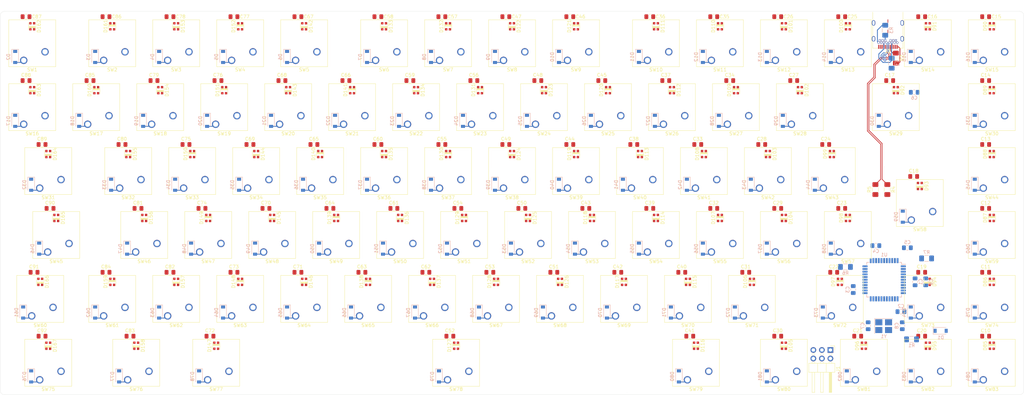
<source format=kicad_pcb>
(kicad_pcb (version 20171130) (host pcbnew 5.1.5+dfsg1-2build2)

  (general
    (thickness 1.6)
    (drawings 8)
    (tracks 248)
    (zones 0)
    (modules 354)
    (nets 216)
  )

  (page A3)
  (layers
    (0 F.Cu signal)
    (31 B.Cu signal)
    (32 B.Adhes user)
    (33 F.Adhes user)
    (34 B.Paste user)
    (35 F.Paste user)
    (36 B.SilkS user)
    (37 F.SilkS user)
    (38 B.Mask user)
    (39 F.Mask user)
    (40 Dwgs.User user)
    (41 Cmts.User user)
    (42 Eco1.User user)
    (43 Eco2.User user)
    (44 Edge.Cuts user)
    (45 Margin user)
    (46 B.CrtYd user)
    (47 F.CrtYd user)
    (48 B.Fab user)
    (49 F.Fab user)
  )

  (setup
    (last_trace_width 0.25)
    (trace_clearance 0.2)
    (zone_clearance 0.508)
    (zone_45_only no)
    (trace_min 0.2)
    (via_size 0.8)
    (via_drill 0.4)
    (via_min_size 0.6)
    (via_min_drill 0.3)
    (uvia_size 0.3)
    (uvia_drill 0.1)
    (uvias_allowed no)
    (uvia_min_size 0.2)
    (uvia_min_drill 0.1)
    (edge_width 0.05)
    (segment_width 0.2)
    (pcb_text_width 0.3)
    (pcb_text_size 1.5 1.5)
    (mod_edge_width 0.12)
    (mod_text_size 1 1)
    (mod_text_width 0.15)
    (pad_size 1.524 1.524)
    (pad_drill 0.762)
    (pad_to_mask_clearance 0.051)
    (solder_mask_min_width 0.25)
    (aux_axis_origin 0 0)
    (visible_elements FFFFF77F)
    (pcbplotparams
      (layerselection 0x010fc_ffffffff)
      (usegerberextensions false)
      (usegerberattributes false)
      (usegerberadvancedattributes false)
      (creategerberjobfile false)
      (excludeedgelayer true)
      (linewidth 0.100000)
      (plotframeref false)
      (viasonmask false)
      (mode 1)
      (useauxorigin false)
      (hpglpennumber 1)
      (hpglpenspeed 20)
      (hpglpendiameter 15.000000)
      (psnegative false)
      (psa4output false)
      (plotreference true)
      (plotvalue true)
      (plotinvisibletext false)
      (padsonsilk false)
      (subtractmaskfromsilk false)
      (outputformat 1)
      (mirror false)
      (drillshape 1)
      (scaleselection 1)
      (outputdirectory ""))
  )

  (net 0 "")
  (net 1 GND)
  (net 2 +5V)
  (net 3 "Net-(C7-Pad1)")
  (net 4 "Net-(C8-Pad2)")
  (net 5 "Net-(C9-Pad1)")
  (net 6 RST)
  (net 7 ROW0)
  (net 8 "Net-(D2-Pad2)")
  (net 9 "Net-(D3-Pad2)")
  (net 10 "Net-(D4-Pad2)")
  (net 11 "Net-(D5-Pad2)")
  (net 12 "Net-(D6-Pad2)")
  (net 13 "Net-(D7-Pad2)")
  (net 14 "Net-(D8-Pad2)")
  (net 15 "Net-(D9-Pad2)")
  (net 16 "Net-(D10-Pad2)")
  (net 17 "Net-(D11-Pad2)")
  (net 18 "Net-(D12-Pad2)")
  (net 19 "Net-(D13-Pad2)")
  (net 20 "Net-(D14-Pad2)")
  (net 21 "Net-(D15-Pad2)")
  (net 22 "Net-(D16-Pad2)")
  (net 23 ROW1)
  (net 24 "Net-(D17-Pad2)")
  (net 25 "Net-(D18-Pad2)")
  (net 26 "Net-(D19-Pad2)")
  (net 27 "Net-(D20-Pad2)")
  (net 28 "Net-(D21-Pad2)")
  (net 29 "Net-(D22-Pad2)")
  (net 30 "Net-(D23-Pad2)")
  (net 31 "Net-(D24-Pad2)")
  (net 32 "Net-(D25-Pad2)")
  (net 33 "Net-(D26-Pad2)")
  (net 34 "Net-(D27-Pad2)")
  (net 35 "Net-(D28-Pad2)")
  (net 36 "Net-(D29-Pad2)")
  (net 37 "Net-(D30-Pad2)")
  (net 38 "Net-(D31-Pad2)")
  (net 39 "Net-(D32-Pad2)")
  (net 40 ROW2)
  (net 41 "Net-(D33-Pad2)")
  (net 42 "Net-(D34-Pad2)")
  (net 43 "Net-(D35-Pad2)")
  (net 44 "Net-(D36-Pad2)")
  (net 45 "Net-(D37-Pad2)")
  (net 46 "Net-(D38-Pad2)")
  (net 47 "Net-(D39-Pad2)")
  (net 48 "Net-(D40-Pad2)")
  (net 49 "Net-(D41-Pad2)")
  (net 50 "Net-(D42-Pad2)")
  (net 51 "Net-(D43-Pad2)")
  (net 52 "Net-(D44-Pad2)")
  (net 53 "Net-(D45-Pad2)")
  (net 54 "Net-(D46-Pad2)")
  (net 55 ROW3)
  (net 56 "Net-(D47-Pad2)")
  (net 57 "Net-(D48-Pad2)")
  (net 58 "Net-(D49-Pad2)")
  (net 59 "Net-(D50-Pad2)")
  (net 60 "Net-(D51-Pad2)")
  (net 61 "Net-(D52-Pad2)")
  (net 62 "Net-(D53-Pad2)")
  (net 63 "Net-(D54-Pad2)")
  (net 64 "Net-(D55-Pad2)")
  (net 65 "Net-(D56-Pad2)")
  (net 66 "Net-(D57-Pad2)")
  (net 67 "Net-(D58-Pad2)")
  (net 68 "Net-(D59-Pad2)")
  (net 69 "Net-(D60-Pad2)")
  (net 70 ROW4)
  (net 71 "Net-(D61-Pad2)")
  (net 72 "Net-(D62-Pad2)")
  (net 73 "Net-(D63-Pad2)")
  (net 74 "Net-(D64-Pad2)")
  (net 75 "Net-(D65-Pad2)")
  (net 76 "Net-(D66-Pad2)")
  (net 77 "Net-(D67-Pad2)")
  (net 78 "Net-(D68-Pad2)")
  (net 79 "Net-(D69-Pad2)")
  (net 80 "Net-(D70-Pad2)")
  (net 81 "Net-(D71-Pad2)")
  (net 82 "Net-(D72-Pad2)")
  (net 83 "Net-(D73-Pad2)")
  (net 84 "Net-(D74-Pad2)")
  (net 85 "Net-(D75-Pad2)")
  (net 86 ROW5)
  (net 87 "Net-(D76-Pad2)")
  (net 88 "Net-(D77-Pad2)")
  (net 89 "Net-(D78-Pad2)")
  (net 90 "Net-(D79-Pad2)")
  (net 91 "Net-(D80-Pad2)")
  (net 92 "Net-(D81-Pad2)")
  (net 93 "Net-(D82-Pad2)")
  (net 94 "Net-(D83-Pad2)")
  (net 95 "Net-(D84-Pad2)")
  (net 96 "Net-(D85-Pad2)")
  (net 97 DIN)
  (net 98 "Net-(D86-Pad2)")
  (net 99 "Net-(D87-Pad2)")
  (net 100 "Net-(D88-Pad2)")
  (net 101 "Net-(D89-Pad2)")
  (net 102 "Net-(D90-Pad2)")
  (net 103 "Net-(D91-Pad2)")
  (net 104 "Net-(D92-Pad2)")
  (net 105 "Net-(D93-Pad2)")
  (net 106 "Net-(D94-Pad2)")
  (net 107 "Net-(D95-Pad2)")
  (net 108 "Net-(D96-Pad2)")
  (net 109 "Net-(D97-Pad2)")
  (net 110 "Net-(D98-Pad2)")
  (net 111 "Net-(D100-Pad4)")
  (net 112 "Net-(D100-Pad2)")
  (net 113 "Net-(D101-Pad2)")
  (net 114 "Net-(D102-Pad2)")
  (net 115 "Net-(D103-Pad2)")
  (net 116 "Net-(D104-Pad2)")
  (net 117 "Net-(D105-Pad2)")
  (net 118 "Net-(D106-Pad2)")
  (net 119 "Net-(D107-Pad2)")
  (net 120 "Net-(D108-Pad2)")
  (net 121 "Net-(D109-Pad2)")
  (net 122 "Net-(D110-Pad2)")
  (net 123 "Net-(D111-Pad2)")
  (net 124 "Net-(D112-Pad2)")
  (net 125 "Net-(D113-Pad2)")
  (net 126 "Net-(D114-Pad2)")
  (net 127 "Net-(D115-Pad2)")
  (net 128 "Net-(D116-Pad2)")
  (net 129 "Net-(D117-Pad2)")
  (net 130 "Net-(D118-Pad2)")
  (net 131 "Net-(D119-Pad2)")
  (net 132 "Net-(D120-Pad2)")
  (net 133 "Net-(D121-Pad2)")
  (net 134 "Net-(D122-Pad2)")
  (net 135 "Net-(D123-Pad2)")
  (net 136 "Net-(D124-Pad2)")
  (net 137 "Net-(D125-Pad2)")
  (net 138 "Net-(D126-Pad2)")
  (net 139 "Net-(D127-Pad2)")
  (net 140 "Net-(D128-Pad2)")
  (net 141 "Net-(D129-Pad2)")
  (net 142 "Net-(D130-Pad2)")
  (net 143 "Net-(D131-Pad2)")
  (net 144 "Net-(D132-Pad2)")
  (net 145 "Net-(D133-Pad2)")
  (net 146 "Net-(D134-Pad2)")
  (net 147 "Net-(D135-Pad2)")
  (net 148 "Net-(D136-Pad2)")
  (net 149 "Net-(D137-Pad2)")
  (net 150 "Net-(D138-Pad2)")
  (net 151 "Net-(D139-Pad2)")
  (net 152 "Net-(D140-Pad2)")
  (net 153 "Net-(D141-Pad2)")
  (net 154 "Net-(D142-Pad2)")
  (net 155 "Net-(D143-Pad2)")
  (net 156 "Net-(D144-Pad2)")
  (net 157 "Net-(D145-Pad2)")
  (net 158 "Net-(D146-Pad2)")
  (net 159 "Net-(D147-Pad2)")
  (net 160 "Net-(D148-Pad2)")
  (net 161 "Net-(D149-Pad2)")
  (net 162 "Net-(D150-Pad2)")
  (net 163 "Net-(D151-Pad2)")
  (net 164 "Net-(D152-Pad2)")
  (net 165 "Net-(D153-Pad2)")
  (net 166 "Net-(D154-Pad2)")
  (net 167 "Net-(D155-Pad2)")
  (net 168 "Net-(D156-Pad2)")
  (net 169 "Net-(D157-Pad2)")
  (net 170 "Net-(D158-Pad2)")
  (net 171 "Net-(D159-Pad2)")
  (net 172 "Net-(D160-Pad2)")
  (net 173 "Net-(D161-Pad2)")
  (net 174 "Net-(D162-Pad2)")
  (net 175 "Net-(D163-Pad2)")
  (net 176 "Net-(D164-Pad2)")
  (net 177 "Net-(D165-Pad2)")
  (net 178 "Net-(D166-Pad2)")
  (net 179 "Net-(D167-Pad2)")
  (net 180 "Net-(F1-Pad2)")
  (net 181 COL02)
  (net 182 COL00)
  (net 183 COL01)
  (net 184 "Net-(J2-PadA11)")
  (net 185 "Net-(J2-PadA10)")
  (net 186 "Net-(J2-PadA8)")
  (net 187 D-)
  (net 188 D+)
  (net 189 "Net-(J2-PadA5)")
  (net 190 "Net-(J2-PadA3)")
  (net 191 "Net-(J2-PadA2)")
  (net 192 "Net-(J2-PadB10)")
  (net 193 "Net-(J2-PadB3)")
  (net 194 "Net-(J2-PadB8)")
  (net 195 "Net-(J2-PadB5)")
  (net 196 "Net-(J2-PadB2)")
  (net 197 "Net-(J2-PadB11)")
  (net 198 "Net-(R6-Pad2)")
  (net 199 COL03)
  (net 200 COL04)
  (net 201 COL06)
  (net 202 COL07)
  (net 203 COL08)
  (net 204 COL09)
  (net 205 COL10)
  (net 206 COL11)
  (net 207 COL12)
  (net 208 COL13)
  (net 209 COL14)
  (net 210 COL15)
  (net 211 COL05)
  (net 212 "Net-(U1-Pad1)")
  (net 213 "Net-(U1-Pad8)")
  (net 214 "Net-(U1-Pad42)")
  (net 215 "Net-(R7-Pad2)")

  (net_class Default "Dies ist die voreingestellte Netzklasse."
    (clearance 0.2)
    (trace_width 0.25)
    (via_dia 0.8)
    (via_drill 0.4)
    (uvia_dia 0.3)
    (uvia_drill 0.1)
    (add_net +5V)
    (add_net COL00)
    (add_net COL01)
    (add_net COL02)
    (add_net COL03)
    (add_net COL04)
    (add_net COL05)
    (add_net COL06)
    (add_net COL07)
    (add_net COL08)
    (add_net COL09)
    (add_net COL10)
    (add_net COL11)
    (add_net COL12)
    (add_net COL13)
    (add_net COL14)
    (add_net COL15)
    (add_net D+)
    (add_net D-)
    (add_net DIN)
    (add_net GND)
    (add_net "Net-(C7-Pad1)")
    (add_net "Net-(C8-Pad2)")
    (add_net "Net-(C9-Pad1)")
    (add_net "Net-(D10-Pad2)")
    (add_net "Net-(D100-Pad2)")
    (add_net "Net-(D100-Pad4)")
    (add_net "Net-(D101-Pad2)")
    (add_net "Net-(D102-Pad2)")
    (add_net "Net-(D103-Pad2)")
    (add_net "Net-(D104-Pad2)")
    (add_net "Net-(D105-Pad2)")
    (add_net "Net-(D106-Pad2)")
    (add_net "Net-(D107-Pad2)")
    (add_net "Net-(D108-Pad2)")
    (add_net "Net-(D109-Pad2)")
    (add_net "Net-(D11-Pad2)")
    (add_net "Net-(D110-Pad2)")
    (add_net "Net-(D111-Pad2)")
    (add_net "Net-(D112-Pad2)")
    (add_net "Net-(D113-Pad2)")
    (add_net "Net-(D114-Pad2)")
    (add_net "Net-(D115-Pad2)")
    (add_net "Net-(D116-Pad2)")
    (add_net "Net-(D117-Pad2)")
    (add_net "Net-(D118-Pad2)")
    (add_net "Net-(D119-Pad2)")
    (add_net "Net-(D12-Pad2)")
    (add_net "Net-(D120-Pad2)")
    (add_net "Net-(D121-Pad2)")
    (add_net "Net-(D122-Pad2)")
    (add_net "Net-(D123-Pad2)")
    (add_net "Net-(D124-Pad2)")
    (add_net "Net-(D125-Pad2)")
    (add_net "Net-(D126-Pad2)")
    (add_net "Net-(D127-Pad2)")
    (add_net "Net-(D128-Pad2)")
    (add_net "Net-(D129-Pad2)")
    (add_net "Net-(D13-Pad2)")
    (add_net "Net-(D130-Pad2)")
    (add_net "Net-(D131-Pad2)")
    (add_net "Net-(D132-Pad2)")
    (add_net "Net-(D133-Pad2)")
    (add_net "Net-(D134-Pad2)")
    (add_net "Net-(D135-Pad2)")
    (add_net "Net-(D136-Pad2)")
    (add_net "Net-(D137-Pad2)")
    (add_net "Net-(D138-Pad2)")
    (add_net "Net-(D139-Pad2)")
    (add_net "Net-(D14-Pad2)")
    (add_net "Net-(D140-Pad2)")
    (add_net "Net-(D141-Pad2)")
    (add_net "Net-(D142-Pad2)")
    (add_net "Net-(D143-Pad2)")
    (add_net "Net-(D144-Pad2)")
    (add_net "Net-(D145-Pad2)")
    (add_net "Net-(D146-Pad2)")
    (add_net "Net-(D147-Pad2)")
    (add_net "Net-(D148-Pad2)")
    (add_net "Net-(D149-Pad2)")
    (add_net "Net-(D15-Pad2)")
    (add_net "Net-(D150-Pad2)")
    (add_net "Net-(D151-Pad2)")
    (add_net "Net-(D152-Pad2)")
    (add_net "Net-(D153-Pad2)")
    (add_net "Net-(D154-Pad2)")
    (add_net "Net-(D155-Pad2)")
    (add_net "Net-(D156-Pad2)")
    (add_net "Net-(D157-Pad2)")
    (add_net "Net-(D158-Pad2)")
    (add_net "Net-(D159-Pad2)")
    (add_net "Net-(D16-Pad2)")
    (add_net "Net-(D160-Pad2)")
    (add_net "Net-(D161-Pad2)")
    (add_net "Net-(D162-Pad2)")
    (add_net "Net-(D163-Pad2)")
    (add_net "Net-(D164-Pad2)")
    (add_net "Net-(D165-Pad2)")
    (add_net "Net-(D166-Pad2)")
    (add_net "Net-(D167-Pad2)")
    (add_net "Net-(D17-Pad2)")
    (add_net "Net-(D18-Pad2)")
    (add_net "Net-(D19-Pad2)")
    (add_net "Net-(D2-Pad2)")
    (add_net "Net-(D20-Pad2)")
    (add_net "Net-(D21-Pad2)")
    (add_net "Net-(D22-Pad2)")
    (add_net "Net-(D23-Pad2)")
    (add_net "Net-(D24-Pad2)")
    (add_net "Net-(D25-Pad2)")
    (add_net "Net-(D26-Pad2)")
    (add_net "Net-(D27-Pad2)")
    (add_net "Net-(D28-Pad2)")
    (add_net "Net-(D29-Pad2)")
    (add_net "Net-(D3-Pad2)")
    (add_net "Net-(D30-Pad2)")
    (add_net "Net-(D31-Pad2)")
    (add_net "Net-(D32-Pad2)")
    (add_net "Net-(D33-Pad2)")
    (add_net "Net-(D34-Pad2)")
    (add_net "Net-(D35-Pad2)")
    (add_net "Net-(D36-Pad2)")
    (add_net "Net-(D37-Pad2)")
    (add_net "Net-(D38-Pad2)")
    (add_net "Net-(D39-Pad2)")
    (add_net "Net-(D4-Pad2)")
    (add_net "Net-(D40-Pad2)")
    (add_net "Net-(D41-Pad2)")
    (add_net "Net-(D42-Pad2)")
    (add_net "Net-(D43-Pad2)")
    (add_net "Net-(D44-Pad2)")
    (add_net "Net-(D45-Pad2)")
    (add_net "Net-(D46-Pad2)")
    (add_net "Net-(D47-Pad2)")
    (add_net "Net-(D48-Pad2)")
    (add_net "Net-(D49-Pad2)")
    (add_net "Net-(D5-Pad2)")
    (add_net "Net-(D50-Pad2)")
    (add_net "Net-(D51-Pad2)")
    (add_net "Net-(D52-Pad2)")
    (add_net "Net-(D53-Pad2)")
    (add_net "Net-(D54-Pad2)")
    (add_net "Net-(D55-Pad2)")
    (add_net "Net-(D56-Pad2)")
    (add_net "Net-(D57-Pad2)")
    (add_net "Net-(D58-Pad2)")
    (add_net "Net-(D59-Pad2)")
    (add_net "Net-(D6-Pad2)")
    (add_net "Net-(D60-Pad2)")
    (add_net "Net-(D61-Pad2)")
    (add_net "Net-(D62-Pad2)")
    (add_net "Net-(D63-Pad2)")
    (add_net "Net-(D64-Pad2)")
    (add_net "Net-(D65-Pad2)")
    (add_net "Net-(D66-Pad2)")
    (add_net "Net-(D67-Pad2)")
    (add_net "Net-(D68-Pad2)")
    (add_net "Net-(D69-Pad2)")
    (add_net "Net-(D7-Pad2)")
    (add_net "Net-(D70-Pad2)")
    (add_net "Net-(D71-Pad2)")
    (add_net "Net-(D72-Pad2)")
    (add_net "Net-(D73-Pad2)")
    (add_net "Net-(D74-Pad2)")
    (add_net "Net-(D75-Pad2)")
    (add_net "Net-(D76-Pad2)")
    (add_net "Net-(D77-Pad2)")
    (add_net "Net-(D78-Pad2)")
    (add_net "Net-(D79-Pad2)")
    (add_net "Net-(D8-Pad2)")
    (add_net "Net-(D80-Pad2)")
    (add_net "Net-(D81-Pad2)")
    (add_net "Net-(D82-Pad2)")
    (add_net "Net-(D83-Pad2)")
    (add_net "Net-(D84-Pad2)")
    (add_net "Net-(D85-Pad2)")
    (add_net "Net-(D86-Pad2)")
    (add_net "Net-(D87-Pad2)")
    (add_net "Net-(D88-Pad2)")
    (add_net "Net-(D89-Pad2)")
    (add_net "Net-(D9-Pad2)")
    (add_net "Net-(D90-Pad2)")
    (add_net "Net-(D91-Pad2)")
    (add_net "Net-(D92-Pad2)")
    (add_net "Net-(D93-Pad2)")
    (add_net "Net-(D94-Pad2)")
    (add_net "Net-(D95-Pad2)")
    (add_net "Net-(D96-Pad2)")
    (add_net "Net-(D97-Pad2)")
    (add_net "Net-(D98-Pad2)")
    (add_net "Net-(F1-Pad2)")
    (add_net "Net-(J2-PadA10)")
    (add_net "Net-(J2-PadA11)")
    (add_net "Net-(J2-PadA2)")
    (add_net "Net-(J2-PadA3)")
    (add_net "Net-(J2-PadA5)")
    (add_net "Net-(J2-PadA8)")
    (add_net "Net-(J2-PadB10)")
    (add_net "Net-(J2-PadB11)")
    (add_net "Net-(J2-PadB2)")
    (add_net "Net-(J2-PadB3)")
    (add_net "Net-(J2-PadB5)")
    (add_net "Net-(J2-PadB8)")
    (add_net "Net-(R6-Pad2)")
    (add_net "Net-(R7-Pad2)")
    (add_net "Net-(U1-Pad1)")
    (add_net "Net-(U1-Pad42)")
    (add_net "Net-(U1-Pad8)")
    (add_net ROW0)
    (add_net ROW1)
    (add_net ROW2)
    (add_net ROW3)
    (add_net ROW4)
    (add_net ROW5)
    (add_net RST)
  )

  (module kezboard-pcb:USB_C_Receptacle_Stewart_SS-52400-003 (layer F.Cu) (tedit 5F26DA6C) (tstamp 5F15FEC3)
    (at 302.41875 38.1 180)
    (descr https://belfuse.com/resources/drawings/stewartconnector/dr-stw-ss-52400-003.pdf)
    (path /5EFFEB48)
    (fp_text reference J2 (at 0 -11.9) (layer F.SilkS)
      (effects (font (size 1 1) (thickness 0.15)))
    )
    (fp_text value USB_C_Receptacle (at 0 2.54) (layer F.Fab)
      (effects (font (size 1 1) (thickness 0.15)))
    )
    (fp_line (start -4.49 -2.55) (end -4.49 -0.21) (layer F.SilkS) (width 0.12))
    (fp_line (start 4.49 -0.21) (end 4.49 -2.55) (layer F.SilkS) (width 0.12))
    (fp_line (start 4.49 -9) (end 4.49 -11) (layer F.SilkS) (width 0.12))
    (fp_text user %R (at 0 -4.52) (layer F.Fab)
      (effects (font (size 1 1) (thickness 0.15)))
    )
    (fp_line (start -5.08 -11.43) (end 5.08 -11.43) (layer F.CrtYd) (width 0.05))
    (fp_line (start -5.08 1.27) (end 5.08 1.27) (layer F.CrtYd) (width 0.05))
    (fp_line (start -2 0) (end 2 0) (layer Dwgs.User) (width 0.1))
    (fp_line (start 4.37 0.95) (end 4.37 -10.88) (layer F.Fab) (width 0.1))
    (fp_line (start 4.37 -10.88) (end -4.37 -10.88) (layer F.Fab) (width 0.1))
    (fp_line (start -4.37 -10.88) (end -4.37 0.95) (layer F.Fab) (width 0.1))
    (fp_text user "PCB Edge" (at 0 -0.5) (layer Dwgs.User)
      (effects (font (size 0.5 0.5) (thickness 0.1)))
    )
    (fp_line (start -4.37 0.95) (end 4.37 0.95) (layer F.Fab) (width 0.1))
    (fp_line (start 5.08 1.27) (end 5.08 -11.43) (layer F.CrtYd) (width 0.05))
    (fp_line (start -5.08 -11.43) (end -5.08 1.27) (layer F.CrtYd) (width 0.05))
    (fp_line (start -3 -11) (end -4.49 -11) (layer F.SilkS) (width 0.12))
    (fp_line (start -4.49 -11) (end -4.49 -9) (layer F.SilkS) (width 0.12))
    (fp_line (start 4.49 -11) (end 3 -11) (layer F.SilkS) (width 0.12))
    (fp_line (start -4.49 -7.35) (end -4.49 -4.35) (layer F.SilkS) (width 0.12))
    (fp_line (start 4.49 -4.35) (end 4.49 -7.35) (layer F.SilkS) (width 0.12))
    (pad B11 thru_hole circle (at -2.4 -8.62 180) (size 0.65 0.65) (drill 0.4) (layers *.Cu *.Mask)
      (net 197 "Net-(J2-PadB11)"))
    (pad B2 thru_hole circle (at 2.4 -8.62 180) (size 0.65 0.65) (drill 0.4) (layers *.Cu *.Mask)
      (net 196 "Net-(J2-PadB2)"))
    (pad B12 thru_hole circle (at -2.8 -9.33 180) (size 0.65 0.65) (drill 0.4) (layers *.Cu *.Mask)
      (net 1 GND))
    (pad B5 thru_hole circle (at 0.8 -8.62 180) (size 0.65 0.65) (drill 0.4) (layers *.Cu *.Mask)
      (net 195 "Net-(J2-PadB5)"))
    (pad B8 thru_hole circle (at -0.8 -8.62 180) (size 0.65 0.65) (drill 0.4) (layers *.Cu *.Mask)
      (net 194 "Net-(J2-PadB8)"))
    (pad B3 thru_hole circle (at 1.6 -8.62 180) (size 0.65 0.65) (drill 0.4) (layers *.Cu *.Mask)
      (net 193 "Net-(J2-PadB3)"))
    (pad B10 thru_hole circle (at -1.6 -8.62 180) (size 0.65 0.65) (drill 0.4) (layers *.Cu *.Mask)
      (net 192 "Net-(J2-PadB10)"))
    (pad B1 thru_hole circle (at 2.8 -9.33 180) (size 0.65 0.65) (drill 0.4) (layers *.Cu *.Mask)
      (net 1 GND))
    (pad S1 thru_hole circle (at -2 -9.33 180) (size 0.65 0.65) (drill 0.4) (layers *.Cu *.Mask)
      (net 1 GND))
    (pad S1 thru_hole circle (at 2 -9.33 180) (size 0.65 0.65) (drill 0.4) (layers *.Cu *.Mask)
      (net 1 GND))
    (pad B9 thru_hole circle (at -1.2 -9.33 180) (size 0.65 0.65) (drill 0.4) (layers *.Cu *.Mask)
      (net 180 "Net-(F1-Pad2)"))
    (pad B4 thru_hole circle (at 1.2 -9.33 180) (size 0.65 0.65) (drill 0.4) (layers *.Cu *.Mask)
      (net 180 "Net-(F1-Pad2)"))
    (pad B7 thru_hole circle (at -0.4 -9.33 180) (size 0.65 0.65) (drill 0.4) (layers *.Cu *.Mask)
      (net 187 D-))
    (pad B6 thru_hole circle (at 0.4 -9.33 180) (size 0.65 0.65) (drill 0.4) (layers *.Cu *.Mask)
      (net 188 D+))
    (pad S1 smd rect (at 0 -6 180) (size 0.2 1) (layers F.Cu F.Paste F.Mask)
      (net 1 GND))
    (pad S1 smd rect (at 0 -2.9 180) (size 0.2 1) (layers F.Cu F.Paste F.Mask)
      (net 1 GND))
    (pad S1 thru_hole oval (at 4.27 -8.18 180) (size 1 1.6) (drill oval 0.6 1.2) (layers *.Cu *.Mask)
      (net 1 GND))
    (pad S1 thru_hole oval (at -4.27 -8.18 180) (size 1 1.6) (drill oval 0.6 1.2) (layers *.Cu *.Mask)
      (net 1 GND))
    (pad S1 thru_hole oval (at -4.27 -3.45 180) (size 1 1.6) (drill oval 0.6 1.2) (layers *.Cu *.Mask)
      (net 1 GND))
    (pad S1 thru_hole oval (at 4.27 -3.45 180) (size 1 1.6) (drill oval 0.6 1.2) (layers *.Cu *.Mask)
      (net 1 GND))
    (pad A1 smd rect (at -2.75 -10.58 180) (size 0.3 1.2) (layers F.Cu F.Paste F.Mask)
      (net 1 GND))
    (pad A2 smd rect (at -2.25 -10.58 180) (size 0.3 1.2) (layers F.Cu F.Paste F.Mask)
      (net 191 "Net-(J2-PadA2)"))
    (pad A3 smd rect (at -1.75 -10.58 180) (size 0.3 1.2) (layers F.Cu F.Paste F.Mask)
      (net 190 "Net-(J2-PadA3)"))
    (pad A4 smd rect (at -1.25 -10.58 180) (size 0.3 1.2) (layers F.Cu F.Paste F.Mask)
      (net 180 "Net-(F1-Pad2)"))
    (pad A5 smd rect (at -0.75 -10.58 180) (size 0.3 1.2) (layers F.Cu F.Paste F.Mask)
      (net 189 "Net-(J2-PadA5)"))
    (pad A6 smd rect (at -0.25 -10.58 180) (size 0.3 1.2) (layers F.Cu F.Paste F.Mask)
      (net 188 D+))
    (pad A7 smd rect (at 0.25 -10.58 180) (size 0.3 1.2) (layers F.Cu F.Paste F.Mask)
      (net 187 D-))
    (pad A8 smd rect (at 0.75 -10.58 180) (size 0.3 1.2) (layers F.Cu F.Paste F.Mask)
      (net 186 "Net-(J2-PadA8)"))
    (pad A9 smd rect (at 1.25 -10.58 180) (size 0.3 1.2) (layers F.Cu F.Paste F.Mask)
      (net 180 "Net-(F1-Pad2)"))
    (pad A10 smd rect (at 1.75 -10.58 180) (size 0.3 1.2) (layers F.Cu F.Paste F.Mask)
      (net 185 "Net-(J2-PadA10)"))
    (pad A11 smd rect (at 2.25 -10.58 180) (size 0.3 1.2) (layers F.Cu F.Paste F.Mask)
      (net 184 "Net-(J2-PadA11)"))
    (pad A12 smd rect (at 2.75 -10.58 180) (size 0.3 1.2) (layers F.Cu F.Paste F.Mask)
      (net 1 GND))
  )

  (module Resistor_SMD:R_1206_3216Metric_Pad1.42x1.75mm_HandSolder (layer B.Cu) (tedit 5B301BBD) (tstamp 5F26397F)
    (at 313.944 111.76 180)
    (descr "Resistor SMD 1206 (3216 Metric), square (rectangular) end terminal, IPC_7351 nominal with elongated pad for handsoldering. (Body size source: http://www.tortai-tech.com/upload/download/2011102023233369053.pdf), generated with kicad-footprint-generator")
    (tags "resistor handsolder")
    (path /5F259898)
    (attr smd)
    (fp_text reference R7 (at 0 1.82) (layer B.SilkS)
      (effects (font (size 1 1) (thickness 0.15)) (justify mirror))
    )
    (fp_text value 470 (at 0 -1.82) (layer B.Fab)
      (effects (font (size 1 1) (thickness 0.15)) (justify mirror))
    )
    (fp_text user %R (at 0 0) (layer B.Fab)
      (effects (font (size 0.8 0.8) (thickness 0.12)) (justify mirror))
    )
    (fp_line (start 2.45 -1.12) (end -2.45 -1.12) (layer B.CrtYd) (width 0.05))
    (fp_line (start 2.45 1.12) (end 2.45 -1.12) (layer B.CrtYd) (width 0.05))
    (fp_line (start -2.45 1.12) (end 2.45 1.12) (layer B.CrtYd) (width 0.05))
    (fp_line (start -2.45 -1.12) (end -2.45 1.12) (layer B.CrtYd) (width 0.05))
    (fp_line (start -0.602064 -0.91) (end 0.602064 -0.91) (layer B.SilkS) (width 0.12))
    (fp_line (start -0.602064 0.91) (end 0.602064 0.91) (layer B.SilkS) (width 0.12))
    (fp_line (start 1.6 -0.8) (end -1.6 -0.8) (layer B.Fab) (width 0.1))
    (fp_line (start 1.6 0.8) (end 1.6 -0.8) (layer B.Fab) (width 0.1))
    (fp_line (start -1.6 0.8) (end 1.6 0.8) (layer B.Fab) (width 0.1))
    (fp_line (start -1.6 -0.8) (end -1.6 0.8) (layer B.Fab) (width 0.1))
    (pad 2 smd roundrect (at 1.4875 0 180) (size 1.425 1.75) (layers B.Cu B.Paste B.Mask) (roundrect_rratio 0.175439)
      (net 215 "Net-(R7-Pad2)"))
    (pad 1 smd roundrect (at -1.4875 0 180) (size 1.425 1.75) (layers B.Cu B.Paste B.Mask) (roundrect_rratio 0.175439)
      (net 97 DIN))
    (model ${KISYS3DMOD}/Resistor_SMD.3dshapes/R_1206_3216Metric.wrl
      (at (xyz 0 0 0))
      (scale (xyz 1 1 1))
      (rotate (xyz 0 0 0))
    )
  )

  (module kezboard-pcb:LED_WS2812_2020 (layer F.Cu) (tedit 5F1C4B34) (tstamp 5F1B709E)
    (at 333.375 137.795 90)
    (descr https://www.peace-corp.co.jp/data/WS2812-2020_V1.0_EN.pdf)
    (path /5F949B9C/5F9E7A8D)
    (fp_text reference D85 (at 0 -2 90) (layer F.SilkS)
      (effects (font (size 1 1) (thickness 0.15)))
    )
    (fp_text value WS2812B (at 0 2 90) (layer F.Fab)
      (effects (font (size 1 1) (thickness 0.15)))
    )
    (fp_line (start -1.1 -1) (end 1.1 -1) (layer F.Fab) (width 0.1))
    (fp_line (start 1.1 -1) (end 1.1 1) (layer F.Fab) (width 0.1))
    (fp_line (start 1.1 1) (end -1.1 1) (layer F.Fab) (width 0.1))
    (fp_line (start -1.1 1) (end -1.1 -1) (layer F.Fab) (width 0.1))
    (fp_text user %R (at 0 0 90) (layer F.Fab)
      (effects (font (size 0.5 0.5) (thickness 0.1)))
    )
    (fp_line (start -1.1 -1.11) (end 1.1 -1.11) (layer F.SilkS) (width 0.12))
    (fp_line (start 1.1 1.11) (end -1.1 1.11) (layer F.SilkS) (width 0.12))
    (fp_poly (pts (xy 0.45 0.9) (xy 0.05 0.9) (xy 0.05 -0.9) (xy 0.45 -0.9)) (layer F.SilkS) (width 0.1))
    (pad 2 smd rect (at 0.9015 0.55 90) (size 0.7 0.7) (layers F.Cu F.Paste F.Mask)
      (net 96 "Net-(D85-Pad2)"))
    (pad 3 smd rect (at 0.9015 -0.55 90) (size 0.7 0.7) (layers F.Cu F.Paste F.Mask)
      (net 1 GND))
    (pad 4 smd rect (at -0.9015 -0.55 90) (size 0.7 0.7) (layers F.Cu F.Paste F.Mask)
      (net 97 DIN))
    (pad 1 smd rect (at -0.9015 0.55 90) (size 0.7 0.7) (layers F.Cu F.Paste F.Mask)
      (net 2 +5V))
  )

  (module kezboard-pcb:LED_WS2812_2020 (layer F.Cu) (tedit 5F1C4B34) (tstamp 5F15F975)
    (at 333.375 118.745 90)
    (descr https://www.peace-corp.co.jp/data/WS2812-2020_V1.0_EN.pdf)
    (path /5F949B9C/5FD3F1F5)
    (fp_text reference D86 (at 0 -2 90) (layer F.SilkS)
      (effects (font (size 1 1) (thickness 0.15)))
    )
    (fp_text value WS2812B (at 0 2 90) (layer F.Fab)
      (effects (font (size 1 1) (thickness 0.15)))
    )
    (fp_poly (pts (xy 0.45 0.9) (xy 0.05 0.9) (xy 0.05 -0.9) (xy 0.45 -0.9)) (layer F.SilkS) (width 0.1))
    (fp_line (start 1.1 1.11) (end -1.1 1.11) (layer F.SilkS) (width 0.12))
    (fp_line (start -1.1 -1.11) (end 1.1 -1.11) (layer F.SilkS) (width 0.12))
    (fp_text user %R (at 0 0 90) (layer F.Fab)
      (effects (font (size 0.5 0.5) (thickness 0.1)))
    )
    (fp_line (start -1.1 1) (end -1.1 -1) (layer F.Fab) (width 0.1))
    (fp_line (start 1.1 1) (end -1.1 1) (layer F.Fab) (width 0.1))
    (fp_line (start 1.1 -1) (end 1.1 1) (layer F.Fab) (width 0.1))
    (fp_line (start -1.1 -1) (end 1.1 -1) (layer F.Fab) (width 0.1))
    (pad 1 smd rect (at -0.9015 0.55 90) (size 0.7 0.7) (layers F.Cu F.Paste F.Mask)
      (net 2 +5V))
    (pad 4 smd rect (at -0.9015 -0.55 90) (size 0.7 0.7) (layers F.Cu F.Paste F.Mask)
      (net 96 "Net-(D85-Pad2)"))
    (pad 3 smd rect (at 0.9015 -0.55 90) (size 0.7 0.7) (layers F.Cu F.Paste F.Mask)
      (net 1 GND))
    (pad 2 smd rect (at 0.9015 0.55 90) (size 0.7 0.7) (layers F.Cu F.Paste F.Mask)
      (net 98 "Net-(D86-Pad2)"))
  )

  (module kezboard-pcb:LED_WS2812_2020 (layer F.Cu) (tedit 5F1C4B34) (tstamp 5F1B738A)
    (at 333.375 99.695 90)
    (descr https://www.peace-corp.co.jp/data/WS2812-2020_V1.0_EN.pdf)
    (path /5F949B9C/5FD40FA8)
    (fp_text reference D87 (at 0 -2 90) (layer F.SilkS)
      (effects (font (size 1 1) (thickness 0.15)))
    )
    (fp_text value WS2812B (at 0 2 90) (layer F.Fab)
      (effects (font (size 1 1) (thickness 0.15)))
    )
    (fp_poly (pts (xy 0.45 0.9) (xy 0.05 0.9) (xy 0.05 -0.9) (xy 0.45 -0.9)) (layer F.SilkS) (width 0.1))
    (fp_line (start 1.1 1.11) (end -1.1 1.11) (layer F.SilkS) (width 0.12))
    (fp_line (start -1.1 -1.11) (end 1.1 -1.11) (layer F.SilkS) (width 0.12))
    (fp_text user %R (at 0 0 90) (layer F.Fab)
      (effects (font (size 0.5 0.5) (thickness 0.1)))
    )
    (fp_line (start -1.1 1) (end -1.1 -1) (layer F.Fab) (width 0.1))
    (fp_line (start 1.1 1) (end -1.1 1) (layer F.Fab) (width 0.1))
    (fp_line (start 1.1 -1) (end 1.1 1) (layer F.Fab) (width 0.1))
    (fp_line (start -1.1 -1) (end 1.1 -1) (layer F.Fab) (width 0.1))
    (pad 1 smd rect (at -0.9015 0.55 90) (size 0.7 0.7) (layers F.Cu F.Paste F.Mask)
      (net 2 +5V))
    (pad 4 smd rect (at -0.9015 -0.55 90) (size 0.7 0.7) (layers F.Cu F.Paste F.Mask)
      (net 98 "Net-(D86-Pad2)"))
    (pad 3 smd rect (at 0.9015 -0.55 90) (size 0.7 0.7) (layers F.Cu F.Paste F.Mask)
      (net 1 GND))
    (pad 2 smd rect (at 0.9015 0.55 90) (size 0.7 0.7) (layers F.Cu F.Paste F.Mask)
      (net 99 "Net-(D87-Pad2)"))
  )

  (module kezboard-pcb:LED_WS2812_2020 (layer F.Cu) (tedit 5F1C4B34) (tstamp 5F25A25B)
    (at 333.375 80.645 90)
    (descr https://www.peace-corp.co.jp/data/WS2812-2020_V1.0_EN.pdf)
    (path /5F949B9C/5FD423CF)
    (fp_text reference D88 (at 0 -2 90) (layer F.SilkS)
      (effects (font (size 1 1) (thickness 0.15)))
    )
    (fp_text value WS2812B (at 0 2 90) (layer F.Fab)
      (effects (font (size 1 1) (thickness 0.15)))
    )
    (fp_poly (pts (xy 0.45 0.9) (xy 0.05 0.9) (xy 0.05 -0.9) (xy 0.45 -0.9)) (layer F.SilkS) (width 0.1))
    (fp_line (start 1.1 1.11) (end -1.1 1.11) (layer F.SilkS) (width 0.12))
    (fp_line (start -1.1 -1.11) (end 1.1 -1.11) (layer F.SilkS) (width 0.12))
    (fp_text user %R (at 0 0 90) (layer F.Fab)
      (effects (font (size 0.5 0.5) (thickness 0.1)))
    )
    (fp_line (start -1.1 1) (end -1.1 -1) (layer F.Fab) (width 0.1))
    (fp_line (start 1.1 1) (end -1.1 1) (layer F.Fab) (width 0.1))
    (fp_line (start 1.1 -1) (end 1.1 1) (layer F.Fab) (width 0.1))
    (fp_line (start -1.1 -1) (end 1.1 -1) (layer F.Fab) (width 0.1))
    (pad 1 smd rect (at -0.9015 0.55 90) (size 0.7 0.7) (layers F.Cu F.Paste F.Mask)
      (net 2 +5V))
    (pad 4 smd rect (at -0.9015 -0.55 90) (size 0.7 0.7) (layers F.Cu F.Paste F.Mask)
      (net 99 "Net-(D87-Pad2)"))
    (pad 3 smd rect (at 0.9015 -0.55 90) (size 0.7 0.7) (layers F.Cu F.Paste F.Mask)
      (net 1 GND))
    (pad 2 smd rect (at 0.9015 0.55 90) (size 0.7 0.7) (layers F.Cu F.Paste F.Mask)
      (net 100 "Net-(D88-Pad2)"))
  )

  (module kezboard-pcb:LED_WS2812_2020 (layer F.Cu) (tedit 5F1C4B34) (tstamp 5F15F9A2)
    (at 333.375 61.595 90)
    (descr https://www.peace-corp.co.jp/data/WS2812-2020_V1.0_EN.pdf)
    (path /5F949B9C/5FD43994)
    (fp_text reference D89 (at 0 -2 90) (layer F.SilkS)
      (effects (font (size 1 1) (thickness 0.15)))
    )
    (fp_text value WS2812B (at 0 2 90) (layer F.Fab)
      (effects (font (size 1 1) (thickness 0.15)))
    )
    (fp_line (start -1.1 -1) (end 1.1 -1) (layer F.Fab) (width 0.1))
    (fp_line (start 1.1 -1) (end 1.1 1) (layer F.Fab) (width 0.1))
    (fp_line (start 1.1 1) (end -1.1 1) (layer F.Fab) (width 0.1))
    (fp_line (start -1.1 1) (end -1.1 -1) (layer F.Fab) (width 0.1))
    (fp_text user %R (at 0 0 90) (layer F.Fab)
      (effects (font (size 0.5 0.5) (thickness 0.1)))
    )
    (fp_line (start -1.1 -1.11) (end 1.1 -1.11) (layer F.SilkS) (width 0.12))
    (fp_line (start 1.1 1.11) (end -1.1 1.11) (layer F.SilkS) (width 0.12))
    (fp_poly (pts (xy 0.45 0.9) (xy 0.05 0.9) (xy 0.05 -0.9) (xy 0.45 -0.9)) (layer F.SilkS) (width 0.1))
    (pad 2 smd rect (at 0.9015 0.55 90) (size 0.7 0.7) (layers F.Cu F.Paste F.Mask)
      (net 101 "Net-(D89-Pad2)"))
    (pad 3 smd rect (at 0.9015 -0.55 90) (size 0.7 0.7) (layers F.Cu F.Paste F.Mask)
      (net 1 GND))
    (pad 4 smd rect (at -0.9015 -0.55 90) (size 0.7 0.7) (layers F.Cu F.Paste F.Mask)
      (net 100 "Net-(D88-Pad2)"))
    (pad 1 smd rect (at -0.9015 0.55 90) (size 0.7 0.7) (layers F.Cu F.Paste F.Mask)
      (net 2 +5V))
  )

  (module kezboard-pcb:LED_WS2812_2020 (layer F.Cu) (tedit 5F1C4B34) (tstamp 5F15F9B1)
    (at 333.375 42.545 90)
    (descr https://www.peace-corp.co.jp/data/WS2812-2020_V1.0_EN.pdf)
    (path /5F949B9C/5F62CAD6)
    (fp_text reference D90 (at 0 -2 90) (layer F.SilkS)
      (effects (font (size 1 1) (thickness 0.15)))
    )
    (fp_text value WS2812B (at 0 2 90) (layer F.Fab)
      (effects (font (size 1 1) (thickness 0.15)))
    )
    (fp_poly (pts (xy 0.45 0.9) (xy 0.05 0.9) (xy 0.05 -0.9) (xy 0.45 -0.9)) (layer F.SilkS) (width 0.1))
    (fp_line (start 1.1 1.11) (end -1.1 1.11) (layer F.SilkS) (width 0.12))
    (fp_line (start -1.1 -1.11) (end 1.1 -1.11) (layer F.SilkS) (width 0.12))
    (fp_text user %R (at 0 0 90) (layer F.Fab)
      (effects (font (size 0.5 0.5) (thickness 0.1)))
    )
    (fp_line (start -1.1 1) (end -1.1 -1) (layer F.Fab) (width 0.1))
    (fp_line (start 1.1 1) (end -1.1 1) (layer F.Fab) (width 0.1))
    (fp_line (start 1.1 -1) (end 1.1 1) (layer F.Fab) (width 0.1))
    (fp_line (start -1.1 -1) (end 1.1 -1) (layer F.Fab) (width 0.1))
    (pad 1 smd rect (at -0.9015 0.55 90) (size 0.7 0.7) (layers F.Cu F.Paste F.Mask)
      (net 2 +5V))
    (pad 4 smd rect (at -0.9015 -0.55 90) (size 0.7 0.7) (layers F.Cu F.Paste F.Mask)
      (net 101 "Net-(D89-Pad2)"))
    (pad 3 smd rect (at 0.9015 -0.55 90) (size 0.7 0.7) (layers F.Cu F.Paste F.Mask)
      (net 1 GND))
    (pad 2 smd rect (at 0.9015 0.55 90) (size 0.7 0.7) (layers F.Cu F.Paste F.Mask)
      (net 102 "Net-(D90-Pad2)"))
  )

  (module kezboard-pcb:LED_WS2812_2020 (layer F.Cu) (tedit 5F1C4B34) (tstamp 5F15F9C0)
    (at 314.325 42.545 270)
    (descr https://www.peace-corp.co.jp/data/WS2812-2020_V1.0_EN.pdf)
    (path /5F949B9C/5F62CAF9)
    (fp_text reference D91 (at 0 -2 90) (layer F.SilkS)
      (effects (font (size 1 1) (thickness 0.15)))
    )
    (fp_text value WS2812B (at 0 2 90) (layer F.Fab)
      (effects (font (size 1 1) (thickness 0.15)))
    )
    (fp_line (start -1.1 -1) (end 1.1 -1) (layer F.Fab) (width 0.1))
    (fp_line (start 1.1 -1) (end 1.1 1) (layer F.Fab) (width 0.1))
    (fp_line (start 1.1 1) (end -1.1 1) (layer F.Fab) (width 0.1))
    (fp_line (start -1.1 1) (end -1.1 -1) (layer F.Fab) (width 0.1))
    (fp_text user %R (at 0 0 90) (layer F.Fab)
      (effects (font (size 0.5 0.5) (thickness 0.1)))
    )
    (fp_line (start -1.1 -1.11) (end 1.1 -1.11) (layer F.SilkS) (width 0.12))
    (fp_line (start 1.1 1.11) (end -1.1 1.11) (layer F.SilkS) (width 0.12))
    (fp_poly (pts (xy 0.45 0.9) (xy 0.05 0.9) (xy 0.05 -0.9) (xy 0.45 -0.9)) (layer F.SilkS) (width 0.1))
    (pad 2 smd rect (at 0.9015 0.55 270) (size 0.7 0.7) (layers F.Cu F.Paste F.Mask)
      (net 103 "Net-(D91-Pad2)"))
    (pad 3 smd rect (at 0.9015 -0.55 270) (size 0.7 0.7) (layers F.Cu F.Paste F.Mask)
      (net 1 GND))
    (pad 4 smd rect (at -0.9015 -0.55 270) (size 0.7 0.7) (layers F.Cu F.Paste F.Mask)
      (net 102 "Net-(D90-Pad2)"))
    (pad 1 smd rect (at -0.9015 0.55 270) (size 0.7 0.7) (layers F.Cu F.Paste F.Mask)
      (net 2 +5V))
  )

  (module kezboard-pcb:LED_WS2812_2020 (layer F.Cu) (tedit 5F1C4B34) (tstamp 5F15F9CF)
    (at 304.8 61.595 270)
    (descr https://www.peace-corp.co.jp/data/WS2812-2020_V1.0_EN.pdf)
    (path /5F949B9C/5F62CB1C)
    (fp_text reference D92 (at 0 -2 90) (layer F.SilkS)
      (effects (font (size 1 1) (thickness 0.15)))
    )
    (fp_text value WS2812B (at 0 2 90) (layer F.Fab)
      (effects (font (size 1 1) (thickness 0.15)))
    )
    (fp_poly (pts (xy 0.45 0.9) (xy 0.05 0.9) (xy 0.05 -0.9) (xy 0.45 -0.9)) (layer F.SilkS) (width 0.1))
    (fp_line (start 1.1 1.11) (end -1.1 1.11) (layer F.SilkS) (width 0.12))
    (fp_line (start -1.1 -1.11) (end 1.1 -1.11) (layer F.SilkS) (width 0.12))
    (fp_text user %R (at 0 0 90) (layer F.Fab)
      (effects (font (size 0.5 0.5) (thickness 0.1)))
    )
    (fp_line (start -1.1 1) (end -1.1 -1) (layer F.Fab) (width 0.1))
    (fp_line (start 1.1 1) (end -1.1 1) (layer F.Fab) (width 0.1))
    (fp_line (start 1.1 -1) (end 1.1 1) (layer F.Fab) (width 0.1))
    (fp_line (start -1.1 -1) (end 1.1 -1) (layer F.Fab) (width 0.1))
    (pad 1 smd rect (at -0.9015 0.55 270) (size 0.7 0.7) (layers F.Cu F.Paste F.Mask)
      (net 2 +5V))
    (pad 4 smd rect (at -0.9015 -0.55 270) (size 0.7 0.7) (layers F.Cu F.Paste F.Mask)
      (net 103 "Net-(D91-Pad2)"))
    (pad 3 smd rect (at 0.9015 -0.55 270) (size 0.7 0.7) (layers F.Cu F.Paste F.Mask)
      (net 1 GND))
    (pad 2 smd rect (at 0.9015 0.55 270) (size 0.7 0.7) (layers F.Cu F.Paste F.Mask)
      (net 104 "Net-(D92-Pad2)"))
  )

  (module kezboard-pcb:LED_WS2812_2020 (layer F.Cu) (tedit 5F1C4B34) (tstamp 5F15F9DE)
    (at 311.94375 90.17 270)
    (descr https://www.peace-corp.co.jp/data/WS2812-2020_V1.0_EN.pdf)
    (path /5F949B9C/5F62CB3F)
    (fp_text reference D93 (at 0 -2 90) (layer F.SilkS)
      (effects (font (size 1 1) (thickness 0.15)))
    )
    (fp_text value WS2812B (at 0 2 90) (layer F.Fab)
      (effects (font (size 1 1) (thickness 0.15)))
    )
    (fp_line (start -1.1 -1) (end 1.1 -1) (layer F.Fab) (width 0.1))
    (fp_line (start 1.1 -1) (end 1.1 1) (layer F.Fab) (width 0.1))
    (fp_line (start 1.1 1) (end -1.1 1) (layer F.Fab) (width 0.1))
    (fp_line (start -1.1 1) (end -1.1 -1) (layer F.Fab) (width 0.1))
    (fp_text user %R (at 0 0 90) (layer F.Fab)
      (effects (font (size 0.5 0.5) (thickness 0.1)))
    )
    (fp_line (start -1.1 -1.11) (end 1.1 -1.11) (layer F.SilkS) (width 0.12))
    (fp_line (start 1.1 1.11) (end -1.1 1.11) (layer F.SilkS) (width 0.12))
    (fp_poly (pts (xy 0.45 0.9) (xy 0.05 0.9) (xy 0.05 -0.9) (xy 0.45 -0.9)) (layer F.SilkS) (width 0.1))
    (pad 2 smd rect (at 0.9015 0.55 270) (size 0.7 0.7) (layers F.Cu F.Paste F.Mask)
      (net 105 "Net-(D93-Pad2)"))
    (pad 3 smd rect (at 0.9015 -0.55 270) (size 0.7 0.7) (layers F.Cu F.Paste F.Mask)
      (net 1 GND))
    (pad 4 smd rect (at -0.9015 -0.55 270) (size 0.7 0.7) (layers F.Cu F.Paste F.Mask)
      (net 104 "Net-(D92-Pad2)"))
    (pad 1 smd rect (at -0.9015 0.55 270) (size 0.7 0.7) (layers F.Cu F.Paste F.Mask)
      (net 2 +5V))
  )

  (module kezboard-pcb:LED_WS2812_2020 (layer F.Cu) (tedit 5F1C4B34) (tstamp 5F15F9ED)
    (at 314.325 118.745 270)
    (descr https://www.peace-corp.co.jp/data/WS2812-2020_V1.0_EN.pdf)
    (path /5F949B9C/5F62CB61)
    (fp_text reference D94 (at 0 -2 90) (layer F.SilkS)
      (effects (font (size 1 1) (thickness 0.15)))
    )
    (fp_text value WS2812B (at 0 2 90) (layer F.Fab)
      (effects (font (size 1 1) (thickness 0.15)))
    )
    (fp_poly (pts (xy 0.45 0.9) (xy 0.05 0.9) (xy 0.05 -0.9) (xy 0.45 -0.9)) (layer F.SilkS) (width 0.1))
    (fp_line (start 1.1 1.11) (end -1.1 1.11) (layer F.SilkS) (width 0.12))
    (fp_line (start -1.1 -1.11) (end 1.1 -1.11) (layer F.SilkS) (width 0.12))
    (fp_text user %R (at 0 0 90) (layer F.Fab)
      (effects (font (size 0.5 0.5) (thickness 0.1)))
    )
    (fp_line (start -1.1 1) (end -1.1 -1) (layer F.Fab) (width 0.1))
    (fp_line (start 1.1 1) (end -1.1 1) (layer F.Fab) (width 0.1))
    (fp_line (start 1.1 -1) (end 1.1 1) (layer F.Fab) (width 0.1))
    (fp_line (start -1.1 -1) (end 1.1 -1) (layer F.Fab) (width 0.1))
    (pad 1 smd rect (at -0.9015 0.55 270) (size 0.7 0.7) (layers F.Cu F.Paste F.Mask)
      (net 2 +5V))
    (pad 4 smd rect (at -0.9015 -0.55 270) (size 0.7 0.7) (layers F.Cu F.Paste F.Mask)
      (net 105 "Net-(D93-Pad2)"))
    (pad 3 smd rect (at 0.9015 -0.55 270) (size 0.7 0.7) (layers F.Cu F.Paste F.Mask)
      (net 1 GND))
    (pad 2 smd rect (at 0.9015 0.55 270) (size 0.7 0.7) (layers F.Cu F.Paste F.Mask)
      (net 106 "Net-(D94-Pad2)"))
  )

  (module kezboard-pcb:LED_WS2812_2020 (layer F.Cu) (tedit 5F1C4B34) (tstamp 5F15F9FC)
    (at 314.325 137.795 270)
    (descr https://www.peace-corp.co.jp/data/WS2812-2020_V1.0_EN.pdf)
    (path /5F949B9C/5F6A6266)
    (fp_text reference D95 (at 0 -2 90) (layer F.SilkS)
      (effects (font (size 1 1) (thickness 0.15)))
    )
    (fp_text value WS2812B (at 0 2 90) (layer F.Fab)
      (effects (font (size 1 1) (thickness 0.15)))
    )
    (fp_poly (pts (xy 0.45 0.9) (xy 0.05 0.9) (xy 0.05 -0.9) (xy 0.45 -0.9)) (layer F.SilkS) (width 0.1))
    (fp_line (start 1.1 1.11) (end -1.1 1.11) (layer F.SilkS) (width 0.12))
    (fp_line (start -1.1 -1.11) (end 1.1 -1.11) (layer F.SilkS) (width 0.12))
    (fp_text user %R (at 0 0 90) (layer F.Fab)
      (effects (font (size 0.5 0.5) (thickness 0.1)))
    )
    (fp_line (start -1.1 1) (end -1.1 -1) (layer F.Fab) (width 0.1))
    (fp_line (start 1.1 1) (end -1.1 1) (layer F.Fab) (width 0.1))
    (fp_line (start 1.1 -1) (end 1.1 1) (layer F.Fab) (width 0.1))
    (fp_line (start -1.1 -1) (end 1.1 -1) (layer F.Fab) (width 0.1))
    (pad 1 smd rect (at -0.9015 0.55 270) (size 0.7 0.7) (layers F.Cu F.Paste F.Mask)
      (net 2 +5V))
    (pad 4 smd rect (at -0.9015 -0.55 270) (size 0.7 0.7) (layers F.Cu F.Paste F.Mask)
      (net 106 "Net-(D94-Pad2)"))
    (pad 3 smd rect (at 0.9015 -0.55 270) (size 0.7 0.7) (layers F.Cu F.Paste F.Mask)
      (net 1 GND))
    (pad 2 smd rect (at 0.9015 0.55 270) (size 0.7 0.7) (layers F.Cu F.Paste F.Mask)
      (net 107 "Net-(D95-Pad2)"))
  )

  (module kezboard-pcb:LED_WS2812_2020 (layer F.Cu) (tedit 5F1C4B34) (tstamp 5F15FA0B)
    (at 295.275 137.795 90)
    (descr https://www.peace-corp.co.jp/data/WS2812-2020_V1.0_EN.pdf)
    (path /5F949B9C/5F6A6289)
    (fp_text reference D96 (at 0 -2 90) (layer F.SilkS)
      (effects (font (size 1 1) (thickness 0.15)))
    )
    (fp_text value WS2812B (at 0 2 90) (layer F.Fab)
      (effects (font (size 1 1) (thickness 0.15)))
    )
    (fp_line (start -1.1 -1) (end 1.1 -1) (layer F.Fab) (width 0.1))
    (fp_line (start 1.1 -1) (end 1.1 1) (layer F.Fab) (width 0.1))
    (fp_line (start 1.1 1) (end -1.1 1) (layer F.Fab) (width 0.1))
    (fp_line (start -1.1 1) (end -1.1 -1) (layer F.Fab) (width 0.1))
    (fp_text user %R (at 0 0 90) (layer F.Fab)
      (effects (font (size 0.5 0.5) (thickness 0.1)))
    )
    (fp_line (start -1.1 -1.11) (end 1.1 -1.11) (layer F.SilkS) (width 0.12))
    (fp_line (start 1.1 1.11) (end -1.1 1.11) (layer F.SilkS) (width 0.12))
    (fp_poly (pts (xy 0.45 0.9) (xy 0.05 0.9) (xy 0.05 -0.9) (xy 0.45 -0.9)) (layer F.SilkS) (width 0.1))
    (pad 2 smd rect (at 0.9015 0.55 90) (size 0.7 0.7) (layers F.Cu F.Paste F.Mask)
      (net 108 "Net-(D96-Pad2)"))
    (pad 3 smd rect (at 0.9015 -0.55 90) (size 0.7 0.7) (layers F.Cu F.Paste F.Mask)
      (net 1 GND))
    (pad 4 smd rect (at -0.9015 -0.55 90) (size 0.7 0.7) (layers F.Cu F.Paste F.Mask)
      (net 107 "Net-(D95-Pad2)"))
    (pad 1 smd rect (at -0.9015 0.55 90) (size 0.7 0.7) (layers F.Cu F.Paste F.Mask)
      (net 2 +5V))
  )

  (module kezboard-pcb:LED_WS2812_2020 (layer F.Cu) (tedit 5F1C4B34) (tstamp 5F15FA1A)
    (at 288.13125 118.745 90)
    (descr https://www.peace-corp.co.jp/data/WS2812-2020_V1.0_EN.pdf)
    (path /5F949B9C/5F6A62AC)
    (fp_text reference D97 (at 0 -2 90) (layer F.SilkS)
      (effects (font (size 1 1) (thickness 0.15)))
    )
    (fp_text value WS2812B (at 0 2 90) (layer F.Fab)
      (effects (font (size 1 1) (thickness 0.15)))
    )
    (fp_poly (pts (xy 0.45 0.9) (xy 0.05 0.9) (xy 0.05 -0.9) (xy 0.45 -0.9)) (layer F.SilkS) (width 0.1))
    (fp_line (start 1.1 1.11) (end -1.1 1.11) (layer F.SilkS) (width 0.12))
    (fp_line (start -1.1 -1.11) (end 1.1 -1.11) (layer F.SilkS) (width 0.12))
    (fp_text user %R (at 0 0 90) (layer F.Fab)
      (effects (font (size 0.5 0.5) (thickness 0.1)))
    )
    (fp_line (start -1.1 1) (end -1.1 -1) (layer F.Fab) (width 0.1))
    (fp_line (start 1.1 1) (end -1.1 1) (layer F.Fab) (width 0.1))
    (fp_line (start 1.1 -1) (end 1.1 1) (layer F.Fab) (width 0.1))
    (fp_line (start -1.1 -1) (end 1.1 -1) (layer F.Fab) (width 0.1))
    (pad 1 smd rect (at -0.9015 0.55 90) (size 0.7 0.7) (layers F.Cu F.Paste F.Mask)
      (net 2 +5V))
    (pad 4 smd rect (at -0.9015 -0.55 90) (size 0.7 0.7) (layers F.Cu F.Paste F.Mask)
      (net 108 "Net-(D96-Pad2)"))
    (pad 3 smd rect (at 0.9015 -0.55 90) (size 0.7 0.7) (layers F.Cu F.Paste F.Mask)
      (net 1 GND))
    (pad 2 smd rect (at 0.9015 0.55 90) (size 0.7 0.7) (layers F.Cu F.Paste F.Mask)
      (net 109 "Net-(D97-Pad2)"))
  )

  (module kezboard-pcb:LED_WS2812_2020 (layer F.Cu) (tedit 5F1C4B34) (tstamp 5F15FA29)
    (at 290.5125 99.695 90)
    (descr https://www.peace-corp.co.jp/data/WS2812-2020_V1.0_EN.pdf)
    (path /5F949B9C/5F6A62CF)
    (fp_text reference D98 (at 0 -2 90) (layer F.SilkS)
      (effects (font (size 1 1) (thickness 0.15)))
    )
    (fp_text value WS2812B (at 0 2 90) (layer F.Fab)
      (effects (font (size 1 1) (thickness 0.15)))
    )
    (fp_poly (pts (xy 0.45 0.9) (xy 0.05 0.9) (xy 0.05 -0.9) (xy 0.45 -0.9)) (layer F.SilkS) (width 0.1))
    (fp_line (start 1.1 1.11) (end -1.1 1.11) (layer F.SilkS) (width 0.12))
    (fp_line (start -1.1 -1.11) (end 1.1 -1.11) (layer F.SilkS) (width 0.12))
    (fp_text user %R (at 0 0 90) (layer F.Fab)
      (effects (font (size 0.5 0.5) (thickness 0.1)))
    )
    (fp_line (start -1.1 1) (end -1.1 -1) (layer F.Fab) (width 0.1))
    (fp_line (start 1.1 1) (end -1.1 1) (layer F.Fab) (width 0.1))
    (fp_line (start 1.1 -1) (end 1.1 1) (layer F.Fab) (width 0.1))
    (fp_line (start -1.1 -1) (end 1.1 -1) (layer F.Fab) (width 0.1))
    (pad 1 smd rect (at -0.9015 0.55 90) (size 0.7 0.7) (layers F.Cu F.Paste F.Mask)
      (net 2 +5V))
    (pad 4 smd rect (at -0.9015 -0.55 90) (size 0.7 0.7) (layers F.Cu F.Paste F.Mask)
      (net 109 "Net-(D97-Pad2)"))
    (pad 3 smd rect (at 0.9015 -0.55 90) (size 0.7 0.7) (layers F.Cu F.Paste F.Mask)
      (net 1 GND))
    (pad 2 smd rect (at 0.9015 0.55 90) (size 0.7 0.7) (layers F.Cu F.Paste F.Mask)
      (net 110 "Net-(D98-Pad2)"))
  )

  (module kezboard-pcb:LED_WS2812_2020 (layer F.Cu) (tedit 5F1C4B34) (tstamp 5F15FA38)
    (at 285.75 80.645 90)
    (descr https://www.peace-corp.co.jp/data/WS2812-2020_V1.0_EN.pdf)
    (path /5F949B9C/5F6A62F2)
    (fp_text reference D99 (at 0 -2 90) (layer F.SilkS)
      (effects (font (size 1 1) (thickness 0.15)))
    )
    (fp_text value WS2812B (at 0 2 90) (layer F.Fab)
      (effects (font (size 1 1) (thickness 0.15)))
    )
    (fp_poly (pts (xy 0.45 0.9) (xy 0.05 0.9) (xy 0.05 -0.9) (xy 0.45 -0.9)) (layer F.SilkS) (width 0.1))
    (fp_line (start 1.1 1.11) (end -1.1 1.11) (layer F.SilkS) (width 0.12))
    (fp_line (start -1.1 -1.11) (end 1.1 -1.11) (layer F.SilkS) (width 0.12))
    (fp_text user %R (at 0 0 90) (layer F.Fab)
      (effects (font (size 0.5 0.5) (thickness 0.1)))
    )
    (fp_line (start -1.1 1) (end -1.1 -1) (layer F.Fab) (width 0.1))
    (fp_line (start 1.1 1) (end -1.1 1) (layer F.Fab) (width 0.1))
    (fp_line (start 1.1 -1) (end 1.1 1) (layer F.Fab) (width 0.1))
    (fp_line (start -1.1 -1) (end 1.1 -1) (layer F.Fab) (width 0.1))
    (pad 1 smd rect (at -0.9015 0.55 90) (size 0.7 0.7) (layers F.Cu F.Paste F.Mask)
      (net 2 +5V))
    (pad 4 smd rect (at -0.9015 -0.55 90) (size 0.7 0.7) (layers F.Cu F.Paste F.Mask)
      (net 110 "Net-(D98-Pad2)"))
    (pad 3 smd rect (at 0.9015 -0.55 90) (size 0.7 0.7) (layers F.Cu F.Paste F.Mask)
      (net 1 GND))
    (pad 2 smd rect (at 0.9015 0.55 90) (size 0.7 0.7) (layers F.Cu F.Paste F.Mask)
      (net 111 "Net-(D100-Pad4)"))
  )

  (module kezboard-pcb:LED_WS2812_2020 (layer F.Cu) (tedit 5F1C4B34) (tstamp 5F15FA47)
    (at 290.5125 42.545 90)
    (descr https://www.peace-corp.co.jp/data/WS2812-2020_V1.0_EN.pdf)
    (path /5F949B9C/5F6A6315)
    (fp_text reference D100 (at 0 -2 90) (layer F.SilkS)
      (effects (font (size 1 1) (thickness 0.15)))
    )
    (fp_text value WS2812B (at 0 2 90) (layer F.Fab)
      (effects (font (size 1 1) (thickness 0.15)))
    )
    (fp_poly (pts (xy 0.45 0.9) (xy 0.05 0.9) (xy 0.05 -0.9) (xy 0.45 -0.9)) (layer F.SilkS) (width 0.1))
    (fp_line (start 1.1 1.11) (end -1.1 1.11) (layer F.SilkS) (width 0.12))
    (fp_line (start -1.1 -1.11) (end 1.1 -1.11) (layer F.SilkS) (width 0.12))
    (fp_text user %R (at 0 0 90) (layer F.Fab)
      (effects (font (size 0.5 0.5) (thickness 0.1)))
    )
    (fp_line (start -1.1 1) (end -1.1 -1) (layer F.Fab) (width 0.1))
    (fp_line (start 1.1 1) (end -1.1 1) (layer F.Fab) (width 0.1))
    (fp_line (start 1.1 -1) (end 1.1 1) (layer F.Fab) (width 0.1))
    (fp_line (start -1.1 -1) (end 1.1 -1) (layer F.Fab) (width 0.1))
    (pad 1 smd rect (at -0.9015 0.55 90) (size 0.7 0.7) (layers F.Cu F.Paste F.Mask)
      (net 2 +5V))
    (pad 4 smd rect (at -0.9015 -0.55 90) (size 0.7 0.7) (layers F.Cu F.Paste F.Mask)
      (net 111 "Net-(D100-Pad4)"))
    (pad 3 smd rect (at 0.9015 -0.55 90) (size 0.7 0.7) (layers F.Cu F.Paste F.Mask)
      (net 1 GND))
    (pad 2 smd rect (at 0.9015 0.55 90) (size 0.7 0.7) (layers F.Cu F.Paste F.Mask)
      (net 112 "Net-(D100-Pad2)"))
  )

  (module kezboard-pcb:LED_WS2812_2020 (layer F.Cu) (tedit 5F1C4B34) (tstamp 5F15FA56)
    (at 271.4625 42.545 270)
    (descr https://www.peace-corp.co.jp/data/WS2812-2020_V1.0_EN.pdf)
    (path /5F949B9C/5F6A6338)
    (fp_text reference D101 (at 0 -2 90) (layer F.SilkS)
      (effects (font (size 1 1) (thickness 0.15)))
    )
    (fp_text value WS2812B (at 0 2 90) (layer F.Fab)
      (effects (font (size 1 1) (thickness 0.15)))
    )
    (fp_poly (pts (xy 0.45 0.9) (xy 0.05 0.9) (xy 0.05 -0.9) (xy 0.45 -0.9)) (layer F.SilkS) (width 0.1))
    (fp_line (start 1.1 1.11) (end -1.1 1.11) (layer F.SilkS) (width 0.12))
    (fp_line (start -1.1 -1.11) (end 1.1 -1.11) (layer F.SilkS) (width 0.12))
    (fp_text user %R (at 0 0 90) (layer F.Fab)
      (effects (font (size 0.5 0.5) (thickness 0.1)))
    )
    (fp_line (start -1.1 1) (end -1.1 -1) (layer F.Fab) (width 0.1))
    (fp_line (start 1.1 1) (end -1.1 1) (layer F.Fab) (width 0.1))
    (fp_line (start 1.1 -1) (end 1.1 1) (layer F.Fab) (width 0.1))
    (fp_line (start -1.1 -1) (end 1.1 -1) (layer F.Fab) (width 0.1))
    (pad 1 smd rect (at -0.9015 0.55 270) (size 0.7 0.7) (layers F.Cu F.Paste F.Mask)
      (net 2 +5V))
    (pad 4 smd rect (at -0.9015 -0.55 270) (size 0.7 0.7) (layers F.Cu F.Paste F.Mask)
      (net 112 "Net-(D100-Pad2)"))
    (pad 3 smd rect (at 0.9015 -0.55 270) (size 0.7 0.7) (layers F.Cu F.Paste F.Mask)
      (net 1 GND))
    (pad 2 smd rect (at 0.9015 0.55 270) (size 0.7 0.7) (layers F.Cu F.Paste F.Mask)
      (net 113 "Net-(D101-Pad2)"))
  )

  (module kezboard-pcb:LED_WS2812_2020 (layer F.Cu) (tedit 5F1C4B34) (tstamp 5F15FA65)
    (at 276.225 61.595 270)
    (descr https://www.peace-corp.co.jp/data/WS2812-2020_V1.0_EN.pdf)
    (path /5F949B9C/5F6A635B)
    (fp_text reference D102 (at 0 -2 90) (layer F.SilkS)
      (effects (font (size 1 1) (thickness 0.15)))
    )
    (fp_text value WS2812B (at 0 2 90) (layer F.Fab)
      (effects (font (size 1 1) (thickness 0.15)))
    )
    (fp_line (start -1.1 -1) (end 1.1 -1) (layer F.Fab) (width 0.1))
    (fp_line (start 1.1 -1) (end 1.1 1) (layer F.Fab) (width 0.1))
    (fp_line (start 1.1 1) (end -1.1 1) (layer F.Fab) (width 0.1))
    (fp_line (start -1.1 1) (end -1.1 -1) (layer F.Fab) (width 0.1))
    (fp_text user %R (at 0 0 90) (layer F.Fab)
      (effects (font (size 0.5 0.5) (thickness 0.1)))
    )
    (fp_line (start -1.1 -1.11) (end 1.1 -1.11) (layer F.SilkS) (width 0.12))
    (fp_line (start 1.1 1.11) (end -1.1 1.11) (layer F.SilkS) (width 0.12))
    (fp_poly (pts (xy 0.45 0.9) (xy 0.05 0.9) (xy 0.05 -0.9) (xy 0.45 -0.9)) (layer F.SilkS) (width 0.1))
    (pad 2 smd rect (at 0.9015 0.55 270) (size 0.7 0.7) (layers F.Cu F.Paste F.Mask)
      (net 114 "Net-(D102-Pad2)"))
    (pad 3 smd rect (at 0.9015 -0.55 270) (size 0.7 0.7) (layers F.Cu F.Paste F.Mask)
      (net 1 GND))
    (pad 4 smd rect (at -0.9015 -0.55 270) (size 0.7 0.7) (layers F.Cu F.Paste F.Mask)
      (net 113 "Net-(D101-Pad2)"))
    (pad 1 smd rect (at -0.9015 0.55 270) (size 0.7 0.7) (layers F.Cu F.Paste F.Mask)
      (net 2 +5V))
  )

  (module kezboard-pcb:LED_WS2812_2020 (layer F.Cu) (tedit 5F1C4B34) (tstamp 5F15FA74)
    (at 266.7 80.645 270)
    (descr https://www.peace-corp.co.jp/data/WS2812-2020_V1.0_EN.pdf)
    (path /5F949B9C/5F6A637E)
    (fp_text reference D103 (at 0 -2 90) (layer F.SilkS)
      (effects (font (size 1 1) (thickness 0.15)))
    )
    (fp_text value WS2812B (at 0 2 90) (layer F.Fab)
      (effects (font (size 1 1) (thickness 0.15)))
    )
    (fp_poly (pts (xy 0.45 0.9) (xy 0.05 0.9) (xy 0.05 -0.9) (xy 0.45 -0.9)) (layer F.SilkS) (width 0.1))
    (fp_line (start 1.1 1.11) (end -1.1 1.11) (layer F.SilkS) (width 0.12))
    (fp_line (start -1.1 -1.11) (end 1.1 -1.11) (layer F.SilkS) (width 0.12))
    (fp_text user %R (at 0 0 90) (layer F.Fab)
      (effects (font (size 0.5 0.5) (thickness 0.1)))
    )
    (fp_line (start -1.1 1) (end -1.1 -1) (layer F.Fab) (width 0.1))
    (fp_line (start 1.1 1) (end -1.1 1) (layer F.Fab) (width 0.1))
    (fp_line (start 1.1 -1) (end 1.1 1) (layer F.Fab) (width 0.1))
    (fp_line (start -1.1 -1) (end 1.1 -1) (layer F.Fab) (width 0.1))
    (pad 1 smd rect (at -0.9015 0.55 270) (size 0.7 0.7) (layers F.Cu F.Paste F.Mask)
      (net 2 +5V))
    (pad 4 smd rect (at -0.9015 -0.55 270) (size 0.7 0.7) (layers F.Cu F.Paste F.Mask)
      (net 114 "Net-(D102-Pad2)"))
    (pad 3 smd rect (at 0.9015 -0.55 270) (size 0.7 0.7) (layers F.Cu F.Paste F.Mask)
      (net 1 GND))
    (pad 2 smd rect (at 0.9015 0.55 270) (size 0.7 0.7) (layers F.Cu F.Paste F.Mask)
      (net 115 "Net-(D103-Pad2)"))
  )

  (module kezboard-pcb:LED_WS2812_2020 (layer F.Cu) (tedit 5F1C4B34) (tstamp 5F15FA83)
    (at 271.4625 99.695 270)
    (descr https://www.peace-corp.co.jp/data/WS2812-2020_V1.0_EN.pdf)
    (path /5F949B9C/5F6A63A0)
    (fp_text reference D104 (at 0 -2 90) (layer F.SilkS)
      (effects (font (size 1 1) (thickness 0.15)))
    )
    (fp_text value WS2812B (at 0 2 90) (layer F.Fab)
      (effects (font (size 1 1) (thickness 0.15)))
    )
    (fp_poly (pts (xy 0.45 0.9) (xy 0.05 0.9) (xy 0.05 -0.9) (xy 0.45 -0.9)) (layer F.SilkS) (width 0.1))
    (fp_line (start 1.1 1.11) (end -1.1 1.11) (layer F.SilkS) (width 0.12))
    (fp_line (start -1.1 -1.11) (end 1.1 -1.11) (layer F.SilkS) (width 0.12))
    (fp_text user %R (at 0 0 90) (layer F.Fab)
      (effects (font (size 0.5 0.5) (thickness 0.1)))
    )
    (fp_line (start -1.1 1) (end -1.1 -1) (layer F.Fab) (width 0.1))
    (fp_line (start 1.1 1) (end -1.1 1) (layer F.Fab) (width 0.1))
    (fp_line (start 1.1 -1) (end 1.1 1) (layer F.Fab) (width 0.1))
    (fp_line (start -1.1 -1) (end 1.1 -1) (layer F.Fab) (width 0.1))
    (pad 1 smd rect (at -0.9015 0.55 270) (size 0.7 0.7) (layers F.Cu F.Paste F.Mask)
      (net 2 +5V))
    (pad 4 smd rect (at -0.9015 -0.55 270) (size 0.7 0.7) (layers F.Cu F.Paste F.Mask)
      (net 115 "Net-(D103-Pad2)"))
    (pad 3 smd rect (at 0.9015 -0.55 270) (size 0.7 0.7) (layers F.Cu F.Paste F.Mask)
      (net 1 GND))
    (pad 2 smd rect (at 0.9015 0.55 270) (size 0.7 0.7) (layers F.Cu F.Paste F.Mask)
      (net 116 "Net-(D104-Pad2)"))
  )

  (module kezboard-pcb:LED_WS2812_2020 (layer F.Cu) (tedit 5F1C4B34) (tstamp 5F15FA92)
    (at 271.4625 137.795 270)
    (descr https://www.peace-corp.co.jp/data/WS2812-2020_V1.0_EN.pdf)
    (path /5F949B9C/5F6DAEAD)
    (fp_text reference D105 (at 0 -2 90) (layer F.SilkS)
      (effects (font (size 1 1) (thickness 0.15)))
    )
    (fp_text value WS2812B (at 0 2 90) (layer F.Fab)
      (effects (font (size 1 1) (thickness 0.15)))
    )
    (fp_poly (pts (xy 0.45 0.9) (xy 0.05 0.9) (xy 0.05 -0.9) (xy 0.45 -0.9)) (layer F.SilkS) (width 0.1))
    (fp_line (start 1.1 1.11) (end -1.1 1.11) (layer F.SilkS) (width 0.12))
    (fp_line (start -1.1 -1.11) (end 1.1 -1.11) (layer F.SilkS) (width 0.12))
    (fp_text user %R (at 0 0 90) (layer F.Fab)
      (effects (font (size 0.5 0.5) (thickness 0.1)))
    )
    (fp_line (start -1.1 1) (end -1.1 -1) (layer F.Fab) (width 0.1))
    (fp_line (start 1.1 1) (end -1.1 1) (layer F.Fab) (width 0.1))
    (fp_line (start 1.1 -1) (end 1.1 1) (layer F.Fab) (width 0.1))
    (fp_line (start -1.1 -1) (end 1.1 -1) (layer F.Fab) (width 0.1))
    (pad 1 smd rect (at -0.9015 0.55 270) (size 0.7 0.7) (layers F.Cu F.Paste F.Mask)
      (net 2 +5V))
    (pad 4 smd rect (at -0.9015 -0.55 270) (size 0.7 0.7) (layers F.Cu F.Paste F.Mask)
      (net 116 "Net-(D104-Pad2)"))
    (pad 3 smd rect (at 0.9015 -0.55 270) (size 0.7 0.7) (layers F.Cu F.Paste F.Mask)
      (net 1 GND))
    (pad 2 smd rect (at 0.9015 0.55 270) (size 0.7 0.7) (layers F.Cu F.Paste F.Mask)
      (net 117 "Net-(D105-Pad2)"))
  )

  (module kezboard-pcb:LED_WS2812_2020 (layer F.Cu) (tedit 5F1C4B34) (tstamp 5F15FAA1)
    (at 261.9375 118.745 90)
    (descr https://www.peace-corp.co.jp/data/WS2812-2020_V1.0_EN.pdf)
    (path /5F949B9C/5F6DAED0)
    (fp_text reference D106 (at 0 -2 90) (layer F.SilkS)
      (effects (font (size 1 1) (thickness 0.15)))
    )
    (fp_text value WS2812B (at 0 2 90) (layer F.Fab)
      (effects (font (size 1 1) (thickness 0.15)))
    )
    (fp_poly (pts (xy 0.45 0.9) (xy 0.05 0.9) (xy 0.05 -0.9) (xy 0.45 -0.9)) (layer F.SilkS) (width 0.1))
    (fp_line (start 1.1 1.11) (end -1.1 1.11) (layer F.SilkS) (width 0.12))
    (fp_line (start -1.1 -1.11) (end 1.1 -1.11) (layer F.SilkS) (width 0.12))
    (fp_text user %R (at 0 0 90) (layer F.Fab)
      (effects (font (size 0.5 0.5) (thickness 0.1)))
    )
    (fp_line (start -1.1 1) (end -1.1 -1) (layer F.Fab) (width 0.1))
    (fp_line (start 1.1 1) (end -1.1 1) (layer F.Fab) (width 0.1))
    (fp_line (start 1.1 -1) (end 1.1 1) (layer F.Fab) (width 0.1))
    (fp_line (start -1.1 -1) (end 1.1 -1) (layer F.Fab) (width 0.1))
    (pad 1 smd rect (at -0.9015 0.55 90) (size 0.7 0.7) (layers F.Cu F.Paste F.Mask)
      (net 2 +5V))
    (pad 4 smd rect (at -0.9015 -0.55 90) (size 0.7 0.7) (layers F.Cu F.Paste F.Mask)
      (net 117 "Net-(D105-Pad2)"))
    (pad 3 smd rect (at 0.9015 -0.55 90) (size 0.7 0.7) (layers F.Cu F.Paste F.Mask)
      (net 1 GND))
    (pad 2 smd rect (at 0.9015 0.55 90) (size 0.7 0.7) (layers F.Cu F.Paste F.Mask)
      (net 118 "Net-(D106-Pad2)"))
  )

  (module kezboard-pcb:LED_WS2812_2020 (layer F.Cu) (tedit 5F1C4B34) (tstamp 5F15FAB0)
    (at 252.4125 99.695 90)
    (descr https://www.peace-corp.co.jp/data/WS2812-2020_V1.0_EN.pdf)
    (path /5F949B9C/5F6DAEF3)
    (fp_text reference D107 (at 0 -2 90) (layer F.SilkS)
      (effects (font (size 1 1) (thickness 0.15)))
    )
    (fp_text value WS2812B (at 0 2 90) (layer F.Fab)
      (effects (font (size 1 1) (thickness 0.15)))
    )
    (fp_poly (pts (xy 0.45 0.9) (xy 0.05 0.9) (xy 0.05 -0.9) (xy 0.45 -0.9)) (layer F.SilkS) (width 0.1))
    (fp_line (start 1.1 1.11) (end -1.1 1.11) (layer F.SilkS) (width 0.12))
    (fp_line (start -1.1 -1.11) (end 1.1 -1.11) (layer F.SilkS) (width 0.12))
    (fp_text user %R (at 0 0 90) (layer F.Fab)
      (effects (font (size 0.5 0.5) (thickness 0.1)))
    )
    (fp_line (start -1.1 1) (end -1.1 -1) (layer F.Fab) (width 0.1))
    (fp_line (start 1.1 1) (end -1.1 1) (layer F.Fab) (width 0.1))
    (fp_line (start 1.1 -1) (end 1.1 1) (layer F.Fab) (width 0.1))
    (fp_line (start -1.1 -1) (end 1.1 -1) (layer F.Fab) (width 0.1))
    (pad 1 smd rect (at -0.9015 0.55 90) (size 0.7 0.7) (layers F.Cu F.Paste F.Mask)
      (net 2 +5V))
    (pad 4 smd rect (at -0.9015 -0.55 90) (size 0.7 0.7) (layers F.Cu F.Paste F.Mask)
      (net 118 "Net-(D106-Pad2)"))
    (pad 3 smd rect (at 0.9015 -0.55 90) (size 0.7 0.7) (layers F.Cu F.Paste F.Mask)
      (net 1 GND))
    (pad 2 smd rect (at 0.9015 0.55 90) (size 0.7 0.7) (layers F.Cu F.Paste F.Mask)
      (net 119 "Net-(D107-Pad2)"))
  )

  (module kezboard-pcb:LED_WS2812_2020 (layer F.Cu) (tedit 5F1C4B34) (tstamp 5F15FABF)
    (at 247.65 80.645 90)
    (descr https://www.peace-corp.co.jp/data/WS2812-2020_V1.0_EN.pdf)
    (path /5F949B9C/5F6DAF16)
    (fp_text reference D108 (at 0 -2 90) (layer F.SilkS)
      (effects (font (size 1 1) (thickness 0.15)))
    )
    (fp_text value WS2812B (at 0 2 90) (layer F.Fab)
      (effects (font (size 1 1) (thickness 0.15)))
    )
    (fp_poly (pts (xy 0.45 0.9) (xy 0.05 0.9) (xy 0.05 -0.9) (xy 0.45 -0.9)) (layer F.SilkS) (width 0.1))
    (fp_line (start 1.1 1.11) (end -1.1 1.11) (layer F.SilkS) (width 0.12))
    (fp_line (start -1.1 -1.11) (end 1.1 -1.11) (layer F.SilkS) (width 0.12))
    (fp_text user %R (at 0 0 90) (layer F.Fab)
      (effects (font (size 0.5 0.5) (thickness 0.1)))
    )
    (fp_line (start -1.1 1) (end -1.1 -1) (layer F.Fab) (width 0.1))
    (fp_line (start 1.1 1) (end -1.1 1) (layer F.Fab) (width 0.1))
    (fp_line (start 1.1 -1) (end 1.1 1) (layer F.Fab) (width 0.1))
    (fp_line (start -1.1 -1) (end 1.1 -1) (layer F.Fab) (width 0.1))
    (pad 1 smd rect (at -0.9015 0.55 90) (size 0.7 0.7) (layers F.Cu F.Paste F.Mask)
      (net 2 +5V))
    (pad 4 smd rect (at -0.9015 -0.55 90) (size 0.7 0.7) (layers F.Cu F.Paste F.Mask)
      (net 119 "Net-(D107-Pad2)"))
    (pad 3 smd rect (at 0.9015 -0.55 90) (size 0.7 0.7) (layers F.Cu F.Paste F.Mask)
      (net 1 GND))
    (pad 2 smd rect (at 0.9015 0.55 90) (size 0.7 0.7) (layers F.Cu F.Paste F.Mask)
      (net 120 "Net-(D108-Pad2)"))
  )

  (module kezboard-pcb:LED_WS2812_2020 (layer F.Cu) (tedit 5F1C4B34) (tstamp 5F1B7DEF)
    (at 257.175 61.595 90)
    (descr https://www.peace-corp.co.jp/data/WS2812-2020_V1.0_EN.pdf)
    (path /5F949B9C/5F6DAF39)
    (fp_text reference D109 (at 0 -2 90) (layer F.SilkS)
      (effects (font (size 1 1) (thickness 0.15)))
    )
    (fp_text value WS2812B (at 0 2 90) (layer F.Fab)
      (effects (font (size 1 1) (thickness 0.15)))
    )
    (fp_poly (pts (xy 0.45 0.9) (xy 0.05 0.9) (xy 0.05 -0.9) (xy 0.45 -0.9)) (layer F.SilkS) (width 0.1))
    (fp_line (start 1.1 1.11) (end -1.1 1.11) (layer F.SilkS) (width 0.12))
    (fp_line (start -1.1 -1.11) (end 1.1 -1.11) (layer F.SilkS) (width 0.12))
    (fp_text user %R (at 0 0 90) (layer F.Fab)
      (effects (font (size 0.5 0.5) (thickness 0.1)))
    )
    (fp_line (start -1.1 1) (end -1.1 -1) (layer F.Fab) (width 0.1))
    (fp_line (start 1.1 1) (end -1.1 1) (layer F.Fab) (width 0.1))
    (fp_line (start 1.1 -1) (end 1.1 1) (layer F.Fab) (width 0.1))
    (fp_line (start -1.1 -1) (end 1.1 -1) (layer F.Fab) (width 0.1))
    (pad 1 smd rect (at -0.9015 0.55 90) (size 0.7 0.7) (layers F.Cu F.Paste F.Mask)
      (net 2 +5V))
    (pad 4 smd rect (at -0.9015 -0.55 90) (size 0.7 0.7) (layers F.Cu F.Paste F.Mask)
      (net 120 "Net-(D108-Pad2)"))
    (pad 3 smd rect (at 0.9015 -0.55 90) (size 0.7 0.7) (layers F.Cu F.Paste F.Mask)
      (net 1 GND))
    (pad 2 smd rect (at 0.9015 0.55 90) (size 0.7 0.7) (layers F.Cu F.Paste F.Mask)
      (net 121 "Net-(D109-Pad2)"))
  )

  (module kezboard-pcb:LED_WS2812_2020 (layer F.Cu) (tedit 5F1C4B34) (tstamp 5F15FADD)
    (at 252.4125 42.545 90)
    (descr https://www.peace-corp.co.jp/data/WS2812-2020_V1.0_EN.pdf)
    (path /5F949B9C/5F6DAF5C)
    (fp_text reference D110 (at 0 -2 90) (layer F.SilkS)
      (effects (font (size 1 1) (thickness 0.15)))
    )
    (fp_text value WS2812B (at 0 2 90) (layer F.Fab)
      (effects (font (size 1 1) (thickness 0.15)))
    )
    (fp_poly (pts (xy 0.45 0.9) (xy 0.05 0.9) (xy 0.05 -0.9) (xy 0.45 -0.9)) (layer F.SilkS) (width 0.1))
    (fp_line (start 1.1 1.11) (end -1.1 1.11) (layer F.SilkS) (width 0.12))
    (fp_line (start -1.1 -1.11) (end 1.1 -1.11) (layer F.SilkS) (width 0.12))
    (fp_text user %R (at 0 0 90) (layer F.Fab)
      (effects (font (size 0.5 0.5) (thickness 0.1)))
    )
    (fp_line (start -1.1 1) (end -1.1 -1) (layer F.Fab) (width 0.1))
    (fp_line (start 1.1 1) (end -1.1 1) (layer F.Fab) (width 0.1))
    (fp_line (start 1.1 -1) (end 1.1 1) (layer F.Fab) (width 0.1))
    (fp_line (start -1.1 -1) (end 1.1 -1) (layer F.Fab) (width 0.1))
    (pad 1 smd rect (at -0.9015 0.55 90) (size 0.7 0.7) (layers F.Cu F.Paste F.Mask)
      (net 2 +5V))
    (pad 4 smd rect (at -0.9015 -0.55 90) (size 0.7 0.7) (layers F.Cu F.Paste F.Mask)
      (net 121 "Net-(D109-Pad2)"))
    (pad 3 smd rect (at 0.9015 -0.55 90) (size 0.7 0.7) (layers F.Cu F.Paste F.Mask)
      (net 1 GND))
    (pad 2 smd rect (at 0.9015 0.55 90) (size 0.7 0.7) (layers F.Cu F.Paste F.Mask)
      (net 122 "Net-(D110-Pad2)"))
  )

  (module kezboard-pcb:LED_WS2812_2020 (layer F.Cu) (tedit 5F1C4B34) (tstamp 5F15FAEC)
    (at 233.3625 42.545 270)
    (descr https://www.peace-corp.co.jp/data/WS2812-2020_V1.0_EN.pdf)
    (path /5F949B9C/5F6DAF7F)
    (fp_text reference D111 (at 0 -2 90) (layer F.SilkS)
      (effects (font (size 1 1) (thickness 0.15)))
    )
    (fp_text value WS2812B (at 0 2 90) (layer F.Fab)
      (effects (font (size 1 1) (thickness 0.15)))
    )
    (fp_poly (pts (xy 0.45 0.9) (xy 0.05 0.9) (xy 0.05 -0.9) (xy 0.45 -0.9)) (layer F.SilkS) (width 0.1))
    (fp_line (start 1.1 1.11) (end -1.1 1.11) (layer F.SilkS) (width 0.12))
    (fp_line (start -1.1 -1.11) (end 1.1 -1.11) (layer F.SilkS) (width 0.12))
    (fp_text user %R (at 0 0 90) (layer F.Fab)
      (effects (font (size 0.5 0.5) (thickness 0.1)))
    )
    (fp_line (start -1.1 1) (end -1.1 -1) (layer F.Fab) (width 0.1))
    (fp_line (start 1.1 1) (end -1.1 1) (layer F.Fab) (width 0.1))
    (fp_line (start 1.1 -1) (end 1.1 1) (layer F.Fab) (width 0.1))
    (fp_line (start -1.1 -1) (end 1.1 -1) (layer F.Fab) (width 0.1))
    (pad 1 smd rect (at -0.9015 0.55 270) (size 0.7 0.7) (layers F.Cu F.Paste F.Mask)
      (net 2 +5V))
    (pad 4 smd rect (at -0.9015 -0.55 270) (size 0.7 0.7) (layers F.Cu F.Paste F.Mask)
      (net 122 "Net-(D110-Pad2)"))
    (pad 3 smd rect (at 0.9015 -0.55 270) (size 0.7 0.7) (layers F.Cu F.Paste F.Mask)
      (net 1 GND))
    (pad 2 smd rect (at 0.9015 0.55 270) (size 0.7 0.7) (layers F.Cu F.Paste F.Mask)
      (net 123 "Net-(D111-Pad2)"))
  )

  (module kezboard-pcb:LED_WS2812_2020 (layer F.Cu) (tedit 5F1C4B34) (tstamp 5F15FAFB)
    (at 238.125 61.595 270)
    (descr https://www.peace-corp.co.jp/data/WS2812-2020_V1.0_EN.pdf)
    (path /5F949B9C/5F6DAFA2)
    (fp_text reference D112 (at 0 -2 90) (layer F.SilkS)
      (effects (font (size 1 1) (thickness 0.15)))
    )
    (fp_text value WS2812B (at 0 2 90) (layer F.Fab)
      (effects (font (size 1 1) (thickness 0.15)))
    )
    (fp_poly (pts (xy 0.45 0.9) (xy 0.05 0.9) (xy 0.05 -0.9) (xy 0.45 -0.9)) (layer F.SilkS) (width 0.1))
    (fp_line (start 1.1 1.11) (end -1.1 1.11) (layer F.SilkS) (width 0.12))
    (fp_line (start -1.1 -1.11) (end 1.1 -1.11) (layer F.SilkS) (width 0.12))
    (fp_text user %R (at 0 0 90) (layer F.Fab)
      (effects (font (size 0.5 0.5) (thickness 0.1)))
    )
    (fp_line (start -1.1 1) (end -1.1 -1) (layer F.Fab) (width 0.1))
    (fp_line (start 1.1 1) (end -1.1 1) (layer F.Fab) (width 0.1))
    (fp_line (start 1.1 -1) (end 1.1 1) (layer F.Fab) (width 0.1))
    (fp_line (start -1.1 -1) (end 1.1 -1) (layer F.Fab) (width 0.1))
    (pad 1 smd rect (at -0.9015 0.55 270) (size 0.7 0.7) (layers F.Cu F.Paste F.Mask)
      (net 2 +5V))
    (pad 4 smd rect (at -0.9015 -0.55 270) (size 0.7 0.7) (layers F.Cu F.Paste F.Mask)
      (net 123 "Net-(D111-Pad2)"))
    (pad 3 smd rect (at 0.9015 -0.55 270) (size 0.7 0.7) (layers F.Cu F.Paste F.Mask)
      (net 1 GND))
    (pad 2 smd rect (at 0.9015 0.55 270) (size 0.7 0.7) (layers F.Cu F.Paste F.Mask)
      (net 124 "Net-(D112-Pad2)"))
  )

  (module kezboard-pcb:LED_WS2812_2020 (layer F.Cu) (tedit 5F1C4B34) (tstamp 5F15FB0A)
    (at 228.6 80.645 270)
    (descr https://www.peace-corp.co.jp/data/WS2812-2020_V1.0_EN.pdf)
    (path /5F949B9C/5F6DAFC5)
    (fp_text reference D113 (at 0 -2 90) (layer F.SilkS)
      (effects (font (size 1 1) (thickness 0.15)))
    )
    (fp_text value WS2812B (at 0 2 90) (layer F.Fab)
      (effects (font (size 1 1) (thickness 0.15)))
    )
    (fp_poly (pts (xy 0.45 0.9) (xy 0.05 0.9) (xy 0.05 -0.9) (xy 0.45 -0.9)) (layer F.SilkS) (width 0.1))
    (fp_line (start 1.1 1.11) (end -1.1 1.11) (layer F.SilkS) (width 0.12))
    (fp_line (start -1.1 -1.11) (end 1.1 -1.11) (layer F.SilkS) (width 0.12))
    (fp_text user %R (at 0 0 90) (layer F.Fab)
      (effects (font (size 0.5 0.5) (thickness 0.1)))
    )
    (fp_line (start -1.1 1) (end -1.1 -1) (layer F.Fab) (width 0.1))
    (fp_line (start 1.1 1) (end -1.1 1) (layer F.Fab) (width 0.1))
    (fp_line (start 1.1 -1) (end 1.1 1) (layer F.Fab) (width 0.1))
    (fp_line (start -1.1 -1) (end 1.1 -1) (layer F.Fab) (width 0.1))
    (pad 1 smd rect (at -0.9015 0.55 270) (size 0.7 0.7) (layers F.Cu F.Paste F.Mask)
      (net 2 +5V))
    (pad 4 smd rect (at -0.9015 -0.55 270) (size 0.7 0.7) (layers F.Cu F.Paste F.Mask)
      (net 124 "Net-(D112-Pad2)"))
    (pad 3 smd rect (at 0.9015 -0.55 270) (size 0.7 0.7) (layers F.Cu F.Paste F.Mask)
      (net 1 GND))
    (pad 2 smd rect (at 0.9015 0.55 270) (size 0.7 0.7) (layers F.Cu F.Paste F.Mask)
      (net 125 "Net-(D113-Pad2)"))
  )

  (module kezboard-pcb:LED_WS2812_2020 (layer F.Cu) (tedit 5F1C4B34) (tstamp 5F15FB19)
    (at 233.3625 99.695 270)
    (descr https://www.peace-corp.co.jp/data/WS2812-2020_V1.0_EN.pdf)
    (path /5F949B9C/5F6DAFE7)
    (fp_text reference D114 (at 0 -2 90) (layer F.SilkS)
      (effects (font (size 1 1) (thickness 0.15)))
    )
    (fp_text value WS2812B (at 0 2 90) (layer F.Fab)
      (effects (font (size 1 1) (thickness 0.15)))
    )
    (fp_poly (pts (xy 0.45 0.9) (xy 0.05 0.9) (xy 0.05 -0.9) (xy 0.45 -0.9)) (layer F.SilkS) (width 0.1))
    (fp_line (start 1.1 1.11) (end -1.1 1.11) (layer F.SilkS) (width 0.12))
    (fp_line (start -1.1 -1.11) (end 1.1 -1.11) (layer F.SilkS) (width 0.12))
    (fp_text user %R (at 0 0 90) (layer F.Fab)
      (effects (font (size 0.5 0.5) (thickness 0.1)))
    )
    (fp_line (start -1.1 1) (end -1.1 -1) (layer F.Fab) (width 0.1))
    (fp_line (start 1.1 1) (end -1.1 1) (layer F.Fab) (width 0.1))
    (fp_line (start 1.1 -1) (end 1.1 1) (layer F.Fab) (width 0.1))
    (fp_line (start -1.1 -1) (end 1.1 -1) (layer F.Fab) (width 0.1))
    (pad 1 smd rect (at -0.9015 0.55 270) (size 0.7 0.7) (layers F.Cu F.Paste F.Mask)
      (net 2 +5V))
    (pad 4 smd rect (at -0.9015 -0.55 270) (size 0.7 0.7) (layers F.Cu F.Paste F.Mask)
      (net 125 "Net-(D113-Pad2)"))
    (pad 3 smd rect (at 0.9015 -0.55 270) (size 0.7 0.7) (layers F.Cu F.Paste F.Mask)
      (net 1 GND))
    (pad 2 smd rect (at 0.9015 0.55 270) (size 0.7 0.7) (layers F.Cu F.Paste F.Mask)
      (net 126 "Net-(D114-Pad2)"))
  )

  (module kezboard-pcb:LED_WS2812_2020 (layer F.Cu) (tedit 5F1C4B34) (tstamp 5F15FB28)
    (at 242.8875 118.745 270)
    (descr https://www.peace-corp.co.jp/data/WS2812-2020_V1.0_EN.pdf)
    (path /5F949B9C/5F6FB8F1)
    (fp_text reference D115 (at 0 -2 90) (layer F.SilkS)
      (effects (font (size 1 1) (thickness 0.15)))
    )
    (fp_text value WS2812B (at 0 2 90) (layer F.Fab)
      (effects (font (size 1 1) (thickness 0.15)))
    )
    (fp_poly (pts (xy 0.45 0.9) (xy 0.05 0.9) (xy 0.05 -0.9) (xy 0.45 -0.9)) (layer F.SilkS) (width 0.1))
    (fp_line (start 1.1 1.11) (end -1.1 1.11) (layer F.SilkS) (width 0.12))
    (fp_line (start -1.1 -1.11) (end 1.1 -1.11) (layer F.SilkS) (width 0.12))
    (fp_text user %R (at 0 0 90) (layer F.Fab)
      (effects (font (size 0.5 0.5) (thickness 0.1)))
    )
    (fp_line (start -1.1 1) (end -1.1 -1) (layer F.Fab) (width 0.1))
    (fp_line (start 1.1 1) (end -1.1 1) (layer F.Fab) (width 0.1))
    (fp_line (start 1.1 -1) (end 1.1 1) (layer F.Fab) (width 0.1))
    (fp_line (start -1.1 -1) (end 1.1 -1) (layer F.Fab) (width 0.1))
    (pad 1 smd rect (at -0.9015 0.55 270) (size 0.7 0.7) (layers F.Cu F.Paste F.Mask)
      (net 2 +5V))
    (pad 4 smd rect (at -0.9015 -0.55 270) (size 0.7 0.7) (layers F.Cu F.Paste F.Mask)
      (net 126 "Net-(D114-Pad2)"))
    (pad 3 smd rect (at 0.9015 -0.55 270) (size 0.7 0.7) (layers F.Cu F.Paste F.Mask)
      (net 1 GND))
    (pad 2 smd rect (at 0.9015 0.55 270) (size 0.7 0.7) (layers F.Cu F.Paste F.Mask)
      (net 127 "Net-(D115-Pad2)"))
  )

  (module kezboard-pcb:LED_WS2812_2020 (layer F.Cu) (tedit 5F1C4B34) (tstamp 5F15FB37)
    (at 245.26875 137.795 270)
    (descr https://www.peace-corp.co.jp/data/WS2812-2020_V1.0_EN.pdf)
    (path /5F949B9C/5F6FB914)
    (fp_text reference D116 (at 0 -2 90) (layer F.SilkS)
      (effects (font (size 1 1) (thickness 0.15)))
    )
    (fp_text value WS2812B (at 0 2 90) (layer F.Fab)
      (effects (font (size 1 1) (thickness 0.15)))
    )
    (fp_poly (pts (xy 0.45 0.9) (xy 0.05 0.9) (xy 0.05 -0.9) (xy 0.45 -0.9)) (layer F.SilkS) (width 0.1))
    (fp_line (start 1.1 1.11) (end -1.1 1.11) (layer F.SilkS) (width 0.12))
    (fp_line (start -1.1 -1.11) (end 1.1 -1.11) (layer F.SilkS) (width 0.12))
    (fp_text user %R (at 0 0 90) (layer F.Fab)
      (effects (font (size 0.5 0.5) (thickness 0.1)))
    )
    (fp_line (start -1.1 1) (end -1.1 -1) (layer F.Fab) (width 0.1))
    (fp_line (start 1.1 1) (end -1.1 1) (layer F.Fab) (width 0.1))
    (fp_line (start 1.1 -1) (end 1.1 1) (layer F.Fab) (width 0.1))
    (fp_line (start -1.1 -1) (end 1.1 -1) (layer F.Fab) (width 0.1))
    (pad 1 smd rect (at -0.9015 0.55 270) (size 0.7 0.7) (layers F.Cu F.Paste F.Mask)
      (net 2 +5V))
    (pad 4 smd rect (at -0.9015 -0.55 270) (size 0.7 0.7) (layers F.Cu F.Paste F.Mask)
      (net 127 "Net-(D115-Pad2)"))
    (pad 3 smd rect (at 0.9015 -0.55 270) (size 0.7 0.7) (layers F.Cu F.Paste F.Mask)
      (net 1 GND))
    (pad 2 smd rect (at 0.9015 0.55 270) (size 0.7 0.7) (layers F.Cu F.Paste F.Mask)
      (net 128 "Net-(D116-Pad2)"))
  )

  (module kezboard-pcb:LED_WS2812_2020 (layer F.Cu) (tedit 5F1C4B34) (tstamp 5F15FB46)
    (at 223.8375 118.745 90)
    (descr https://www.peace-corp.co.jp/data/WS2812-2020_V1.0_EN.pdf)
    (path /5F949B9C/5F6FB937)
    (fp_text reference D117 (at 0 -2 90) (layer F.SilkS)
      (effects (font (size 1 1) (thickness 0.15)))
    )
    (fp_text value WS2812B (at 0 2 90) (layer F.Fab)
      (effects (font (size 1 1) (thickness 0.15)))
    )
    (fp_poly (pts (xy 0.45 0.9) (xy 0.05 0.9) (xy 0.05 -0.9) (xy 0.45 -0.9)) (layer F.SilkS) (width 0.1))
    (fp_line (start 1.1 1.11) (end -1.1 1.11) (layer F.SilkS) (width 0.12))
    (fp_line (start -1.1 -1.11) (end 1.1 -1.11) (layer F.SilkS) (width 0.12))
    (fp_text user %R (at 0 0 90) (layer F.Fab)
      (effects (font (size 0.5 0.5) (thickness 0.1)))
    )
    (fp_line (start -1.1 1) (end -1.1 -1) (layer F.Fab) (width 0.1))
    (fp_line (start 1.1 1) (end -1.1 1) (layer F.Fab) (width 0.1))
    (fp_line (start 1.1 -1) (end 1.1 1) (layer F.Fab) (width 0.1))
    (fp_line (start -1.1 -1) (end 1.1 -1) (layer F.Fab) (width 0.1))
    (pad 1 smd rect (at -0.9015 0.55 90) (size 0.7 0.7) (layers F.Cu F.Paste F.Mask)
      (net 2 +5V))
    (pad 4 smd rect (at -0.9015 -0.55 90) (size 0.7 0.7) (layers F.Cu F.Paste F.Mask)
      (net 128 "Net-(D116-Pad2)"))
    (pad 3 smd rect (at 0.9015 -0.55 90) (size 0.7 0.7) (layers F.Cu F.Paste F.Mask)
      (net 1 GND))
    (pad 2 smd rect (at 0.9015 0.55 90) (size 0.7 0.7) (layers F.Cu F.Paste F.Mask)
      (net 129 "Net-(D117-Pad2)"))
  )

  (module kezboard-pcb:LED_WS2812_2020 (layer F.Cu) (tedit 5F1C4B34) (tstamp 5F15FB55)
    (at 214.3125 99.695 90)
    (descr https://www.peace-corp.co.jp/data/WS2812-2020_V1.0_EN.pdf)
    (path /5F949B9C/5F6FB95A)
    (fp_text reference D118 (at 0 -2 90) (layer F.SilkS)
      (effects (font (size 1 1) (thickness 0.15)))
    )
    (fp_text value WS2812B (at 0 2 90) (layer F.Fab)
      (effects (font (size 1 1) (thickness 0.15)))
    )
    (fp_poly (pts (xy 0.45 0.9) (xy 0.05 0.9) (xy 0.05 -0.9) (xy 0.45 -0.9)) (layer F.SilkS) (width 0.1))
    (fp_line (start 1.1 1.11) (end -1.1 1.11) (layer F.SilkS) (width 0.12))
    (fp_line (start -1.1 -1.11) (end 1.1 -1.11) (layer F.SilkS) (width 0.12))
    (fp_text user %R (at 0 0 90) (layer F.Fab)
      (effects (font (size 0.5 0.5) (thickness 0.1)))
    )
    (fp_line (start -1.1 1) (end -1.1 -1) (layer F.Fab) (width 0.1))
    (fp_line (start 1.1 1) (end -1.1 1) (layer F.Fab) (width 0.1))
    (fp_line (start 1.1 -1) (end 1.1 1) (layer F.Fab) (width 0.1))
    (fp_line (start -1.1 -1) (end 1.1 -1) (layer F.Fab) (width 0.1))
    (pad 1 smd rect (at -0.9015 0.55 90) (size 0.7 0.7) (layers F.Cu F.Paste F.Mask)
      (net 2 +5V))
    (pad 4 smd rect (at -0.9015 -0.55 90) (size 0.7 0.7) (layers F.Cu F.Paste F.Mask)
      (net 129 "Net-(D117-Pad2)"))
    (pad 3 smd rect (at 0.9015 -0.55 90) (size 0.7 0.7) (layers F.Cu F.Paste F.Mask)
      (net 1 GND))
    (pad 2 smd rect (at 0.9015 0.55 90) (size 0.7 0.7) (layers F.Cu F.Paste F.Mask)
      (net 130 "Net-(D118-Pad2)"))
  )

  (module kezboard-pcb:LED_WS2812_2020 (layer F.Cu) (tedit 5F1C4B34) (tstamp 5F15FB64)
    (at 209.55 80.645 90)
    (descr https://www.peace-corp.co.jp/data/WS2812-2020_V1.0_EN.pdf)
    (path /5F949B9C/5F6FB97D)
    (fp_text reference D119 (at 0 -2 90) (layer F.SilkS)
      (effects (font (size 1 1) (thickness 0.15)))
    )
    (fp_text value WS2812B (at 0 2 90) (layer F.Fab)
      (effects (font (size 1 1) (thickness 0.15)))
    )
    (fp_poly (pts (xy 0.45 0.9) (xy 0.05 0.9) (xy 0.05 -0.9) (xy 0.45 -0.9)) (layer F.SilkS) (width 0.1))
    (fp_line (start 1.1 1.11) (end -1.1 1.11) (layer F.SilkS) (width 0.12))
    (fp_line (start -1.1 -1.11) (end 1.1 -1.11) (layer F.SilkS) (width 0.12))
    (fp_text user %R (at 0 0 90) (layer F.Fab)
      (effects (font (size 0.5 0.5) (thickness 0.1)))
    )
    (fp_line (start -1.1 1) (end -1.1 -1) (layer F.Fab) (width 0.1))
    (fp_line (start 1.1 1) (end -1.1 1) (layer F.Fab) (width 0.1))
    (fp_line (start 1.1 -1) (end 1.1 1) (layer F.Fab) (width 0.1))
    (fp_line (start -1.1 -1) (end 1.1 -1) (layer F.Fab) (width 0.1))
    (pad 1 smd rect (at -0.9015 0.55 90) (size 0.7 0.7) (layers F.Cu F.Paste F.Mask)
      (net 2 +5V))
    (pad 4 smd rect (at -0.9015 -0.55 90) (size 0.7 0.7) (layers F.Cu F.Paste F.Mask)
      (net 130 "Net-(D118-Pad2)"))
    (pad 3 smd rect (at 0.9015 -0.55 90) (size 0.7 0.7) (layers F.Cu F.Paste F.Mask)
      (net 1 GND))
    (pad 2 smd rect (at 0.9015 0.55 90) (size 0.7 0.7) (layers F.Cu F.Paste F.Mask)
      (net 131 "Net-(D119-Pad2)"))
  )

  (module kezboard-pcb:LED_WS2812_2020 (layer F.Cu) (tedit 5F1C4B34) (tstamp 5F16A15F)
    (at 219.075 61.595 90)
    (descr https://www.peace-corp.co.jp/data/WS2812-2020_V1.0_EN.pdf)
    (path /5F949B9C/5F6FB9A0)
    (fp_text reference D120 (at 0 -2 90) (layer F.SilkS)
      (effects (font (size 1 1) (thickness 0.15)))
    )
    (fp_text value WS2812B (at 0 2 90) (layer F.Fab)
      (effects (font (size 1 1) (thickness 0.15)))
    )
    (fp_poly (pts (xy 0.45 0.9) (xy 0.05 0.9) (xy 0.05 -0.9) (xy 0.45 -0.9)) (layer F.SilkS) (width 0.1))
    (fp_line (start 1.1 1.11) (end -1.1 1.11) (layer F.SilkS) (width 0.12))
    (fp_line (start -1.1 -1.11) (end 1.1 -1.11) (layer F.SilkS) (width 0.12))
    (fp_text user %R (at 0 0 90) (layer F.Fab)
      (effects (font (size 0.5 0.5) (thickness 0.1)))
    )
    (fp_line (start -1.1 1) (end -1.1 -1) (layer F.Fab) (width 0.1))
    (fp_line (start 1.1 1) (end -1.1 1) (layer F.Fab) (width 0.1))
    (fp_line (start 1.1 -1) (end 1.1 1) (layer F.Fab) (width 0.1))
    (fp_line (start -1.1 -1) (end 1.1 -1) (layer F.Fab) (width 0.1))
    (pad 1 smd rect (at -0.9015 0.55 90) (size 0.7 0.7) (layers F.Cu F.Paste F.Mask)
      (net 2 +5V))
    (pad 4 smd rect (at -0.9015 -0.55 90) (size 0.7 0.7) (layers F.Cu F.Paste F.Mask)
      (net 131 "Net-(D119-Pad2)"))
    (pad 3 smd rect (at 0.9015 -0.55 90) (size 0.7 0.7) (layers F.Cu F.Paste F.Mask)
      (net 1 GND))
    (pad 2 smd rect (at 0.9015 0.55 90) (size 0.7 0.7) (layers F.Cu F.Paste F.Mask)
      (net 132 "Net-(D120-Pad2)"))
  )

  (module kezboard-pcb:LED_WS2812_2020 (layer F.Cu) (tedit 5F1C4B34) (tstamp 5F15FB82)
    (at 209.55 42.545 90)
    (descr https://www.peace-corp.co.jp/data/WS2812-2020_V1.0_EN.pdf)
    (path /5F949B9C/5F6FB9C3)
    (fp_text reference D121 (at 0 -2 90) (layer F.SilkS)
      (effects (font (size 1 1) (thickness 0.15)))
    )
    (fp_text value WS2812B (at 0 2 90) (layer F.Fab)
      (effects (font (size 1 1) (thickness 0.15)))
    )
    (fp_poly (pts (xy 0.45 0.9) (xy 0.05 0.9) (xy 0.05 -0.9) (xy 0.45 -0.9)) (layer F.SilkS) (width 0.1))
    (fp_line (start 1.1 1.11) (end -1.1 1.11) (layer F.SilkS) (width 0.12))
    (fp_line (start -1.1 -1.11) (end 1.1 -1.11) (layer F.SilkS) (width 0.12))
    (fp_text user %R (at 0 0 90) (layer F.Fab)
      (effects (font (size 0.5 0.5) (thickness 0.1)))
    )
    (fp_line (start -1.1 1) (end -1.1 -1) (layer F.Fab) (width 0.1))
    (fp_line (start 1.1 1) (end -1.1 1) (layer F.Fab) (width 0.1))
    (fp_line (start 1.1 -1) (end 1.1 1) (layer F.Fab) (width 0.1))
    (fp_line (start -1.1 -1) (end 1.1 -1) (layer F.Fab) (width 0.1))
    (pad 1 smd rect (at -0.9015 0.55 90) (size 0.7 0.7) (layers F.Cu F.Paste F.Mask)
      (net 2 +5V))
    (pad 4 smd rect (at -0.9015 -0.55 90) (size 0.7 0.7) (layers F.Cu F.Paste F.Mask)
      (net 132 "Net-(D120-Pad2)"))
    (pad 3 smd rect (at 0.9015 -0.55 90) (size 0.7 0.7) (layers F.Cu F.Paste F.Mask)
      (net 1 GND))
    (pad 2 smd rect (at 0.9015 0.55 90) (size 0.7 0.7) (layers F.Cu F.Paste F.Mask)
      (net 133 "Net-(D121-Pad2)"))
  )

  (module kezboard-pcb:LED_WS2812_2020 (layer F.Cu) (tedit 5F1C4B34) (tstamp 5F15FB91)
    (at 190.5 42.545 270)
    (descr https://www.peace-corp.co.jp/data/WS2812-2020_V1.0_EN.pdf)
    (path /5F949B9C/5F6FB9E6)
    (fp_text reference D122 (at 0 -2 90) (layer F.SilkS)
      (effects (font (size 1 1) (thickness 0.15)))
    )
    (fp_text value WS2812B (at 0 2 90) (layer F.Fab)
      (effects (font (size 1 1) (thickness 0.15)))
    )
    (fp_poly (pts (xy 0.45 0.9) (xy 0.05 0.9) (xy 0.05 -0.9) (xy 0.45 -0.9)) (layer F.SilkS) (width 0.1))
    (fp_line (start 1.1 1.11) (end -1.1 1.11) (layer F.SilkS) (width 0.12))
    (fp_line (start -1.1 -1.11) (end 1.1 -1.11) (layer F.SilkS) (width 0.12))
    (fp_text user %R (at 0 0 90) (layer F.Fab)
      (effects (font (size 0.5 0.5) (thickness 0.1)))
    )
    (fp_line (start -1.1 1) (end -1.1 -1) (layer F.Fab) (width 0.1))
    (fp_line (start 1.1 1) (end -1.1 1) (layer F.Fab) (width 0.1))
    (fp_line (start 1.1 -1) (end 1.1 1) (layer F.Fab) (width 0.1))
    (fp_line (start -1.1 -1) (end 1.1 -1) (layer F.Fab) (width 0.1))
    (pad 1 smd rect (at -0.9015 0.55 270) (size 0.7 0.7) (layers F.Cu F.Paste F.Mask)
      (net 2 +5V))
    (pad 4 smd rect (at -0.9015 -0.55 270) (size 0.7 0.7) (layers F.Cu F.Paste F.Mask)
      (net 133 "Net-(D121-Pad2)"))
    (pad 3 smd rect (at 0.9015 -0.55 270) (size 0.7 0.7) (layers F.Cu F.Paste F.Mask)
      (net 1 GND))
    (pad 2 smd rect (at 0.9015 0.55 270) (size 0.7 0.7) (layers F.Cu F.Paste F.Mask)
      (net 134 "Net-(D122-Pad2)"))
  )

  (module kezboard-pcb:LED_WS2812_2020 (layer F.Cu) (tedit 5F1C4B34) (tstamp 5F25F9B0)
    (at 200.025 61.595 270)
    (descr https://www.peace-corp.co.jp/data/WS2812-2020_V1.0_EN.pdf)
    (path /5F949B9C/5F6FBA09)
    (fp_text reference D123 (at 0 -2 90) (layer F.SilkS)
      (effects (font (size 1 1) (thickness 0.15)))
    )
    (fp_text value WS2812B (at 0 2 90) (layer F.Fab)
      (effects (font (size 1 1) (thickness 0.15)))
    )
    (fp_line (start -1.1 -1) (end 1.1 -1) (layer F.Fab) (width 0.1))
    (fp_line (start 1.1 -1) (end 1.1 1) (layer F.Fab) (width 0.1))
    (fp_line (start 1.1 1) (end -1.1 1) (layer F.Fab) (width 0.1))
    (fp_line (start -1.1 1) (end -1.1 -1) (layer F.Fab) (width 0.1))
    (fp_text user %R (at 0 0 90) (layer F.Fab)
      (effects (font (size 0.5 0.5) (thickness 0.1)))
    )
    (fp_line (start -1.1 -1.11) (end 1.1 -1.11) (layer F.SilkS) (width 0.12))
    (fp_line (start 1.1 1.11) (end -1.1 1.11) (layer F.SilkS) (width 0.12))
    (fp_poly (pts (xy 0.45 0.9) (xy 0.05 0.9) (xy 0.05 -0.9) (xy 0.45 -0.9)) (layer F.SilkS) (width 0.1))
    (pad 2 smd rect (at 0.9015 0.55 270) (size 0.7 0.7) (layers F.Cu F.Paste F.Mask)
      (net 135 "Net-(D123-Pad2)"))
    (pad 3 smd rect (at 0.9015 -0.55 270) (size 0.7 0.7) (layers F.Cu F.Paste F.Mask)
      (net 1 GND))
    (pad 4 smd rect (at -0.9015 -0.55 270) (size 0.7 0.7) (layers F.Cu F.Paste F.Mask)
      (net 134 "Net-(D122-Pad2)"))
    (pad 1 smd rect (at -0.9015 0.55 270) (size 0.7 0.7) (layers F.Cu F.Paste F.Mask)
      (net 2 +5V))
  )

  (module kezboard-pcb:LED_WS2812_2020 (layer F.Cu) (tedit 5F1C4B34) (tstamp 5F15FBAF)
    (at 190.5 80.645 270)
    (descr https://www.peace-corp.co.jp/data/WS2812-2020_V1.0_EN.pdf)
    (path /5F949B9C/5F6FBA2B)
    (fp_text reference D124 (at 0 -2 90) (layer F.SilkS)
      (effects (font (size 1 1) (thickness 0.15)))
    )
    (fp_text value WS2812B (at 0 2 90) (layer F.Fab)
      (effects (font (size 1 1) (thickness 0.15)))
    )
    (fp_poly (pts (xy 0.45 0.9) (xy 0.05 0.9) (xy 0.05 -0.9) (xy 0.45 -0.9)) (layer F.SilkS) (width 0.1))
    (fp_line (start 1.1 1.11) (end -1.1 1.11) (layer F.SilkS) (width 0.12))
    (fp_line (start -1.1 -1.11) (end 1.1 -1.11) (layer F.SilkS) (width 0.12))
    (fp_text user %R (at 0 0 90) (layer F.Fab)
      (effects (font (size 0.5 0.5) (thickness 0.1)))
    )
    (fp_line (start -1.1 1) (end -1.1 -1) (layer F.Fab) (width 0.1))
    (fp_line (start 1.1 1) (end -1.1 1) (layer F.Fab) (width 0.1))
    (fp_line (start 1.1 -1) (end 1.1 1) (layer F.Fab) (width 0.1))
    (fp_line (start -1.1 -1) (end 1.1 -1) (layer F.Fab) (width 0.1))
    (pad 1 smd rect (at -0.9015 0.55 270) (size 0.7 0.7) (layers F.Cu F.Paste F.Mask)
      (net 2 +5V))
    (pad 4 smd rect (at -0.9015 -0.55 270) (size 0.7 0.7) (layers F.Cu F.Paste F.Mask)
      (net 135 "Net-(D123-Pad2)"))
    (pad 3 smd rect (at 0.9015 -0.55 270) (size 0.7 0.7) (layers F.Cu F.Paste F.Mask)
      (net 1 GND))
    (pad 2 smd rect (at 0.9015 0.55 270) (size 0.7 0.7) (layers F.Cu F.Paste F.Mask)
      (net 136 "Net-(D124-Pad2)"))
  )

  (module kezboard-pcb:LED_WS2812_2020 (layer F.Cu) (tedit 5F1C4B34) (tstamp 5F16A327)
    (at 195.2625 99.695 270)
    (descr https://www.peace-corp.co.jp/data/WS2812-2020_V1.0_EN.pdf)
    (path /5F949B9C/5F72C199)
    (fp_text reference D125 (at 0 -2 90) (layer F.SilkS)
      (effects (font (size 1 1) (thickness 0.15)))
    )
    (fp_text value WS2812B (at 0 2 90) (layer F.Fab)
      (effects (font (size 1 1) (thickness 0.15)))
    )
    (fp_poly (pts (xy 0.45 0.9) (xy 0.05 0.9) (xy 0.05 -0.9) (xy 0.45 -0.9)) (layer F.SilkS) (width 0.1))
    (fp_line (start 1.1 1.11) (end -1.1 1.11) (layer F.SilkS) (width 0.12))
    (fp_line (start -1.1 -1.11) (end 1.1 -1.11) (layer F.SilkS) (width 0.12))
    (fp_text user %R (at 0 0 90) (layer F.Fab)
      (effects (font (size 0.5 0.5) (thickness 0.1)))
    )
    (fp_line (start -1.1 1) (end -1.1 -1) (layer F.Fab) (width 0.1))
    (fp_line (start 1.1 1) (end -1.1 1) (layer F.Fab) (width 0.1))
    (fp_line (start 1.1 -1) (end 1.1 1) (layer F.Fab) (width 0.1))
    (fp_line (start -1.1 -1) (end 1.1 -1) (layer F.Fab) (width 0.1))
    (pad 1 smd rect (at -0.9015 0.55 270) (size 0.7 0.7) (layers F.Cu F.Paste F.Mask)
      (net 2 +5V))
    (pad 4 smd rect (at -0.9015 -0.55 270) (size 0.7 0.7) (layers F.Cu F.Paste F.Mask)
      (net 136 "Net-(D124-Pad2)"))
    (pad 3 smd rect (at 0.9015 -0.55 270) (size 0.7 0.7) (layers F.Cu F.Paste F.Mask)
      (net 1 GND))
    (pad 2 smd rect (at 0.9015 0.55 270) (size 0.7 0.7) (layers F.Cu F.Paste F.Mask)
      (net 137 "Net-(D125-Pad2)"))
  )

  (module kezboard-pcb:LED_WS2812_2020 (layer F.Cu) (tedit 5F1C4B34) (tstamp 5F15FBCD)
    (at 204.7875 118.745 270)
    (descr https://www.peace-corp.co.jp/data/WS2812-2020_V1.0_EN.pdf)
    (path /5F949B9C/5F72C1BC)
    (fp_text reference D126 (at 0 -2 90) (layer F.SilkS)
      (effects (font (size 1 1) (thickness 0.15)))
    )
    (fp_text value WS2812B (at 0 2 90) (layer F.Fab)
      (effects (font (size 1 1) (thickness 0.15)))
    )
    (fp_poly (pts (xy 0.45 0.9) (xy 0.05 0.9) (xy 0.05 -0.9) (xy 0.45 -0.9)) (layer F.SilkS) (width 0.1))
    (fp_line (start 1.1 1.11) (end -1.1 1.11) (layer F.SilkS) (width 0.12))
    (fp_line (start -1.1 -1.11) (end 1.1 -1.11) (layer F.SilkS) (width 0.12))
    (fp_text user %R (at 0 0 90) (layer F.Fab)
      (effects (font (size 0.5 0.5) (thickness 0.1)))
    )
    (fp_line (start -1.1 1) (end -1.1 -1) (layer F.Fab) (width 0.1))
    (fp_line (start 1.1 1) (end -1.1 1) (layer F.Fab) (width 0.1))
    (fp_line (start 1.1 -1) (end 1.1 1) (layer F.Fab) (width 0.1))
    (fp_line (start -1.1 -1) (end 1.1 -1) (layer F.Fab) (width 0.1))
    (pad 1 smd rect (at -0.9015 0.55 270) (size 0.7 0.7) (layers F.Cu F.Paste F.Mask)
      (net 2 +5V))
    (pad 4 smd rect (at -0.9015 -0.55 270) (size 0.7 0.7) (layers F.Cu F.Paste F.Mask)
      (net 137 "Net-(D125-Pad2)"))
    (pad 3 smd rect (at 0.9015 -0.55 270) (size 0.7 0.7) (layers F.Cu F.Paste F.Mask)
      (net 1 GND))
    (pad 2 smd rect (at 0.9015 0.55 270) (size 0.7 0.7) (layers F.Cu F.Paste F.Mask)
      (net 138 "Net-(D126-Pad2)"))
  )

  (module kezboard-pcb:LED_WS2812_2020 (layer F.Cu) (tedit 5F1C4B34) (tstamp 5F15FBDC)
    (at 173.83125 137.795 90)
    (descr https://www.peace-corp.co.jp/data/WS2812-2020_V1.0_EN.pdf)
    (path /5F949B9C/5F72C1DF)
    (fp_text reference D127 (at 0 -2 90) (layer F.SilkS)
      (effects (font (size 1 1) (thickness 0.15)))
    )
    (fp_text value WS2812B (at 0 2 90) (layer F.Fab)
      (effects (font (size 1 1) (thickness 0.15)))
    )
    (fp_poly (pts (xy 0.45 0.9) (xy 0.05 0.9) (xy 0.05 -0.9) (xy 0.45 -0.9)) (layer F.SilkS) (width 0.1))
    (fp_line (start 1.1 1.11) (end -1.1 1.11) (layer F.SilkS) (width 0.12))
    (fp_line (start -1.1 -1.11) (end 1.1 -1.11) (layer F.SilkS) (width 0.12))
    (fp_text user %R (at 0 0 90) (layer F.Fab)
      (effects (font (size 0.5 0.5) (thickness 0.1)))
    )
    (fp_line (start -1.1 1) (end -1.1 -1) (layer F.Fab) (width 0.1))
    (fp_line (start 1.1 1) (end -1.1 1) (layer F.Fab) (width 0.1))
    (fp_line (start 1.1 -1) (end 1.1 1) (layer F.Fab) (width 0.1))
    (fp_line (start -1.1 -1) (end 1.1 -1) (layer F.Fab) (width 0.1))
    (pad 1 smd rect (at -0.9015 0.55 90) (size 0.7 0.7) (layers F.Cu F.Paste F.Mask)
      (net 2 +5V))
    (pad 4 smd rect (at -0.9015 -0.55 90) (size 0.7 0.7) (layers F.Cu F.Paste F.Mask)
      (net 138 "Net-(D126-Pad2)"))
    (pad 3 smd rect (at 0.9015 -0.55 90) (size 0.7 0.7) (layers F.Cu F.Paste F.Mask)
      (net 1 GND))
    (pad 2 smd rect (at 0.9015 0.55 90) (size 0.7 0.7) (layers F.Cu F.Paste F.Mask)
      (net 139 "Net-(D127-Pad2)"))
  )

  (module kezboard-pcb:LED_WS2812_2020 (layer F.Cu) (tedit 5F1C4B34) (tstamp 5F15FBEB)
    (at 185.7375 118.745 90)
    (descr https://www.peace-corp.co.jp/data/WS2812-2020_V1.0_EN.pdf)
    (path /5F949B9C/5F72C202)
    (fp_text reference D128 (at 0 -2 90) (layer F.SilkS)
      (effects (font (size 1 1) (thickness 0.15)))
    )
    (fp_text value WS2812B (at 0 2 90) (layer F.Fab)
      (effects (font (size 1 1) (thickness 0.15)))
    )
    (fp_poly (pts (xy 0.45 0.9) (xy 0.05 0.9) (xy 0.05 -0.9) (xy 0.45 -0.9)) (layer F.SilkS) (width 0.1))
    (fp_line (start 1.1 1.11) (end -1.1 1.11) (layer F.SilkS) (width 0.12))
    (fp_line (start -1.1 -1.11) (end 1.1 -1.11) (layer F.SilkS) (width 0.12))
    (fp_text user %R (at 0 0 90) (layer F.Fab)
      (effects (font (size 0.5 0.5) (thickness 0.1)))
    )
    (fp_line (start -1.1 1) (end -1.1 -1) (layer F.Fab) (width 0.1))
    (fp_line (start 1.1 1) (end -1.1 1) (layer F.Fab) (width 0.1))
    (fp_line (start 1.1 -1) (end 1.1 1) (layer F.Fab) (width 0.1))
    (fp_line (start -1.1 -1) (end 1.1 -1) (layer F.Fab) (width 0.1))
    (pad 1 smd rect (at -0.9015 0.55 90) (size 0.7 0.7) (layers F.Cu F.Paste F.Mask)
      (net 2 +5V))
    (pad 4 smd rect (at -0.9015 -0.55 90) (size 0.7 0.7) (layers F.Cu F.Paste F.Mask)
      (net 139 "Net-(D127-Pad2)"))
    (pad 3 smd rect (at 0.9015 -0.55 90) (size 0.7 0.7) (layers F.Cu F.Paste F.Mask)
      (net 1 GND))
    (pad 2 smd rect (at 0.9015 0.55 90) (size 0.7 0.7) (layers F.Cu F.Paste F.Mask)
      (net 140 "Net-(D128-Pad2)"))
  )

  (module kezboard-pcb:LED_WS2812_2020 (layer F.Cu) (tedit 5F1C4B34) (tstamp 5F16A2A6)
    (at 176.2125 99.695 90)
    (descr https://www.peace-corp.co.jp/data/WS2812-2020_V1.0_EN.pdf)
    (path /5F949B9C/5F72C225)
    (fp_text reference D129 (at 0 -2 90) (layer F.SilkS)
      (effects (font (size 1 1) (thickness 0.15)))
    )
    (fp_text value WS2812B (at 0 2 90) (layer F.Fab)
      (effects (font (size 1 1) (thickness 0.15)))
    )
    (fp_poly (pts (xy 0.45 0.9) (xy 0.05 0.9) (xy 0.05 -0.9) (xy 0.45 -0.9)) (layer F.SilkS) (width 0.1))
    (fp_line (start 1.1 1.11) (end -1.1 1.11) (layer F.SilkS) (width 0.12))
    (fp_line (start -1.1 -1.11) (end 1.1 -1.11) (layer F.SilkS) (width 0.12))
    (fp_text user %R (at 0 0 90) (layer F.Fab)
      (effects (font (size 0.5 0.5) (thickness 0.1)))
    )
    (fp_line (start -1.1 1) (end -1.1 -1) (layer F.Fab) (width 0.1))
    (fp_line (start 1.1 1) (end -1.1 1) (layer F.Fab) (width 0.1))
    (fp_line (start 1.1 -1) (end 1.1 1) (layer F.Fab) (width 0.1))
    (fp_line (start -1.1 -1) (end 1.1 -1) (layer F.Fab) (width 0.1))
    (pad 1 smd rect (at -0.9015 0.55 90) (size 0.7 0.7) (layers F.Cu F.Paste F.Mask)
      (net 2 +5V))
    (pad 4 smd rect (at -0.9015 -0.55 90) (size 0.7 0.7) (layers F.Cu F.Paste F.Mask)
      (net 140 "Net-(D128-Pad2)"))
    (pad 3 smd rect (at 0.9015 -0.55 90) (size 0.7 0.7) (layers F.Cu F.Paste F.Mask)
      (net 1 GND))
    (pad 2 smd rect (at 0.9015 0.55 90) (size 0.7 0.7) (layers F.Cu F.Paste F.Mask)
      (net 141 "Net-(D129-Pad2)"))
  )

  (module kezboard-pcb:LED_WS2812_2020 (layer F.Cu) (tedit 5F1C4B34) (tstamp 5F15FC09)
    (at 171.45 80.645 90)
    (descr https://www.peace-corp.co.jp/data/WS2812-2020_V1.0_EN.pdf)
    (path /5F949B9C/5F72C248)
    (fp_text reference D130 (at 0 -2 90) (layer F.SilkS)
      (effects (font (size 1 1) (thickness 0.15)))
    )
    (fp_text value WS2812B (at 0 2 90) (layer F.Fab)
      (effects (font (size 1 1) (thickness 0.15)))
    )
    (fp_poly (pts (xy 0.45 0.9) (xy 0.05 0.9) (xy 0.05 -0.9) (xy 0.45 -0.9)) (layer F.SilkS) (width 0.1))
    (fp_line (start 1.1 1.11) (end -1.1 1.11) (layer F.SilkS) (width 0.12))
    (fp_line (start -1.1 -1.11) (end 1.1 -1.11) (layer F.SilkS) (width 0.12))
    (fp_text user %R (at 0 0 90) (layer F.Fab)
      (effects (font (size 0.5 0.5) (thickness 0.1)))
    )
    (fp_line (start -1.1 1) (end -1.1 -1) (layer F.Fab) (width 0.1))
    (fp_line (start 1.1 1) (end -1.1 1) (layer F.Fab) (width 0.1))
    (fp_line (start 1.1 -1) (end 1.1 1) (layer F.Fab) (width 0.1))
    (fp_line (start -1.1 -1) (end 1.1 -1) (layer F.Fab) (width 0.1))
    (pad 1 smd rect (at -0.9015 0.55 90) (size 0.7 0.7) (layers F.Cu F.Paste F.Mask)
      (net 2 +5V))
    (pad 4 smd rect (at -0.9015 -0.55 90) (size 0.7 0.7) (layers F.Cu F.Paste F.Mask)
      (net 141 "Net-(D129-Pad2)"))
    (pad 3 smd rect (at 0.9015 -0.55 90) (size 0.7 0.7) (layers F.Cu F.Paste F.Mask)
      (net 1 GND))
    (pad 2 smd rect (at 0.9015 0.55 90) (size 0.7 0.7) (layers F.Cu F.Paste F.Mask)
      (net 142 "Net-(D130-Pad2)"))
  )

  (module kezboard-pcb:LED_WS2812_2020 (layer F.Cu) (tedit 5F1C4B34) (tstamp 5F15FC18)
    (at 180.975 61.595 90)
    (descr https://www.peace-corp.co.jp/data/WS2812-2020_V1.0_EN.pdf)
    (path /5F949B9C/5F72C26B)
    (fp_text reference D131 (at 0 -2 90) (layer F.SilkS)
      (effects (font (size 1 1) (thickness 0.15)))
    )
    (fp_text value WS2812B (at 0 2 90) (layer F.Fab)
      (effects (font (size 1 1) (thickness 0.15)))
    )
    (fp_line (start -1.1 -1) (end 1.1 -1) (layer F.Fab) (width 0.1))
    (fp_line (start 1.1 -1) (end 1.1 1) (layer F.Fab) (width 0.1))
    (fp_line (start 1.1 1) (end -1.1 1) (layer F.Fab) (width 0.1))
    (fp_line (start -1.1 1) (end -1.1 -1) (layer F.Fab) (width 0.1))
    (fp_text user %R (at 0 0 90) (layer F.Fab)
      (effects (font (size 0.5 0.5) (thickness 0.1)))
    )
    (fp_line (start -1.1 -1.11) (end 1.1 -1.11) (layer F.SilkS) (width 0.12))
    (fp_line (start 1.1 1.11) (end -1.1 1.11) (layer F.SilkS) (width 0.12))
    (fp_poly (pts (xy 0.45 0.9) (xy 0.05 0.9) (xy 0.05 -0.9) (xy 0.45 -0.9)) (layer F.SilkS) (width 0.1))
    (pad 2 smd rect (at 0.9015 0.55 90) (size 0.7 0.7) (layers F.Cu F.Paste F.Mask)
      (net 143 "Net-(D131-Pad2)"))
    (pad 3 smd rect (at 0.9015 -0.55 90) (size 0.7 0.7) (layers F.Cu F.Paste F.Mask)
      (net 1 GND))
    (pad 4 smd rect (at -0.9015 -0.55 90) (size 0.7 0.7) (layers F.Cu F.Paste F.Mask)
      (net 142 "Net-(D130-Pad2)"))
    (pad 1 smd rect (at -0.9015 0.55 90) (size 0.7 0.7) (layers F.Cu F.Paste F.Mask)
      (net 2 +5V))
  )

  (module kezboard-pcb:LED_WS2812_2020 (layer F.Cu) (tedit 5F1C4B34) (tstamp 5F15FC27)
    (at 171.45 42.545 90)
    (descr https://www.peace-corp.co.jp/data/WS2812-2020_V1.0_EN.pdf)
    (path /5F949B9C/5F72C28E)
    (fp_text reference D132 (at 0 -2 90) (layer F.SilkS)
      (effects (font (size 1 1) (thickness 0.15)))
    )
    (fp_text value WS2812B (at 0 2 90) (layer F.Fab)
      (effects (font (size 1 1) (thickness 0.15)))
    )
    (fp_line (start -1.1 -1) (end 1.1 -1) (layer F.Fab) (width 0.1))
    (fp_line (start 1.1 -1) (end 1.1 1) (layer F.Fab) (width 0.1))
    (fp_line (start 1.1 1) (end -1.1 1) (layer F.Fab) (width 0.1))
    (fp_line (start -1.1 1) (end -1.1 -1) (layer F.Fab) (width 0.1))
    (fp_text user %R (at 0 0 90) (layer F.Fab)
      (effects (font (size 0.5 0.5) (thickness 0.1)))
    )
    (fp_line (start -1.1 -1.11) (end 1.1 -1.11) (layer F.SilkS) (width 0.12))
    (fp_line (start 1.1 1.11) (end -1.1 1.11) (layer F.SilkS) (width 0.12))
    (fp_poly (pts (xy 0.45 0.9) (xy 0.05 0.9) (xy 0.05 -0.9) (xy 0.45 -0.9)) (layer F.SilkS) (width 0.1))
    (pad 2 smd rect (at 0.9015 0.55 90) (size 0.7 0.7) (layers F.Cu F.Paste F.Mask)
      (net 144 "Net-(D132-Pad2)"))
    (pad 3 smd rect (at 0.9015 -0.55 90) (size 0.7 0.7) (layers F.Cu F.Paste F.Mask)
      (net 1 GND))
    (pad 4 smd rect (at -0.9015 -0.55 90) (size 0.7 0.7) (layers F.Cu F.Paste F.Mask)
      (net 143 "Net-(D131-Pad2)"))
    (pad 1 smd rect (at -0.9015 0.55 90) (size 0.7 0.7) (layers F.Cu F.Paste F.Mask)
      (net 2 +5V))
  )

  (module kezboard-pcb:LED_WS2812_2020 (layer F.Cu) (tedit 5F1C4B34) (tstamp 5F15FC36)
    (at 152.4 42.545 270)
    (descr https://www.peace-corp.co.jp/data/WS2812-2020_V1.0_EN.pdf)
    (path /5F949B9C/5F72C2B1)
    (fp_text reference D133 (at 0 -2 90) (layer F.SilkS)
      (effects (font (size 1 1) (thickness 0.15)))
    )
    (fp_text value WS2812B (at 0 2 90) (layer F.Fab)
      (effects (font (size 1 1) (thickness 0.15)))
    )
    (fp_line (start -1.1 -1) (end 1.1 -1) (layer F.Fab) (width 0.1))
    (fp_line (start 1.1 -1) (end 1.1 1) (layer F.Fab) (width 0.1))
    (fp_line (start 1.1 1) (end -1.1 1) (layer F.Fab) (width 0.1))
    (fp_line (start -1.1 1) (end -1.1 -1) (layer F.Fab) (width 0.1))
    (fp_text user %R (at 0 0 90) (layer F.Fab)
      (effects (font (size 0.5 0.5) (thickness 0.1)))
    )
    (fp_line (start -1.1 -1.11) (end 1.1 -1.11) (layer F.SilkS) (width 0.12))
    (fp_line (start 1.1 1.11) (end -1.1 1.11) (layer F.SilkS) (width 0.12))
    (fp_poly (pts (xy 0.45 0.9) (xy 0.05 0.9) (xy 0.05 -0.9) (xy 0.45 -0.9)) (layer F.SilkS) (width 0.1))
    (pad 2 smd rect (at 0.9015 0.55 270) (size 0.7 0.7) (layers F.Cu F.Paste F.Mask)
      (net 145 "Net-(D133-Pad2)"))
    (pad 3 smd rect (at 0.9015 -0.55 270) (size 0.7 0.7) (layers F.Cu F.Paste F.Mask)
      (net 1 GND))
    (pad 4 smd rect (at -0.9015 -0.55 270) (size 0.7 0.7) (layers F.Cu F.Paste F.Mask)
      (net 144 "Net-(D132-Pad2)"))
    (pad 1 smd rect (at -0.9015 0.55 270) (size 0.7 0.7) (layers F.Cu F.Paste F.Mask)
      (net 2 +5V))
  )

  (module kezboard-pcb:LED_WS2812_2020 (layer F.Cu) (tedit 5F1C4B34) (tstamp 5F15FC45)
    (at 161.925 61.595 270)
    (descr https://www.peace-corp.co.jp/data/WS2812-2020_V1.0_EN.pdf)
    (path /5F949B9C/5F72C2D3)
    (fp_text reference D134 (at 0 -2 90) (layer F.SilkS)
      (effects (font (size 1 1) (thickness 0.15)))
    )
    (fp_text value WS2812B (at 0 2 90) (layer F.Fab)
      (effects (font (size 1 1) (thickness 0.15)))
    )
    (fp_line (start -1.1 -1) (end 1.1 -1) (layer F.Fab) (width 0.1))
    (fp_line (start 1.1 -1) (end 1.1 1) (layer F.Fab) (width 0.1))
    (fp_line (start 1.1 1) (end -1.1 1) (layer F.Fab) (width 0.1))
    (fp_line (start -1.1 1) (end -1.1 -1) (layer F.Fab) (width 0.1))
    (fp_text user %R (at 0 0 90) (layer F.Fab)
      (effects (font (size 0.5 0.5) (thickness 0.1)))
    )
    (fp_line (start -1.1 -1.11) (end 1.1 -1.11) (layer F.SilkS) (width 0.12))
    (fp_line (start 1.1 1.11) (end -1.1 1.11) (layer F.SilkS) (width 0.12))
    (fp_poly (pts (xy 0.45 0.9) (xy 0.05 0.9) (xy 0.05 -0.9) (xy 0.45 -0.9)) (layer F.SilkS) (width 0.1))
    (pad 2 smd rect (at 0.9015 0.55 270) (size 0.7 0.7) (layers F.Cu F.Paste F.Mask)
      (net 146 "Net-(D134-Pad2)"))
    (pad 3 smd rect (at 0.9015 -0.55 270) (size 0.7 0.7) (layers F.Cu F.Paste F.Mask)
      (net 1 GND))
    (pad 4 smd rect (at -0.9015 -0.55 270) (size 0.7 0.7) (layers F.Cu F.Paste F.Mask)
      (net 145 "Net-(D133-Pad2)"))
    (pad 1 smd rect (at -0.9015 0.55 270) (size 0.7 0.7) (layers F.Cu F.Paste F.Mask)
      (net 2 +5V))
  )

  (module kezboard-pcb:LED_WS2812_2020 (layer F.Cu) (tedit 5F1C4B34) (tstamp 5F15FC54)
    (at 152.4 80.645 270)
    (descr https://www.peace-corp.co.jp/data/WS2812-2020_V1.0_EN.pdf)
    (path /5F949B9C/5F78DB79)
    (fp_text reference D135 (at 0 -2 90) (layer F.SilkS)
      (effects (font (size 1 1) (thickness 0.15)))
    )
    (fp_text value WS2812B (at 0 2 90) (layer F.Fab)
      (effects (font (size 1 1) (thickness 0.15)))
    )
    (fp_poly (pts (xy 0.45 0.9) (xy 0.05 0.9) (xy 0.05 -0.9) (xy 0.45 -0.9)) (layer F.SilkS) (width 0.1))
    (fp_line (start 1.1 1.11) (end -1.1 1.11) (layer F.SilkS) (width 0.12))
    (fp_line (start -1.1 -1.11) (end 1.1 -1.11) (layer F.SilkS) (width 0.12))
    (fp_text user %R (at 0 0 90) (layer F.Fab)
      (effects (font (size 0.5 0.5) (thickness 0.1)))
    )
    (fp_line (start -1.1 1) (end -1.1 -1) (layer F.Fab) (width 0.1))
    (fp_line (start 1.1 1) (end -1.1 1) (layer F.Fab) (width 0.1))
    (fp_line (start 1.1 -1) (end 1.1 1) (layer F.Fab) (width 0.1))
    (fp_line (start -1.1 -1) (end 1.1 -1) (layer F.Fab) (width 0.1))
    (pad 1 smd rect (at -0.9015 0.55 270) (size 0.7 0.7) (layers F.Cu F.Paste F.Mask)
      (net 2 +5V))
    (pad 4 smd rect (at -0.9015 -0.55 270) (size 0.7 0.7) (layers F.Cu F.Paste F.Mask)
      (net 146 "Net-(D134-Pad2)"))
    (pad 3 smd rect (at 0.9015 -0.55 270) (size 0.7 0.7) (layers F.Cu F.Paste F.Mask)
      (net 1 GND))
    (pad 2 smd rect (at 0.9015 0.55 270) (size 0.7 0.7) (layers F.Cu F.Paste F.Mask)
      (net 147 "Net-(D135-Pad2)"))
  )

  (module kezboard-pcb:LED_WS2812_2020 (layer F.Cu) (tedit 5F1C4B34) (tstamp 5F2205DF)
    (at 157.1625 99.695 270)
    (descr https://www.peace-corp.co.jp/data/WS2812-2020_V1.0_EN.pdf)
    (path /5F949B9C/5F78DB9C)
    (fp_text reference D136 (at 0 -2 90) (layer F.SilkS)
      (effects (font (size 1 1) (thickness 0.15)))
    )
    (fp_text value WS2812B (at 0 2 90) (layer F.Fab)
      (effects (font (size 1 1) (thickness 0.15)))
    )
    (fp_poly (pts (xy 0.45 0.9) (xy 0.05 0.9) (xy 0.05 -0.9) (xy 0.45 -0.9)) (layer F.SilkS) (width 0.1))
    (fp_line (start 1.1 1.11) (end -1.1 1.11) (layer F.SilkS) (width 0.12))
    (fp_line (start -1.1 -1.11) (end 1.1 -1.11) (layer F.SilkS) (width 0.12))
    (fp_text user %R (at 0 0 90) (layer F.Fab)
      (effects (font (size 0.5 0.5) (thickness 0.1)))
    )
    (fp_line (start -1.1 1) (end -1.1 -1) (layer F.Fab) (width 0.1))
    (fp_line (start 1.1 1) (end -1.1 1) (layer F.Fab) (width 0.1))
    (fp_line (start 1.1 -1) (end 1.1 1) (layer F.Fab) (width 0.1))
    (fp_line (start -1.1 -1) (end 1.1 -1) (layer F.Fab) (width 0.1))
    (pad 1 smd rect (at -0.9015 0.55 270) (size 0.7 0.7) (layers F.Cu F.Paste F.Mask)
      (net 2 +5V))
    (pad 4 smd rect (at -0.9015 -0.55 270) (size 0.7 0.7) (layers F.Cu F.Paste F.Mask)
      (net 147 "Net-(D135-Pad2)"))
    (pad 3 smd rect (at 0.9015 -0.55 270) (size 0.7 0.7) (layers F.Cu F.Paste F.Mask)
      (net 1 GND))
    (pad 2 smd rect (at 0.9015 0.55 270) (size 0.7 0.7) (layers F.Cu F.Paste F.Mask)
      (net 148 "Net-(D136-Pad2)"))
  )

  (module kezboard-pcb:LED_WS2812_2020 (layer F.Cu) (tedit 5F1C4B34) (tstamp 5F1B88AB)
    (at 166.6875 118.745 270)
    (descr https://www.peace-corp.co.jp/data/WS2812-2020_V1.0_EN.pdf)
    (path /5F949B9C/5F78DBBF)
    (fp_text reference D137 (at 0 -2 90) (layer F.SilkS)
      (effects (font (size 1 1) (thickness 0.15)))
    )
    (fp_text value WS2812B (at 0 2 90) (layer F.Fab)
      (effects (font (size 1 1) (thickness 0.15)))
    )
    (fp_line (start -1.1 -1) (end 1.1 -1) (layer F.Fab) (width 0.1))
    (fp_line (start 1.1 -1) (end 1.1 1) (layer F.Fab) (width 0.1))
    (fp_line (start 1.1 1) (end -1.1 1) (layer F.Fab) (width 0.1))
    (fp_line (start -1.1 1) (end -1.1 -1) (layer F.Fab) (width 0.1))
    (fp_text user %R (at 0 0 90) (layer F.Fab)
      (effects (font (size 0.5 0.5) (thickness 0.1)))
    )
    (fp_line (start -1.1 -1.11) (end 1.1 -1.11) (layer F.SilkS) (width 0.12))
    (fp_line (start 1.1 1.11) (end -1.1 1.11) (layer F.SilkS) (width 0.12))
    (fp_poly (pts (xy 0.45 0.9) (xy 0.05 0.9) (xy 0.05 -0.9) (xy 0.45 -0.9)) (layer F.SilkS) (width 0.1))
    (pad 2 smd rect (at 0.9015 0.55 270) (size 0.7 0.7) (layers F.Cu F.Paste F.Mask)
      (net 149 "Net-(D137-Pad2)"))
    (pad 3 smd rect (at 0.9015 -0.55 270) (size 0.7 0.7) (layers F.Cu F.Paste F.Mask)
      (net 1 GND))
    (pad 4 smd rect (at -0.9015 -0.55 270) (size 0.7 0.7) (layers F.Cu F.Paste F.Mask)
      (net 148 "Net-(D136-Pad2)"))
    (pad 1 smd rect (at -0.9015 0.55 270) (size 0.7 0.7) (layers F.Cu F.Paste F.Mask)
      (net 2 +5V))
  )

  (module kezboard-pcb:LED_WS2812_2020 (layer F.Cu) (tedit 5F1C4B34) (tstamp 5F15FC81)
    (at 147.6375 118.745 90)
    (descr https://www.peace-corp.co.jp/data/WS2812-2020_V1.0_EN.pdf)
    (path /5F949B9C/5F78DBE2)
    (fp_text reference D138 (at 0 -2 90) (layer F.SilkS)
      (effects (font (size 1 1) (thickness 0.15)))
    )
    (fp_text value WS2812B (at 0 2 90) (layer F.Fab)
      (effects (font (size 1 1) (thickness 0.15)))
    )
    (fp_poly (pts (xy 0.45 0.9) (xy 0.05 0.9) (xy 0.05 -0.9) (xy 0.45 -0.9)) (layer F.SilkS) (width 0.1))
    (fp_line (start 1.1 1.11) (end -1.1 1.11) (layer F.SilkS) (width 0.12))
    (fp_line (start -1.1 -1.11) (end 1.1 -1.11) (layer F.SilkS) (width 0.12))
    (fp_text user %R (at 0 0 90) (layer F.Fab)
      (effects (font (size 0.5 0.5) (thickness 0.1)))
    )
    (fp_line (start -1.1 1) (end -1.1 -1) (layer F.Fab) (width 0.1))
    (fp_line (start 1.1 1) (end -1.1 1) (layer F.Fab) (width 0.1))
    (fp_line (start 1.1 -1) (end 1.1 1) (layer F.Fab) (width 0.1))
    (fp_line (start -1.1 -1) (end 1.1 -1) (layer F.Fab) (width 0.1))
    (pad 1 smd rect (at -0.9015 0.55 90) (size 0.7 0.7) (layers F.Cu F.Paste F.Mask)
      (net 2 +5V))
    (pad 4 smd rect (at -0.9015 -0.55 90) (size 0.7 0.7) (layers F.Cu F.Paste F.Mask)
      (net 149 "Net-(D137-Pad2)"))
    (pad 3 smd rect (at 0.9015 -0.55 90) (size 0.7 0.7) (layers F.Cu F.Paste F.Mask)
      (net 1 GND))
    (pad 2 smd rect (at 0.9015 0.55 90) (size 0.7 0.7) (layers F.Cu F.Paste F.Mask)
      (net 150 "Net-(D138-Pad2)"))
  )

  (module kezboard-pcb:LED_WS2812_2020 (layer F.Cu) (tedit 5F1C4B34) (tstamp 5F222B37)
    (at 138.1125 99.695 90)
    (descr https://www.peace-corp.co.jp/data/WS2812-2020_V1.0_EN.pdf)
    (path /5F949B9C/5F78DC05)
    (fp_text reference D139 (at 0 -2 90) (layer F.SilkS)
      (effects (font (size 1 1) (thickness 0.15)))
    )
    (fp_text value WS2812B (at 0 2 90) (layer F.Fab)
      (effects (font (size 1 1) (thickness 0.15)))
    )
    (fp_poly (pts (xy 0.45 0.9) (xy 0.05 0.9) (xy 0.05 -0.9) (xy 0.45 -0.9)) (layer F.SilkS) (width 0.1))
    (fp_line (start 1.1 1.11) (end -1.1 1.11) (layer F.SilkS) (width 0.12))
    (fp_line (start -1.1 -1.11) (end 1.1 -1.11) (layer F.SilkS) (width 0.12))
    (fp_text user %R (at 0 0 90) (layer F.Fab)
      (effects (font (size 0.5 0.5) (thickness 0.1)))
    )
    (fp_line (start -1.1 1) (end -1.1 -1) (layer F.Fab) (width 0.1))
    (fp_line (start 1.1 1) (end -1.1 1) (layer F.Fab) (width 0.1))
    (fp_line (start 1.1 -1) (end 1.1 1) (layer F.Fab) (width 0.1))
    (fp_line (start -1.1 -1) (end 1.1 -1) (layer F.Fab) (width 0.1))
    (pad 1 smd rect (at -0.9015 0.55 90) (size 0.7 0.7) (layers F.Cu F.Paste F.Mask)
      (net 2 +5V))
    (pad 4 smd rect (at -0.9015 -0.55 90) (size 0.7 0.7) (layers F.Cu F.Paste F.Mask)
      (net 150 "Net-(D138-Pad2)"))
    (pad 3 smd rect (at 0.9015 -0.55 90) (size 0.7 0.7) (layers F.Cu F.Paste F.Mask)
      (net 1 GND))
    (pad 2 smd rect (at 0.9015 0.55 90) (size 0.7 0.7) (layers F.Cu F.Paste F.Mask)
      (net 151 "Net-(D139-Pad2)"))
  )

  (module kezboard-pcb:LED_WS2812_2020 (layer F.Cu) (tedit 5F1C4B34) (tstamp 5F15FC9F)
    (at 133.35 80.645 90)
    (descr https://www.peace-corp.co.jp/data/WS2812-2020_V1.0_EN.pdf)
    (path /5F949B9C/5F78DC28)
    (fp_text reference D140 (at 0 -2 90) (layer F.SilkS)
      (effects (font (size 1 1) (thickness 0.15)))
    )
    (fp_text value WS2812B (at 0 2 90) (layer F.Fab)
      (effects (font (size 1 1) (thickness 0.15)))
    )
    (fp_poly (pts (xy 0.45 0.9) (xy 0.05 0.9) (xy 0.05 -0.9) (xy 0.45 -0.9)) (layer F.SilkS) (width 0.1))
    (fp_line (start 1.1 1.11) (end -1.1 1.11) (layer F.SilkS) (width 0.12))
    (fp_line (start -1.1 -1.11) (end 1.1 -1.11) (layer F.SilkS) (width 0.12))
    (fp_text user %R (at 0 0 90) (layer F.Fab)
      (effects (font (size 0.5 0.5) (thickness 0.1)))
    )
    (fp_line (start -1.1 1) (end -1.1 -1) (layer F.Fab) (width 0.1))
    (fp_line (start 1.1 1) (end -1.1 1) (layer F.Fab) (width 0.1))
    (fp_line (start 1.1 -1) (end 1.1 1) (layer F.Fab) (width 0.1))
    (fp_line (start -1.1 -1) (end 1.1 -1) (layer F.Fab) (width 0.1))
    (pad 1 smd rect (at -0.9015 0.55 90) (size 0.7 0.7) (layers F.Cu F.Paste F.Mask)
      (net 2 +5V))
    (pad 4 smd rect (at -0.9015 -0.55 90) (size 0.7 0.7) (layers F.Cu F.Paste F.Mask)
      (net 151 "Net-(D139-Pad2)"))
    (pad 3 smd rect (at 0.9015 -0.55 90) (size 0.7 0.7) (layers F.Cu F.Paste F.Mask)
      (net 1 GND))
    (pad 2 smd rect (at 0.9015 0.55 90) (size 0.7 0.7) (layers F.Cu F.Paste F.Mask)
      (net 152 "Net-(D140-Pad2)"))
  )

  (module kezboard-pcb:LED_WS2812_2020 (layer F.Cu) (tedit 5F1C4B34) (tstamp 5F15FCAE)
    (at 142.875 61.595 90)
    (descr https://www.peace-corp.co.jp/data/WS2812-2020_V1.0_EN.pdf)
    (path /5F949B9C/5F78DC4B)
    (fp_text reference D141 (at 0 -2 90) (layer F.SilkS)
      (effects (font (size 1 1) (thickness 0.15)))
    )
    (fp_text value WS2812B (at 0 2 90) (layer F.Fab)
      (effects (font (size 1 1) (thickness 0.15)))
    )
    (fp_line (start -1.1 -1) (end 1.1 -1) (layer F.Fab) (width 0.1))
    (fp_line (start 1.1 -1) (end 1.1 1) (layer F.Fab) (width 0.1))
    (fp_line (start 1.1 1) (end -1.1 1) (layer F.Fab) (width 0.1))
    (fp_line (start -1.1 1) (end -1.1 -1) (layer F.Fab) (width 0.1))
    (fp_text user %R (at 0 0 90) (layer F.Fab)
      (effects (font (size 0.5 0.5) (thickness 0.1)))
    )
    (fp_line (start -1.1 -1.11) (end 1.1 -1.11) (layer F.SilkS) (width 0.12))
    (fp_line (start 1.1 1.11) (end -1.1 1.11) (layer F.SilkS) (width 0.12))
    (fp_poly (pts (xy 0.45 0.9) (xy 0.05 0.9) (xy 0.05 -0.9) (xy 0.45 -0.9)) (layer F.SilkS) (width 0.1))
    (pad 2 smd rect (at 0.9015 0.55 90) (size 0.7 0.7) (layers F.Cu F.Paste F.Mask)
      (net 153 "Net-(D141-Pad2)"))
    (pad 3 smd rect (at 0.9015 -0.55 90) (size 0.7 0.7) (layers F.Cu F.Paste F.Mask)
      (net 1 GND))
    (pad 4 smd rect (at -0.9015 -0.55 90) (size 0.7 0.7) (layers F.Cu F.Paste F.Mask)
      (net 152 "Net-(D140-Pad2)"))
    (pad 1 smd rect (at -0.9015 0.55 90) (size 0.7 0.7) (layers F.Cu F.Paste F.Mask)
      (net 2 +5V))
  )

  (module kezboard-pcb:LED_WS2812_2020 (layer F.Cu) (tedit 5F1C4B34) (tstamp 5F15FCBD)
    (at 128.5875 42.545 270)
    (descr https://www.peace-corp.co.jp/data/WS2812-2020_V1.0_EN.pdf)
    (path /5F949B9C/5F78DC6E)
    (fp_text reference D142 (at 0 -2 90) (layer F.SilkS)
      (effects (font (size 1 1) (thickness 0.15)))
    )
    (fp_text value WS2812B (at 0 2 90) (layer F.Fab)
      (effects (font (size 1 1) (thickness 0.15)))
    )
    (fp_line (start -1.1 -1) (end 1.1 -1) (layer F.Fab) (width 0.1))
    (fp_line (start 1.1 -1) (end 1.1 1) (layer F.Fab) (width 0.1))
    (fp_line (start 1.1 1) (end -1.1 1) (layer F.Fab) (width 0.1))
    (fp_line (start -1.1 1) (end -1.1 -1) (layer F.Fab) (width 0.1))
    (fp_text user %R (at 0 0 90) (layer F.Fab)
      (effects (font (size 0.5 0.5) (thickness 0.1)))
    )
    (fp_line (start -1.1 -1.11) (end 1.1 -1.11) (layer F.SilkS) (width 0.12))
    (fp_line (start 1.1 1.11) (end -1.1 1.11) (layer F.SilkS) (width 0.12))
    (fp_poly (pts (xy 0.45 0.9) (xy 0.05 0.9) (xy 0.05 -0.9) (xy 0.45 -0.9)) (layer F.SilkS) (width 0.1))
    (pad 2 smd rect (at 0.9015 0.55 270) (size 0.7 0.7) (layers F.Cu F.Paste F.Mask)
      (net 154 "Net-(D142-Pad2)"))
    (pad 3 smd rect (at 0.9015 -0.55 270) (size 0.7 0.7) (layers F.Cu F.Paste F.Mask)
      (net 1 GND))
    (pad 4 smd rect (at -0.9015 -0.55 270) (size 0.7 0.7) (layers F.Cu F.Paste F.Mask)
      (net 153 "Net-(D141-Pad2)"))
    (pad 1 smd rect (at -0.9015 0.55 270) (size 0.7 0.7) (layers F.Cu F.Paste F.Mask)
      (net 2 +5V))
  )

  (module kezboard-pcb:LED_WS2812_2020 (layer F.Cu) (tedit 5F1C4B34) (tstamp 5F15FCCC)
    (at 123.825 61.595 270)
    (descr https://www.peace-corp.co.jp/data/WS2812-2020_V1.0_EN.pdf)
    (path /5F949B9C/5F78DC91)
    (fp_text reference D143 (at 0 -2 90) (layer F.SilkS)
      (effects (font (size 1 1) (thickness 0.15)))
    )
    (fp_text value WS2812B (at 0 2 90) (layer F.Fab)
      (effects (font (size 1 1) (thickness 0.15)))
    )
    (fp_line (start -1.1 -1) (end 1.1 -1) (layer F.Fab) (width 0.1))
    (fp_line (start 1.1 -1) (end 1.1 1) (layer F.Fab) (width 0.1))
    (fp_line (start 1.1 1) (end -1.1 1) (layer F.Fab) (width 0.1))
    (fp_line (start -1.1 1) (end -1.1 -1) (layer F.Fab) (width 0.1))
    (fp_text user %R (at 0 0 90) (layer F.Fab)
      (effects (font (size 0.5 0.5) (thickness 0.1)))
    )
    (fp_line (start -1.1 -1.11) (end 1.1 -1.11) (layer F.SilkS) (width 0.12))
    (fp_line (start 1.1 1.11) (end -1.1 1.11) (layer F.SilkS) (width 0.12))
    (fp_poly (pts (xy 0.45 0.9) (xy 0.05 0.9) (xy 0.05 -0.9) (xy 0.45 -0.9)) (layer F.SilkS) (width 0.1))
    (pad 2 smd rect (at 0.9015 0.55 270) (size 0.7 0.7) (layers F.Cu F.Paste F.Mask)
      (net 155 "Net-(D143-Pad2)"))
    (pad 3 smd rect (at 0.9015 -0.55 270) (size 0.7 0.7) (layers F.Cu F.Paste F.Mask)
      (net 1 GND))
    (pad 4 smd rect (at -0.9015 -0.55 270) (size 0.7 0.7) (layers F.Cu F.Paste F.Mask)
      (net 154 "Net-(D142-Pad2)"))
    (pad 1 smd rect (at -0.9015 0.55 270) (size 0.7 0.7) (layers F.Cu F.Paste F.Mask)
      (net 2 +5V))
  )

  (module kezboard-pcb:LED_WS2812_2020 (layer F.Cu) (tedit 5F1C4B34) (tstamp 5F15FCDB)
    (at 114.3 80.645 270)
    (descr https://www.peace-corp.co.jp/data/WS2812-2020_V1.0_EN.pdf)
    (path /5F949B9C/5F78DCB3)
    (fp_text reference D144 (at 0 -2 90) (layer F.SilkS)
      (effects (font (size 1 1) (thickness 0.15)))
    )
    (fp_text value WS2812B (at 0 2 90) (layer F.Fab)
      (effects (font (size 1 1) (thickness 0.15)))
    )
    (fp_poly (pts (xy 0.45 0.9) (xy 0.05 0.9) (xy 0.05 -0.9) (xy 0.45 -0.9)) (layer F.SilkS) (width 0.1))
    (fp_line (start 1.1 1.11) (end -1.1 1.11) (layer F.SilkS) (width 0.12))
    (fp_line (start -1.1 -1.11) (end 1.1 -1.11) (layer F.SilkS) (width 0.12))
    (fp_text user %R (at 0 0 90) (layer F.Fab)
      (effects (font (size 0.5 0.5) (thickness 0.1)))
    )
    (fp_line (start -1.1 1) (end -1.1 -1) (layer F.Fab) (width 0.1))
    (fp_line (start 1.1 1) (end -1.1 1) (layer F.Fab) (width 0.1))
    (fp_line (start 1.1 -1) (end 1.1 1) (layer F.Fab) (width 0.1))
    (fp_line (start -1.1 -1) (end 1.1 -1) (layer F.Fab) (width 0.1))
    (pad 1 smd rect (at -0.9015 0.55 270) (size 0.7 0.7) (layers F.Cu F.Paste F.Mask)
      (net 2 +5V))
    (pad 4 smd rect (at -0.9015 -0.55 270) (size 0.7 0.7) (layers F.Cu F.Paste F.Mask)
      (net 155 "Net-(D143-Pad2)"))
    (pad 3 smd rect (at 0.9015 -0.55 270) (size 0.7 0.7) (layers F.Cu F.Paste F.Mask)
      (net 1 GND))
    (pad 2 smd rect (at 0.9015 0.55 270) (size 0.7 0.7) (layers F.Cu F.Paste F.Mask)
      (net 156 "Net-(D144-Pad2)"))
  )

  (module kezboard-pcb:LED_WS2812_2020 (layer F.Cu) (tedit 5F1C4B34) (tstamp 5F15FCEA)
    (at 119.0625 99.695 270)
    (descr https://www.peace-corp.co.jp/data/WS2812-2020_V1.0_EN.pdf)
    (path /5F949B9C/5F7EFBFB)
    (fp_text reference D145 (at 0 -2 90) (layer F.SilkS)
      (effects (font (size 1 1) (thickness 0.15)))
    )
    (fp_text value WS2812B (at 0 2 90) (layer F.Fab)
      (effects (font (size 1 1) (thickness 0.15)))
    )
    (fp_poly (pts (xy 0.45 0.9) (xy 0.05 0.9) (xy 0.05 -0.9) (xy 0.45 -0.9)) (layer F.SilkS) (width 0.1))
    (fp_line (start 1.1 1.11) (end -1.1 1.11) (layer F.SilkS) (width 0.12))
    (fp_line (start -1.1 -1.11) (end 1.1 -1.11) (layer F.SilkS) (width 0.12))
    (fp_text user %R (at 0 0 90) (layer F.Fab)
      (effects (font (size 0.5 0.5) (thickness 0.1)))
    )
    (fp_line (start -1.1 1) (end -1.1 -1) (layer F.Fab) (width 0.1))
    (fp_line (start 1.1 1) (end -1.1 1) (layer F.Fab) (width 0.1))
    (fp_line (start 1.1 -1) (end 1.1 1) (layer F.Fab) (width 0.1))
    (fp_line (start -1.1 -1) (end 1.1 -1) (layer F.Fab) (width 0.1))
    (pad 1 smd rect (at -0.9015 0.55 270) (size 0.7 0.7) (layers F.Cu F.Paste F.Mask)
      (net 2 +5V))
    (pad 4 smd rect (at -0.9015 -0.55 270) (size 0.7 0.7) (layers F.Cu F.Paste F.Mask)
      (net 156 "Net-(D144-Pad2)"))
    (pad 3 smd rect (at 0.9015 -0.55 270) (size 0.7 0.7) (layers F.Cu F.Paste F.Mask)
      (net 1 GND))
    (pad 2 smd rect (at 0.9015 0.55 270) (size 0.7 0.7) (layers F.Cu F.Paste F.Mask)
      (net 157 "Net-(D145-Pad2)"))
  )

  (module kezboard-pcb:LED_WS2812_2020 (layer F.Cu) (tedit 5F1C4B34) (tstamp 5F1B8BA9)
    (at 128.5875 118.745 270)
    (descr https://www.peace-corp.co.jp/data/WS2812-2020_V1.0_EN.pdf)
    (path /5F949B9C/5F7EFC1E)
    (fp_text reference D146 (at 0 -2 90) (layer F.SilkS)
      (effects (font (size 1 1) (thickness 0.15)))
    )
    (fp_text value WS2812B (at 0 2 90) (layer F.Fab)
      (effects (font (size 1 1) (thickness 0.15)))
    )
    (fp_poly (pts (xy 0.45 0.9) (xy 0.05 0.9) (xy 0.05 -0.9) (xy 0.45 -0.9)) (layer F.SilkS) (width 0.1))
    (fp_line (start 1.1 1.11) (end -1.1 1.11) (layer F.SilkS) (width 0.12))
    (fp_line (start -1.1 -1.11) (end 1.1 -1.11) (layer F.SilkS) (width 0.12))
    (fp_text user %R (at 0 0 90) (layer F.Fab)
      (effects (font (size 0.5 0.5) (thickness 0.1)))
    )
    (fp_line (start -1.1 1) (end -1.1 -1) (layer F.Fab) (width 0.1))
    (fp_line (start 1.1 1) (end -1.1 1) (layer F.Fab) (width 0.1))
    (fp_line (start 1.1 -1) (end 1.1 1) (layer F.Fab) (width 0.1))
    (fp_line (start -1.1 -1) (end 1.1 -1) (layer F.Fab) (width 0.1))
    (pad 1 smd rect (at -0.9015 0.55 270) (size 0.7 0.7) (layers F.Cu F.Paste F.Mask)
      (net 2 +5V))
    (pad 4 smd rect (at -0.9015 -0.55 270) (size 0.7 0.7) (layers F.Cu F.Paste F.Mask)
      (net 157 "Net-(D145-Pad2)"))
    (pad 3 smd rect (at 0.9015 -0.55 270) (size 0.7 0.7) (layers F.Cu F.Paste F.Mask)
      (net 1 GND))
    (pad 2 smd rect (at 0.9015 0.55 270) (size 0.7 0.7) (layers F.Cu F.Paste F.Mask)
      (net 158 "Net-(D146-Pad2)"))
  )

  (module kezboard-pcb:LED_WS2812_2020 (layer F.Cu) (tedit 5F1C4B34) (tstamp 5F15FD08)
    (at 102.39375 137.795 90)
    (descr https://www.peace-corp.co.jp/data/WS2812-2020_V1.0_EN.pdf)
    (path /5F949B9C/5F7EFC41)
    (fp_text reference D147 (at 0 -2 90) (layer F.SilkS)
      (effects (font (size 1 1) (thickness 0.15)))
    )
    (fp_text value WS2812B (at 0 2 90) (layer F.Fab)
      (effects (font (size 1 1) (thickness 0.15)))
    )
    (fp_poly (pts (xy 0.45 0.9) (xy 0.05 0.9) (xy 0.05 -0.9) (xy 0.45 -0.9)) (layer F.SilkS) (width 0.1))
    (fp_line (start 1.1 1.11) (end -1.1 1.11) (layer F.SilkS) (width 0.12))
    (fp_line (start -1.1 -1.11) (end 1.1 -1.11) (layer F.SilkS) (width 0.12))
    (fp_text user %R (at 0 0 90) (layer F.Fab)
      (effects (font (size 0.5 0.5) (thickness 0.1)))
    )
    (fp_line (start -1.1 1) (end -1.1 -1) (layer F.Fab) (width 0.1))
    (fp_line (start 1.1 1) (end -1.1 1) (layer F.Fab) (width 0.1))
    (fp_line (start 1.1 -1) (end 1.1 1) (layer F.Fab) (width 0.1))
    (fp_line (start -1.1 -1) (end 1.1 -1) (layer F.Fab) (width 0.1))
    (pad 1 smd rect (at -0.9015 0.55 90) (size 0.7 0.7) (layers F.Cu F.Paste F.Mask)
      (net 2 +5V))
    (pad 4 smd rect (at -0.9015 -0.55 90) (size 0.7 0.7) (layers F.Cu F.Paste F.Mask)
      (net 158 "Net-(D146-Pad2)"))
    (pad 3 smd rect (at 0.9015 -0.55 90) (size 0.7 0.7) (layers F.Cu F.Paste F.Mask)
      (net 1 GND))
    (pad 2 smd rect (at 0.9015 0.55 90) (size 0.7 0.7) (layers F.Cu F.Paste F.Mask)
      (net 159 "Net-(D147-Pad2)"))
  )

  (module kezboard-pcb:LED_WS2812_2020 (layer F.Cu) (tedit 5F1C4B34) (tstamp 5F15FD17)
    (at 109.5375 118.745 90)
    (descr https://www.peace-corp.co.jp/data/WS2812-2020_V1.0_EN.pdf)
    (path /5F949B9C/5F7EFC64)
    (fp_text reference D148 (at 0 -2 90) (layer F.SilkS)
      (effects (font (size 1 1) (thickness 0.15)))
    )
    (fp_text value WS2812B (at 0 2 90) (layer F.Fab)
      (effects (font (size 1 1) (thickness 0.15)))
    )
    (fp_poly (pts (xy 0.45 0.9) (xy 0.05 0.9) (xy 0.05 -0.9) (xy 0.45 -0.9)) (layer F.SilkS) (width 0.1))
    (fp_line (start 1.1 1.11) (end -1.1 1.11) (layer F.SilkS) (width 0.12))
    (fp_line (start -1.1 -1.11) (end 1.1 -1.11) (layer F.SilkS) (width 0.12))
    (fp_text user %R (at 0 0 90) (layer F.Fab)
      (effects (font (size 0.5 0.5) (thickness 0.1)))
    )
    (fp_line (start -1.1 1) (end -1.1 -1) (layer F.Fab) (width 0.1))
    (fp_line (start 1.1 1) (end -1.1 1) (layer F.Fab) (width 0.1))
    (fp_line (start 1.1 -1) (end 1.1 1) (layer F.Fab) (width 0.1))
    (fp_line (start -1.1 -1) (end 1.1 -1) (layer F.Fab) (width 0.1))
    (pad 1 smd rect (at -0.9015 0.55 90) (size 0.7 0.7) (layers F.Cu F.Paste F.Mask)
      (net 2 +5V))
    (pad 4 smd rect (at -0.9015 -0.55 90) (size 0.7 0.7) (layers F.Cu F.Paste F.Mask)
      (net 159 "Net-(D147-Pad2)"))
    (pad 3 smd rect (at 0.9015 -0.55 90) (size 0.7 0.7) (layers F.Cu F.Paste F.Mask)
      (net 1 GND))
    (pad 2 smd rect (at 0.9015 0.55 90) (size 0.7 0.7) (layers F.Cu F.Paste F.Mask)
      (net 160 "Net-(D148-Pad2)"))
  )

  (module kezboard-pcb:LED_WS2812_2020 (layer F.Cu) (tedit 5F1C4B34) (tstamp 5F15FD26)
    (at 100.0125 99.695 90)
    (descr https://www.peace-corp.co.jp/data/WS2812-2020_V1.0_EN.pdf)
    (path /5F949B9C/5F7EFC87)
    (fp_text reference D149 (at 0 -2 90) (layer F.SilkS)
      (effects (font (size 1 1) (thickness 0.15)))
    )
    (fp_text value WS2812B (at 0 2 90) (layer F.Fab)
      (effects (font (size 1 1) (thickness 0.15)))
    )
    (fp_poly (pts (xy 0.45 0.9) (xy 0.05 0.9) (xy 0.05 -0.9) (xy 0.45 -0.9)) (layer F.SilkS) (width 0.1))
    (fp_line (start 1.1 1.11) (end -1.1 1.11) (layer F.SilkS) (width 0.12))
    (fp_line (start -1.1 -1.11) (end 1.1 -1.11) (layer F.SilkS) (width 0.12))
    (fp_text user %R (at 0 0 90) (layer F.Fab)
      (effects (font (size 0.5 0.5) (thickness 0.1)))
    )
    (fp_line (start -1.1 1) (end -1.1 -1) (layer F.Fab) (width 0.1))
    (fp_line (start 1.1 1) (end -1.1 1) (layer F.Fab) (width 0.1))
    (fp_line (start 1.1 -1) (end 1.1 1) (layer F.Fab) (width 0.1))
    (fp_line (start -1.1 -1) (end 1.1 -1) (layer F.Fab) (width 0.1))
    (pad 1 smd rect (at -0.9015 0.55 90) (size 0.7 0.7) (layers F.Cu F.Paste F.Mask)
      (net 2 +5V))
    (pad 4 smd rect (at -0.9015 -0.55 90) (size 0.7 0.7) (layers F.Cu F.Paste F.Mask)
      (net 160 "Net-(D148-Pad2)"))
    (pad 3 smd rect (at 0.9015 -0.55 90) (size 0.7 0.7) (layers F.Cu F.Paste F.Mask)
      (net 1 GND))
    (pad 2 smd rect (at 0.9015 0.55 90) (size 0.7 0.7) (layers F.Cu F.Paste F.Mask)
      (net 161 "Net-(D149-Pad2)"))
  )

  (module kezboard-pcb:LED_WS2812_2020 (layer F.Cu) (tedit 5F1C4B34) (tstamp 5F15FD35)
    (at 95.25 80.645 90)
    (descr https://www.peace-corp.co.jp/data/WS2812-2020_V1.0_EN.pdf)
    (path /5F949B9C/5F7EFCAA)
    (fp_text reference D150 (at 0 -2 90) (layer F.SilkS)
      (effects (font (size 1 1) (thickness 0.15)))
    )
    (fp_text value WS2812B (at 0 2 90) (layer F.Fab)
      (effects (font (size 1 1) (thickness 0.15)))
    )
    (fp_poly (pts (xy 0.45 0.9) (xy 0.05 0.9) (xy 0.05 -0.9) (xy 0.45 -0.9)) (layer F.SilkS) (width 0.1))
    (fp_line (start 1.1 1.11) (end -1.1 1.11) (layer F.SilkS) (width 0.12))
    (fp_line (start -1.1 -1.11) (end 1.1 -1.11) (layer F.SilkS) (width 0.12))
    (fp_text user %R (at 0 0 90) (layer F.Fab)
      (effects (font (size 0.5 0.5) (thickness 0.1)))
    )
    (fp_line (start -1.1 1) (end -1.1 -1) (layer F.Fab) (width 0.1))
    (fp_line (start 1.1 1) (end -1.1 1) (layer F.Fab) (width 0.1))
    (fp_line (start 1.1 -1) (end 1.1 1) (layer F.Fab) (width 0.1))
    (fp_line (start -1.1 -1) (end 1.1 -1) (layer F.Fab) (width 0.1))
    (pad 1 smd rect (at -0.9015 0.55 90) (size 0.7 0.7) (layers F.Cu F.Paste F.Mask)
      (net 2 +5V))
    (pad 4 smd rect (at -0.9015 -0.55 90) (size 0.7 0.7) (layers F.Cu F.Paste F.Mask)
      (net 161 "Net-(D149-Pad2)"))
    (pad 3 smd rect (at 0.9015 -0.55 90) (size 0.7 0.7) (layers F.Cu F.Paste F.Mask)
      (net 1 GND))
    (pad 2 smd rect (at 0.9015 0.55 90) (size 0.7 0.7) (layers F.Cu F.Paste F.Mask)
      (net 162 "Net-(D150-Pad2)"))
  )

  (module kezboard-pcb:LED_WS2812_2020 (layer F.Cu) (tedit 5F1C4B34) (tstamp 5F15FD44)
    (at 104.775 61.595 90)
    (descr https://www.peace-corp.co.jp/data/WS2812-2020_V1.0_EN.pdf)
    (path /5F949B9C/5F7EFCCD)
    (fp_text reference D151 (at 0 -2 90) (layer F.SilkS)
      (effects (font (size 1 1) (thickness 0.15)))
    )
    (fp_text value WS2812B (at 0 2 90) (layer F.Fab)
      (effects (font (size 1 1) (thickness 0.15)))
    )
    (fp_poly (pts (xy 0.45 0.9) (xy 0.05 0.9) (xy 0.05 -0.9) (xy 0.45 -0.9)) (layer F.SilkS) (width 0.1))
    (fp_line (start 1.1 1.11) (end -1.1 1.11) (layer F.SilkS) (width 0.12))
    (fp_line (start -1.1 -1.11) (end 1.1 -1.11) (layer F.SilkS) (width 0.12))
    (fp_text user %R (at 0 0 90) (layer F.Fab)
      (effects (font (size 0.5 0.5) (thickness 0.1)))
    )
    (fp_line (start -1.1 1) (end -1.1 -1) (layer F.Fab) (width 0.1))
    (fp_line (start 1.1 1) (end -1.1 1) (layer F.Fab) (width 0.1))
    (fp_line (start 1.1 -1) (end 1.1 1) (layer F.Fab) (width 0.1))
    (fp_line (start -1.1 -1) (end 1.1 -1) (layer F.Fab) (width 0.1))
    (pad 1 smd rect (at -0.9015 0.55 90) (size 0.7 0.7) (layers F.Cu F.Paste F.Mask)
      (net 2 +5V))
    (pad 4 smd rect (at -0.9015 -0.55 90) (size 0.7 0.7) (layers F.Cu F.Paste F.Mask)
      (net 162 "Net-(D150-Pad2)"))
    (pad 3 smd rect (at 0.9015 -0.55 90) (size 0.7 0.7) (layers F.Cu F.Paste F.Mask)
      (net 1 GND))
    (pad 2 smd rect (at 0.9015 0.55 90) (size 0.7 0.7) (layers F.Cu F.Paste F.Mask)
      (net 163 "Net-(D151-Pad2)"))
  )

  (module kezboard-pcb:LED_WS2812_2020 (layer F.Cu) (tedit 5F1C4B34) (tstamp 5F16A0FB)
    (at 109.5375 42.545 90)
    (descr https://www.peace-corp.co.jp/data/WS2812-2020_V1.0_EN.pdf)
    (path /5F949B9C/5F7EFCF0)
    (fp_text reference D152 (at 0 -2 90) (layer F.SilkS)
      (effects (font (size 1 1) (thickness 0.15)))
    )
    (fp_text value WS2812B (at 0 2 90) (layer F.Fab)
      (effects (font (size 1 1) (thickness 0.15)))
    )
    (fp_poly (pts (xy 0.45 0.9) (xy 0.05 0.9) (xy 0.05 -0.9) (xy 0.45 -0.9)) (layer F.SilkS) (width 0.1))
    (fp_line (start 1.1 1.11) (end -1.1 1.11) (layer F.SilkS) (width 0.12))
    (fp_line (start -1.1 -1.11) (end 1.1 -1.11) (layer F.SilkS) (width 0.12))
    (fp_text user %R (at 0 0 90) (layer F.Fab)
      (effects (font (size 0.5 0.5) (thickness 0.1)))
    )
    (fp_line (start -1.1 1) (end -1.1 -1) (layer F.Fab) (width 0.1))
    (fp_line (start 1.1 1) (end -1.1 1) (layer F.Fab) (width 0.1))
    (fp_line (start 1.1 -1) (end 1.1 1) (layer F.Fab) (width 0.1))
    (fp_line (start -1.1 -1) (end 1.1 -1) (layer F.Fab) (width 0.1))
    (pad 1 smd rect (at -0.9015 0.55 90) (size 0.7 0.7) (layers F.Cu F.Paste F.Mask)
      (net 2 +5V))
    (pad 4 smd rect (at -0.9015 -0.55 90) (size 0.7 0.7) (layers F.Cu F.Paste F.Mask)
      (net 163 "Net-(D151-Pad2)"))
    (pad 3 smd rect (at 0.9015 -0.55 90) (size 0.7 0.7) (layers F.Cu F.Paste F.Mask)
      (net 1 GND))
    (pad 2 smd rect (at 0.9015 0.55 90) (size 0.7 0.7) (layers F.Cu F.Paste F.Mask)
      (net 164 "Net-(D152-Pad2)"))
  )

  (module kezboard-pcb:LED_WS2812_2020 (layer F.Cu) (tedit 5F1C4B34) (tstamp 5F21E4C8)
    (at 90.4875 42.545 270)
    (descr https://www.peace-corp.co.jp/data/WS2812-2020_V1.0_EN.pdf)
    (path /5F949B9C/5F7EFD13)
    (fp_text reference D153 (at 0 -2 90) (layer F.SilkS)
      (effects (font (size 1 1) (thickness 0.15)))
    )
    (fp_text value WS2812B (at 0 2 90) (layer F.Fab)
      (effects (font (size 1 1) (thickness 0.15)))
    )
    (fp_poly (pts (xy 0.45 0.9) (xy 0.05 0.9) (xy 0.05 -0.9) (xy 0.45 -0.9)) (layer F.SilkS) (width 0.1))
    (fp_line (start 1.1 1.11) (end -1.1 1.11) (layer F.SilkS) (width 0.12))
    (fp_line (start -1.1 -1.11) (end 1.1 -1.11) (layer F.SilkS) (width 0.12))
    (fp_text user %R (at 0 0 90) (layer F.Fab)
      (effects (font (size 0.5 0.5) (thickness 0.1)))
    )
    (fp_line (start -1.1 1) (end -1.1 -1) (layer F.Fab) (width 0.1))
    (fp_line (start 1.1 1) (end -1.1 1) (layer F.Fab) (width 0.1))
    (fp_line (start 1.1 -1) (end 1.1 1) (layer F.Fab) (width 0.1))
    (fp_line (start -1.1 -1) (end 1.1 -1) (layer F.Fab) (width 0.1))
    (pad 1 smd rect (at -0.9015 0.55 270) (size 0.7 0.7) (layers F.Cu F.Paste F.Mask)
      (net 2 +5V))
    (pad 4 smd rect (at -0.9015 -0.55 270) (size 0.7 0.7) (layers F.Cu F.Paste F.Mask)
      (net 164 "Net-(D152-Pad2)"))
    (pad 3 smd rect (at 0.9015 -0.55 270) (size 0.7 0.7) (layers F.Cu F.Paste F.Mask)
      (net 1 GND))
    (pad 2 smd rect (at 0.9015 0.55 270) (size 0.7 0.7) (layers F.Cu F.Paste F.Mask)
      (net 165 "Net-(D153-Pad2)"))
  )

  (module kezboard-pcb:LED_WS2812_2020 (layer F.Cu) (tedit 5F1C4B34) (tstamp 5F15FD71)
    (at 85.725 61.595 270)
    (descr https://www.peace-corp.co.jp/data/WS2812-2020_V1.0_EN.pdf)
    (path /5F949B9C/5F7EFD35)
    (fp_text reference D154 (at 0 -2 90) (layer F.SilkS)
      (effects (font (size 1 1) (thickness 0.15)))
    )
    (fp_text value WS2812B (at 0 2 90) (layer F.Fab)
      (effects (font (size 1 1) (thickness 0.15)))
    )
    (fp_poly (pts (xy 0.45 0.9) (xy 0.05 0.9) (xy 0.05 -0.9) (xy 0.45 -0.9)) (layer F.SilkS) (width 0.1))
    (fp_line (start 1.1 1.11) (end -1.1 1.11) (layer F.SilkS) (width 0.12))
    (fp_line (start -1.1 -1.11) (end 1.1 -1.11) (layer F.SilkS) (width 0.12))
    (fp_text user %R (at 0 0 90) (layer F.Fab)
      (effects (font (size 0.5 0.5) (thickness 0.1)))
    )
    (fp_line (start -1.1 1) (end -1.1 -1) (layer F.Fab) (width 0.1))
    (fp_line (start 1.1 1) (end -1.1 1) (layer F.Fab) (width 0.1))
    (fp_line (start 1.1 -1) (end 1.1 1) (layer F.Fab) (width 0.1))
    (fp_line (start -1.1 -1) (end 1.1 -1) (layer F.Fab) (width 0.1))
    (pad 1 smd rect (at -0.9015 0.55 270) (size 0.7 0.7) (layers F.Cu F.Paste F.Mask)
      (net 2 +5V))
    (pad 4 smd rect (at -0.9015 -0.55 270) (size 0.7 0.7) (layers F.Cu F.Paste F.Mask)
      (net 165 "Net-(D153-Pad2)"))
    (pad 3 smd rect (at 0.9015 -0.55 270) (size 0.7 0.7) (layers F.Cu F.Paste F.Mask)
      (net 1 GND))
    (pad 2 smd rect (at 0.9015 0.55 270) (size 0.7 0.7) (layers F.Cu F.Paste F.Mask)
      (net 166 "Net-(D154-Pad2)"))
  )

  (module kezboard-pcb:LED_WS2812_2020 (layer F.Cu) (tedit 5F1C4B34) (tstamp 5F15FD80)
    (at 76.2 80.645 270)
    (descr https://www.peace-corp.co.jp/data/WS2812-2020_V1.0_EN.pdf)
    (path /5F949B9C/5F944E5B)
    (fp_text reference D155 (at 0 -2 90) (layer F.SilkS)
      (effects (font (size 1 1) (thickness 0.15)))
    )
    (fp_text value WS2812B (at 0 2 90) (layer F.Fab)
      (effects (font (size 1 1) (thickness 0.15)))
    )
    (fp_poly (pts (xy 0.45 0.9) (xy 0.05 0.9) (xy 0.05 -0.9) (xy 0.45 -0.9)) (layer F.SilkS) (width 0.1))
    (fp_line (start 1.1 1.11) (end -1.1 1.11) (layer F.SilkS) (width 0.12))
    (fp_line (start -1.1 -1.11) (end 1.1 -1.11) (layer F.SilkS) (width 0.12))
    (fp_text user %R (at 0 0 90) (layer F.Fab)
      (effects (font (size 0.5 0.5) (thickness 0.1)))
    )
    (fp_line (start -1.1 1) (end -1.1 -1) (layer F.Fab) (width 0.1))
    (fp_line (start 1.1 1) (end -1.1 1) (layer F.Fab) (width 0.1))
    (fp_line (start 1.1 -1) (end 1.1 1) (layer F.Fab) (width 0.1))
    (fp_line (start -1.1 -1) (end 1.1 -1) (layer F.Fab) (width 0.1))
    (pad 1 smd rect (at -0.9015 0.55 270) (size 0.7 0.7) (layers F.Cu F.Paste F.Mask)
      (net 2 +5V))
    (pad 4 smd rect (at -0.9015 -0.55 270) (size 0.7 0.7) (layers F.Cu F.Paste F.Mask)
      (net 166 "Net-(D154-Pad2)"))
    (pad 3 smd rect (at 0.9015 -0.55 270) (size 0.7 0.7) (layers F.Cu F.Paste F.Mask)
      (net 1 GND))
    (pad 2 smd rect (at 0.9015 0.55 270) (size 0.7 0.7) (layers F.Cu F.Paste F.Mask)
      (net 167 "Net-(D155-Pad2)"))
  )

  (module kezboard-pcb:LED_WS2812_2020 (layer F.Cu) (tedit 5F1C4B34) (tstamp 5F15FD8F)
    (at 80.9625 99.695 270)
    (descr https://www.peace-corp.co.jp/data/WS2812-2020_V1.0_EN.pdf)
    (path /5F949B9C/5F944E7E)
    (fp_text reference D156 (at 0 -2 90) (layer F.SilkS)
      (effects (font (size 1 1) (thickness 0.15)))
    )
    (fp_text value WS2812B (at 0 2 90) (layer F.Fab)
      (effects (font (size 1 1) (thickness 0.15)))
    )
    (fp_poly (pts (xy 0.45 0.9) (xy 0.05 0.9) (xy 0.05 -0.9) (xy 0.45 -0.9)) (layer F.SilkS) (width 0.1))
    (fp_line (start 1.1 1.11) (end -1.1 1.11) (layer F.SilkS) (width 0.12))
    (fp_line (start -1.1 -1.11) (end 1.1 -1.11) (layer F.SilkS) (width 0.12))
    (fp_text user %R (at 0 0 90) (layer F.Fab)
      (effects (font (size 0.5 0.5) (thickness 0.1)))
    )
    (fp_line (start -1.1 1) (end -1.1 -1) (layer F.Fab) (width 0.1))
    (fp_line (start 1.1 1) (end -1.1 1) (layer F.Fab) (width 0.1))
    (fp_line (start 1.1 -1) (end 1.1 1) (layer F.Fab) (width 0.1))
    (fp_line (start -1.1 -1) (end 1.1 -1) (layer F.Fab) (width 0.1))
    (pad 1 smd rect (at -0.9015 0.55 270) (size 0.7 0.7) (layers F.Cu F.Paste F.Mask)
      (net 2 +5V))
    (pad 4 smd rect (at -0.9015 -0.55 270) (size 0.7 0.7) (layers F.Cu F.Paste F.Mask)
      (net 167 "Net-(D155-Pad2)"))
    (pad 3 smd rect (at 0.9015 -0.55 270) (size 0.7 0.7) (layers F.Cu F.Paste F.Mask)
      (net 1 GND))
    (pad 2 smd rect (at 0.9015 0.55 270) (size 0.7 0.7) (layers F.Cu F.Paste F.Mask)
      (net 168 "Net-(D156-Pad2)"))
  )

  (module kezboard-pcb:LED_WS2812_2020 (layer F.Cu) (tedit 5F1C4B34) (tstamp 5F15FD9E)
    (at 90.4875 118.745 270)
    (descr https://www.peace-corp.co.jp/data/WS2812-2020_V1.0_EN.pdf)
    (path /5F949B9C/5F944EA1)
    (fp_text reference D157 (at 0 -2 90) (layer F.SilkS)
      (effects (font (size 1 1) (thickness 0.15)))
    )
    (fp_text value WS2812B (at 0 2 90) (layer F.Fab)
      (effects (font (size 1 1) (thickness 0.15)))
    )
    (fp_poly (pts (xy 0.45 0.9) (xy 0.05 0.9) (xy 0.05 -0.9) (xy 0.45 -0.9)) (layer F.SilkS) (width 0.1))
    (fp_line (start 1.1 1.11) (end -1.1 1.11) (layer F.SilkS) (width 0.12))
    (fp_line (start -1.1 -1.11) (end 1.1 -1.11) (layer F.SilkS) (width 0.12))
    (fp_text user %R (at 0 0 90) (layer F.Fab)
      (effects (font (size 0.5 0.5) (thickness 0.1)))
    )
    (fp_line (start -1.1 1) (end -1.1 -1) (layer F.Fab) (width 0.1))
    (fp_line (start 1.1 1) (end -1.1 1) (layer F.Fab) (width 0.1))
    (fp_line (start 1.1 -1) (end 1.1 1) (layer F.Fab) (width 0.1))
    (fp_line (start -1.1 -1) (end 1.1 -1) (layer F.Fab) (width 0.1))
    (pad 1 smd rect (at -0.9015 0.55 270) (size 0.7 0.7) (layers F.Cu F.Paste F.Mask)
      (net 2 +5V))
    (pad 4 smd rect (at -0.9015 -0.55 270) (size 0.7 0.7) (layers F.Cu F.Paste F.Mask)
      (net 168 "Net-(D156-Pad2)"))
    (pad 3 smd rect (at 0.9015 -0.55 270) (size 0.7 0.7) (layers F.Cu F.Paste F.Mask)
      (net 1 GND))
    (pad 2 smd rect (at 0.9015 0.55 270) (size 0.7 0.7) (layers F.Cu F.Paste F.Mask)
      (net 169 "Net-(D157-Pad2)"))
  )

  (module kezboard-pcb:LED_WS2812_2020 (layer F.Cu) (tedit 5F1C4B34) (tstamp 5F15FDAD)
    (at 78.58125 137.795 270)
    (descr https://www.peace-corp.co.jp/data/WS2812-2020_V1.0_EN.pdf)
    (path /5F949B9C/5F944EC4)
    (fp_text reference D158 (at 0 -2 90) (layer F.SilkS)
      (effects (font (size 1 1) (thickness 0.15)))
    )
    (fp_text value WS2812B (at 0 2 90) (layer F.Fab)
      (effects (font (size 1 1) (thickness 0.15)))
    )
    (fp_poly (pts (xy 0.45 0.9) (xy 0.05 0.9) (xy 0.05 -0.9) (xy 0.45 -0.9)) (layer F.SilkS) (width 0.1))
    (fp_line (start 1.1 1.11) (end -1.1 1.11) (layer F.SilkS) (width 0.12))
    (fp_line (start -1.1 -1.11) (end 1.1 -1.11) (layer F.SilkS) (width 0.12))
    (fp_text user %R (at 0 0 90) (layer F.Fab)
      (effects (font (size 0.5 0.5) (thickness 0.1)))
    )
    (fp_line (start -1.1 1) (end -1.1 -1) (layer F.Fab) (width 0.1))
    (fp_line (start 1.1 1) (end -1.1 1) (layer F.Fab) (width 0.1))
    (fp_line (start 1.1 -1) (end 1.1 1) (layer F.Fab) (width 0.1))
    (fp_line (start -1.1 -1) (end 1.1 -1) (layer F.Fab) (width 0.1))
    (pad 1 smd rect (at -0.9015 0.55 270) (size 0.7 0.7) (layers F.Cu F.Paste F.Mask)
      (net 2 +5V))
    (pad 4 smd rect (at -0.9015 -0.55 270) (size 0.7 0.7) (layers F.Cu F.Paste F.Mask)
      (net 169 "Net-(D157-Pad2)"))
    (pad 3 smd rect (at 0.9015 -0.55 270) (size 0.7 0.7) (layers F.Cu F.Paste F.Mask)
      (net 1 GND))
    (pad 2 smd rect (at 0.9015 0.55 270) (size 0.7 0.7) (layers F.Cu F.Paste F.Mask)
      (net 170 "Net-(D158-Pad2)"))
  )

  (module kezboard-pcb:LED_WS2812_2020 (layer F.Cu) (tedit 5F1C4B34) (tstamp 5F15FDBC)
    (at 71.4375 118.745 90)
    (descr https://www.peace-corp.co.jp/data/WS2812-2020_V1.0_EN.pdf)
    (path /5F949B9C/5F944EE7)
    (fp_text reference D159 (at 0 -2 90) (layer F.SilkS)
      (effects (font (size 1 1) (thickness 0.15)))
    )
    (fp_text value WS2812B (at 0 2 90) (layer F.Fab)
      (effects (font (size 1 1) (thickness 0.15)))
    )
    (fp_poly (pts (xy 0.45 0.9) (xy 0.05 0.9) (xy 0.05 -0.9) (xy 0.45 -0.9)) (layer F.SilkS) (width 0.1))
    (fp_line (start 1.1 1.11) (end -1.1 1.11) (layer F.SilkS) (width 0.12))
    (fp_line (start -1.1 -1.11) (end 1.1 -1.11) (layer F.SilkS) (width 0.12))
    (fp_text user %R (at 0 0 90) (layer F.Fab)
      (effects (font (size 0.5 0.5) (thickness 0.1)))
    )
    (fp_line (start -1.1 1) (end -1.1 -1) (layer F.Fab) (width 0.1))
    (fp_line (start 1.1 1) (end -1.1 1) (layer F.Fab) (width 0.1))
    (fp_line (start 1.1 -1) (end 1.1 1) (layer F.Fab) (width 0.1))
    (fp_line (start -1.1 -1) (end 1.1 -1) (layer F.Fab) (width 0.1))
    (pad 1 smd rect (at -0.9015 0.55 90) (size 0.7 0.7) (layers F.Cu F.Paste F.Mask)
      (net 2 +5V))
    (pad 4 smd rect (at -0.9015 -0.55 90) (size 0.7 0.7) (layers F.Cu F.Paste F.Mask)
      (net 170 "Net-(D158-Pad2)"))
    (pad 3 smd rect (at 0.9015 -0.55 90) (size 0.7 0.7) (layers F.Cu F.Paste F.Mask)
      (net 1 GND))
    (pad 2 smd rect (at 0.9015 0.55 90) (size 0.7 0.7) (layers F.Cu F.Paste F.Mask)
      (net 171 "Net-(D159-Pad2)"))
  )

  (module kezboard-pcb:LED_WS2812_2020 (layer F.Cu) (tedit 5F1C4B34) (tstamp 5F15FDCB)
    (at 66.675 61.595 90)
    (descr https://www.peace-corp.co.jp/data/WS2812-2020_V1.0_EN.pdf)
    (path /5F949B9C/5F944F0A)
    (fp_text reference D160 (at 0 -2 90) (layer F.SilkS)
      (effects (font (size 1 1) (thickness 0.15)))
    )
    (fp_text value WS2812B (at 0 2 90) (layer F.Fab)
      (effects (font (size 1 1) (thickness 0.15)))
    )
    (fp_poly (pts (xy 0.45 0.9) (xy 0.05 0.9) (xy 0.05 -0.9) (xy 0.45 -0.9)) (layer F.SilkS) (width 0.1))
    (fp_line (start 1.1 1.11) (end -1.1 1.11) (layer F.SilkS) (width 0.12))
    (fp_line (start -1.1 -1.11) (end 1.1 -1.11) (layer F.SilkS) (width 0.12))
    (fp_text user %R (at 0 0 90) (layer F.Fab)
      (effects (font (size 0.5 0.5) (thickness 0.1)))
    )
    (fp_line (start -1.1 1) (end -1.1 -1) (layer F.Fab) (width 0.1))
    (fp_line (start 1.1 1) (end -1.1 1) (layer F.Fab) (width 0.1))
    (fp_line (start 1.1 -1) (end 1.1 1) (layer F.Fab) (width 0.1))
    (fp_line (start -1.1 -1) (end 1.1 -1) (layer F.Fab) (width 0.1))
    (pad 1 smd rect (at -0.9015 0.55 90) (size 0.7 0.7) (layers F.Cu F.Paste F.Mask)
      (net 2 +5V))
    (pad 4 smd rect (at -0.9015 -0.55 90) (size 0.7 0.7) (layers F.Cu F.Paste F.Mask)
      (net 171 "Net-(D159-Pad2)"))
    (pad 3 smd rect (at 0.9015 -0.55 90) (size 0.7 0.7) (layers F.Cu F.Paste F.Mask)
      (net 1 GND))
    (pad 2 smd rect (at 0.9015 0.55 90) (size 0.7 0.7) (layers F.Cu F.Paste F.Mask)
      (net 172 "Net-(D160-Pad2)"))
  )

  (module kezboard-pcb:LED_WS2812_2020 (layer F.Cu) (tedit 5F1C4B34) (tstamp 5F15FDDA)
    (at 71.4375 42.545 90)
    (descr https://www.peace-corp.co.jp/data/WS2812-2020_V1.0_EN.pdf)
    (path /5F949B9C/5F944F2D)
    (fp_text reference D161 (at 0 -2 90) (layer F.SilkS)
      (effects (font (size 1 1) (thickness 0.15)))
    )
    (fp_text value WS2812B (at 0 2 90) (layer F.Fab)
      (effects (font (size 1 1) (thickness 0.15)))
    )
    (fp_line (start -1.1 -1) (end 1.1 -1) (layer F.Fab) (width 0.1))
    (fp_line (start 1.1 -1) (end 1.1 1) (layer F.Fab) (width 0.1))
    (fp_line (start 1.1 1) (end -1.1 1) (layer F.Fab) (width 0.1))
    (fp_line (start -1.1 1) (end -1.1 -1) (layer F.Fab) (width 0.1))
    (fp_text user %R (at 0 0 90) (layer F.Fab)
      (effects (font (size 0.5 0.5) (thickness 0.1)))
    )
    (fp_line (start -1.1 -1.11) (end 1.1 -1.11) (layer F.SilkS) (width 0.12))
    (fp_line (start 1.1 1.11) (end -1.1 1.11) (layer F.SilkS) (width 0.12))
    (fp_poly (pts (xy 0.45 0.9) (xy 0.05 0.9) (xy 0.05 -0.9) (xy 0.45 -0.9)) (layer F.SilkS) (width 0.1))
    (pad 2 smd rect (at 0.9015 0.55 90) (size 0.7 0.7) (layers F.Cu F.Paste F.Mask)
      (net 173 "Net-(D161-Pad2)"))
    (pad 3 smd rect (at 0.9015 -0.55 90) (size 0.7 0.7) (layers F.Cu F.Paste F.Mask)
      (net 1 GND))
    (pad 4 smd rect (at -0.9015 -0.55 90) (size 0.7 0.7) (layers F.Cu F.Paste F.Mask)
      (net 172 "Net-(D160-Pad2)"))
    (pad 1 smd rect (at -0.9015 0.55 90) (size 0.7 0.7) (layers F.Cu F.Paste F.Mask)
      (net 2 +5V))
  )

  (module kezboard-pcb:LED_WS2812_2020 (layer F.Cu) (tedit 5F1C4B34) (tstamp 5F15FDE9)
    (at 47.625 42.545 270)
    (descr https://www.peace-corp.co.jp/data/WS2812-2020_V1.0_EN.pdf)
    (path /5F949B9C/5FB73182)
    (fp_text reference D162 (at 0 -2 90) (layer F.SilkS)
      (effects (font (size 1 1) (thickness 0.15)))
    )
    (fp_text value WS2812B (at 0 2 90) (layer F.Fab)
      (effects (font (size 1 1) (thickness 0.15)))
    )
    (fp_line (start -1.1 -1) (end 1.1 -1) (layer F.Fab) (width 0.1))
    (fp_line (start 1.1 -1) (end 1.1 1) (layer F.Fab) (width 0.1))
    (fp_line (start 1.1 1) (end -1.1 1) (layer F.Fab) (width 0.1))
    (fp_line (start -1.1 1) (end -1.1 -1) (layer F.Fab) (width 0.1))
    (fp_text user %R (at 0 0 90) (layer F.Fab)
      (effects (font (size 0.5 0.5) (thickness 0.1)))
    )
    (fp_line (start -1.1 -1.11) (end 1.1 -1.11) (layer F.SilkS) (width 0.12))
    (fp_line (start 1.1 1.11) (end -1.1 1.11) (layer F.SilkS) (width 0.12))
    (fp_poly (pts (xy 0.45 0.9) (xy 0.05 0.9) (xy 0.05 -0.9) (xy 0.45 -0.9)) (layer F.SilkS) (width 0.1))
    (pad 2 smd rect (at 0.9015 0.55 270) (size 0.7 0.7) (layers F.Cu F.Paste F.Mask)
      (net 174 "Net-(D162-Pad2)"))
    (pad 3 smd rect (at 0.9015 -0.55 270) (size 0.7 0.7) (layers F.Cu F.Paste F.Mask)
      (net 1 GND))
    (pad 4 smd rect (at -0.9015 -0.55 270) (size 0.7 0.7) (layers F.Cu F.Paste F.Mask)
      (net 173 "Net-(D161-Pad2)"))
    (pad 1 smd rect (at -0.9015 0.55 270) (size 0.7 0.7) (layers F.Cu F.Paste F.Mask)
      (net 2 +5V))
  )

  (module kezboard-pcb:LED_WS2812_2020 (layer F.Cu) (tedit 5F1C4B34) (tstamp 5F15FDF8)
    (at 47.625 61.595 270)
    (descr https://www.peace-corp.co.jp/data/WS2812-2020_V1.0_EN.pdf)
    (path /5F949B9C/5FB731A5)
    (fp_text reference D163 (at 0 -2 90) (layer F.SilkS)
      (effects (font (size 1 1) (thickness 0.15)))
    )
    (fp_text value WS2812B (at 0 2 90) (layer F.Fab)
      (effects (font (size 1 1) (thickness 0.15)))
    )
    (fp_line (start -1.1 -1) (end 1.1 -1) (layer F.Fab) (width 0.1))
    (fp_line (start 1.1 -1) (end 1.1 1) (layer F.Fab) (width 0.1))
    (fp_line (start 1.1 1) (end -1.1 1) (layer F.Fab) (width 0.1))
    (fp_line (start -1.1 1) (end -1.1 -1) (layer F.Fab) (width 0.1))
    (fp_text user %R (at 0 0 90) (layer F.Fab)
      (effects (font (size 0.5 0.5) (thickness 0.1)))
    )
    (fp_line (start -1.1 -1.11) (end 1.1 -1.11) (layer F.SilkS) (width 0.12))
    (fp_line (start 1.1 1.11) (end -1.1 1.11) (layer F.SilkS) (width 0.12))
    (fp_poly (pts (xy 0.45 0.9) (xy 0.05 0.9) (xy 0.05 -0.9) (xy 0.45 -0.9)) (layer F.SilkS) (width 0.1))
    (pad 2 smd rect (at 0.9015 0.55 270) (size 0.7 0.7) (layers F.Cu F.Paste F.Mask)
      (net 175 "Net-(D163-Pad2)"))
    (pad 3 smd rect (at 0.9015 -0.55 270) (size 0.7 0.7) (layers F.Cu F.Paste F.Mask)
      (net 1 GND))
    (pad 4 smd rect (at -0.9015 -0.55 270) (size 0.7 0.7) (layers F.Cu F.Paste F.Mask)
      (net 174 "Net-(D162-Pad2)"))
    (pad 1 smd rect (at -0.9015 0.55 270) (size 0.7 0.7) (layers F.Cu F.Paste F.Mask)
      (net 2 +5V))
  )

  (module kezboard-pcb:LED_WS2812_2020 (layer F.Cu) (tedit 5F1C4B34) (tstamp 5F15FE07)
    (at 52.3875 80.645 270)
    (descr https://www.peace-corp.co.jp/data/WS2812-2020_V1.0_EN.pdf)
    (path /5F949B9C/5FB731C8)
    (fp_text reference D164 (at 0 -2 90) (layer F.SilkS)
      (effects (font (size 1 1) (thickness 0.15)))
    )
    (fp_text value WS2812B (at 0 2 90) (layer F.Fab)
      (effects (font (size 1 1) (thickness 0.15)))
    )
    (fp_poly (pts (xy 0.45 0.9) (xy 0.05 0.9) (xy 0.05 -0.9) (xy 0.45 -0.9)) (layer F.SilkS) (width 0.1))
    (fp_line (start 1.1 1.11) (end -1.1 1.11) (layer F.SilkS) (width 0.12))
    (fp_line (start -1.1 -1.11) (end 1.1 -1.11) (layer F.SilkS) (width 0.12))
    (fp_text user %R (at 0 0 90) (layer F.Fab)
      (effects (font (size 0.5 0.5) (thickness 0.1)))
    )
    (fp_line (start -1.1 1) (end -1.1 -1) (layer F.Fab) (width 0.1))
    (fp_line (start 1.1 1) (end -1.1 1) (layer F.Fab) (width 0.1))
    (fp_line (start 1.1 -1) (end 1.1 1) (layer F.Fab) (width 0.1))
    (fp_line (start -1.1 -1) (end 1.1 -1) (layer F.Fab) (width 0.1))
    (pad 1 smd rect (at -0.9015 0.55 270) (size 0.7 0.7) (layers F.Cu F.Paste F.Mask)
      (net 2 +5V))
    (pad 4 smd rect (at -0.9015 -0.55 270) (size 0.7 0.7) (layers F.Cu F.Paste F.Mask)
      (net 175 "Net-(D163-Pad2)"))
    (pad 3 smd rect (at 0.9015 -0.55 270) (size 0.7 0.7) (layers F.Cu F.Paste F.Mask)
      (net 1 GND))
    (pad 2 smd rect (at 0.9015 0.55 270) (size 0.7 0.7) (layers F.Cu F.Paste F.Mask)
      (net 176 "Net-(D164-Pad2)"))
  )

  (module kezboard-pcb:LED_WS2812_2020 (layer F.Cu) (tedit 5F1C4B34) (tstamp 5F15FE16)
    (at 54.76875 99.695 270)
    (descr https://www.peace-corp.co.jp/data/WS2812-2020_V1.0_EN.pdf)
    (path /5F949B9C/5FB731EB)
    (fp_text reference D165 (at 0 -2 90) (layer F.SilkS)
      (effects (font (size 1 1) (thickness 0.15)))
    )
    (fp_text value WS2812B (at 0 2 90) (layer F.Fab)
      (effects (font (size 1 1) (thickness 0.15)))
    )
    (fp_poly (pts (xy 0.45 0.9) (xy 0.05 0.9) (xy 0.05 -0.9) (xy 0.45 -0.9)) (layer F.SilkS) (width 0.1))
    (fp_line (start 1.1 1.11) (end -1.1 1.11) (layer F.SilkS) (width 0.12))
    (fp_line (start -1.1 -1.11) (end 1.1 -1.11) (layer F.SilkS) (width 0.12))
    (fp_text user %R (at 0 0 90) (layer F.Fab)
      (effects (font (size 0.5 0.5) (thickness 0.1)))
    )
    (fp_line (start -1.1 1) (end -1.1 -1) (layer F.Fab) (width 0.1))
    (fp_line (start 1.1 1) (end -1.1 1) (layer F.Fab) (width 0.1))
    (fp_line (start 1.1 -1) (end 1.1 1) (layer F.Fab) (width 0.1))
    (fp_line (start -1.1 -1) (end 1.1 -1) (layer F.Fab) (width 0.1))
    (pad 1 smd rect (at -0.9015 0.55 270) (size 0.7 0.7) (layers F.Cu F.Paste F.Mask)
      (net 2 +5V))
    (pad 4 smd rect (at -0.9015 -0.55 270) (size 0.7 0.7) (layers F.Cu F.Paste F.Mask)
      (net 176 "Net-(D164-Pad2)"))
    (pad 3 smd rect (at 0.9015 -0.55 270) (size 0.7 0.7) (layers F.Cu F.Paste F.Mask)
      (net 1 GND))
    (pad 2 smd rect (at 0.9015 0.55 270) (size 0.7 0.7) (layers F.Cu F.Paste F.Mask)
      (net 177 "Net-(D165-Pad2)"))
  )

  (module kezboard-pcb:LED_WS2812_2020 (layer F.Cu) (tedit 5F1C4B34) (tstamp 5F15FE25)
    (at 50.00625 118.745 270)
    (descr https://www.peace-corp.co.jp/data/WS2812-2020_V1.0_EN.pdf)
    (path /5F949B9C/5FB7320E)
    (fp_text reference D166 (at 0 -2 90) (layer F.SilkS)
      (effects (font (size 1 1) (thickness 0.15)))
    )
    (fp_text value WS2812B (at 0 2 90) (layer F.Fab)
      (effects (font (size 1 1) (thickness 0.15)))
    )
    (fp_poly (pts (xy 0.45 0.9) (xy 0.05 0.9) (xy 0.05 -0.9) (xy 0.45 -0.9)) (layer F.SilkS) (width 0.1))
    (fp_line (start 1.1 1.11) (end -1.1 1.11) (layer F.SilkS) (width 0.12))
    (fp_line (start -1.1 -1.11) (end 1.1 -1.11) (layer F.SilkS) (width 0.12))
    (fp_text user %R (at 0 0 90) (layer F.Fab)
      (effects (font (size 0.5 0.5) (thickness 0.1)))
    )
    (fp_line (start -1.1 1) (end -1.1 -1) (layer F.Fab) (width 0.1))
    (fp_line (start 1.1 1) (end -1.1 1) (layer F.Fab) (width 0.1))
    (fp_line (start 1.1 -1) (end 1.1 1) (layer F.Fab) (width 0.1))
    (fp_line (start -1.1 -1) (end 1.1 -1) (layer F.Fab) (width 0.1))
    (pad 1 smd rect (at -0.9015 0.55 270) (size 0.7 0.7) (layers F.Cu F.Paste F.Mask)
      (net 2 +5V))
    (pad 4 smd rect (at -0.9015 -0.55 270) (size 0.7 0.7) (layers F.Cu F.Paste F.Mask)
      (net 177 "Net-(D165-Pad2)"))
    (pad 3 smd rect (at 0.9015 -0.55 270) (size 0.7 0.7) (layers F.Cu F.Paste F.Mask)
      (net 1 GND))
    (pad 2 smd rect (at 0.9015 0.55 270) (size 0.7 0.7) (layers F.Cu F.Paste F.Mask)
      (net 178 "Net-(D166-Pad2)"))
  )

  (module kezboard-pcb:LED_WS2812_2020 (layer F.Cu) (tedit 5F1C4B34) (tstamp 5F15FE34)
    (at 52.3875 137.795 270)
    (descr https://www.peace-corp.co.jp/data/WS2812-2020_V1.0_EN.pdf)
    (path /5F949B9C/5FB73231)
    (fp_text reference D167 (at 0 -2 90) (layer F.SilkS)
      (effects (font (size 1 1) (thickness 0.15)))
    )
    (fp_text value WS2812B (at 0 2 90) (layer F.Fab)
      (effects (font (size 1 1) (thickness 0.15)))
    )
    (fp_line (start -1.1 -1) (end 1.1 -1) (layer F.Fab) (width 0.1))
    (fp_line (start 1.1 -1) (end 1.1 1) (layer F.Fab) (width 0.1))
    (fp_line (start 1.1 1) (end -1.1 1) (layer F.Fab) (width 0.1))
    (fp_line (start -1.1 1) (end -1.1 -1) (layer F.Fab) (width 0.1))
    (fp_text user %R (at 0 0 90) (layer F.Fab)
      (effects (font (size 0.5 0.5) (thickness 0.1)))
    )
    (fp_line (start -1.1 -1.11) (end 1.1 -1.11) (layer F.SilkS) (width 0.12))
    (fp_line (start 1.1 1.11) (end -1.1 1.11) (layer F.SilkS) (width 0.12))
    (fp_poly (pts (xy 0.45 0.9) (xy 0.05 0.9) (xy 0.05 -0.9) (xy 0.45 -0.9)) (layer F.SilkS) (width 0.1))
    (pad 2 smd rect (at 0.9015 0.55 270) (size 0.7 0.7) (layers F.Cu F.Paste F.Mask)
      (net 179 "Net-(D167-Pad2)"))
    (pad 3 smd rect (at 0.9015 -0.55 270) (size 0.7 0.7) (layers F.Cu F.Paste F.Mask)
      (net 1 GND))
    (pad 4 smd rect (at -0.9015 -0.55 270) (size 0.7 0.7) (layers F.Cu F.Paste F.Mask)
      (net 178 "Net-(D166-Pad2)"))
    (pad 1 smd rect (at -0.9015 0.55 270) (size 0.7 0.7) (layers F.Cu F.Paste F.Mask)
      (net 2 +5V))
  )

  (module Capacitor_SMD:C_0805_2012Metric_Pad1.15x1.40mm_HandSolder (layer B.Cu) (tedit 5B36C52B) (tstamp 5F1B5C2D)
    (at 310.515 118.745 90)
    (descr "Capacitor SMD 0805 (2012 Metric), square (rectangular) end terminal, IPC_7351 nominal with elongated pad for handsoldering. (Body size source: https://docs.google.com/spreadsheets/d/1BsfQQcO9C6DZCsRaXUlFlo91Tg2WpOkGARC1WS5S8t0/edit?usp=sharing), generated with kicad-footprint-generator")
    (tags "capacitor handsolder")
    (path /5F92990D)
    (attr smd)
    (fp_text reference C1 (at 0 1.65 90) (layer B.SilkS)
      (effects (font (size 1 1) (thickness 0.15)) (justify mirror))
    )
    (fp_text value 0.1uF (at 0 -1.65 90) (layer B.Fab)
      (effects (font (size 1 1) (thickness 0.15)) (justify mirror))
    )
    (fp_text user %R (at 0 0 90) (layer B.Fab)
      (effects (font (size 0.5 0.5) (thickness 0.08)) (justify mirror))
    )
    (fp_line (start 1.85 -0.95) (end -1.85 -0.95) (layer B.CrtYd) (width 0.05))
    (fp_line (start 1.85 0.95) (end 1.85 -0.95) (layer B.CrtYd) (width 0.05))
    (fp_line (start -1.85 0.95) (end 1.85 0.95) (layer B.CrtYd) (width 0.05))
    (fp_line (start -1.85 -0.95) (end -1.85 0.95) (layer B.CrtYd) (width 0.05))
    (fp_line (start -0.261252 -0.71) (end 0.261252 -0.71) (layer B.SilkS) (width 0.12))
    (fp_line (start -0.261252 0.71) (end 0.261252 0.71) (layer B.SilkS) (width 0.12))
    (fp_line (start 1 -0.6) (end -1 -0.6) (layer B.Fab) (width 0.1))
    (fp_line (start 1 0.6) (end 1 -0.6) (layer B.Fab) (width 0.1))
    (fp_line (start -1 0.6) (end 1 0.6) (layer B.Fab) (width 0.1))
    (fp_line (start -1 -0.6) (end -1 0.6) (layer B.Fab) (width 0.1))
    (pad 2 smd roundrect (at 1.025 0 90) (size 1.15 1.4) (layers B.Cu B.Paste B.Mask) (roundrect_rratio 0.217391)
      (net 1 GND))
    (pad 1 smd roundrect (at -1.025 0 90) (size 1.15 1.4) (layers B.Cu B.Paste B.Mask) (roundrect_rratio 0.217391)
      (net 2 +5V))
    (model ${KISYS3DMOD}/Capacitor_SMD.3dshapes/C_0805_2012Metric.wrl
      (at (xyz 0 0 0))
      (scale (xyz 1 1 1))
      (rotate (xyz 0 0 0))
    )
  )

  (module Capacitor_SMD:C_0805_2012Metric_Pad1.15x1.40mm_HandSolder (layer B.Cu) (tedit 5B36C52B) (tstamp 5F15EB29)
    (at 306.315 127.635 180)
    (descr "Capacitor SMD 0805 (2012 Metric), square (rectangular) end terminal, IPC_7351 nominal with elongated pad for handsoldering. (Body size source: https://docs.google.com/spreadsheets/d/1BsfQQcO9C6DZCsRaXUlFlo91Tg2WpOkGARC1WS5S8t0/edit?usp=sharing), generated with kicad-footprint-generator")
    (tags "capacitor handsolder")
    (path /5EFFF252)
    (attr smd)
    (fp_text reference C2 (at 0 1.65) (layer B.SilkS)
      (effects (font (size 1 1) (thickness 0.15)) (justify mirror))
    )
    (fp_text value 0.1uF (at 0 -1.65) (layer B.Fab)
      (effects (font (size 1 1) (thickness 0.15)) (justify mirror))
    )
    (fp_text user %R (at 0 0) (layer B.Fab)
      (effects (font (size 0.5 0.5) (thickness 0.08)) (justify mirror))
    )
    (fp_line (start 1.85 -0.95) (end -1.85 -0.95) (layer B.CrtYd) (width 0.05))
    (fp_line (start 1.85 0.95) (end 1.85 -0.95) (layer B.CrtYd) (width 0.05))
    (fp_line (start -1.85 0.95) (end 1.85 0.95) (layer B.CrtYd) (width 0.05))
    (fp_line (start -1.85 -0.95) (end -1.85 0.95) (layer B.CrtYd) (width 0.05))
    (fp_line (start -0.261252 -0.71) (end 0.261252 -0.71) (layer B.SilkS) (width 0.12))
    (fp_line (start -0.261252 0.71) (end 0.261252 0.71) (layer B.SilkS) (width 0.12))
    (fp_line (start 1 -0.6) (end -1 -0.6) (layer B.Fab) (width 0.1))
    (fp_line (start 1 0.6) (end 1 -0.6) (layer B.Fab) (width 0.1))
    (fp_line (start -1 0.6) (end 1 0.6) (layer B.Fab) (width 0.1))
    (fp_line (start -1 -0.6) (end -1 0.6) (layer B.Fab) (width 0.1))
    (pad 2 smd roundrect (at 1.025 0 180) (size 1.15 1.4) (layers B.Cu B.Paste B.Mask) (roundrect_rratio 0.217391)
      (net 1 GND))
    (pad 1 smd roundrect (at -1.025 0 180) (size 1.15 1.4) (layers B.Cu B.Paste B.Mask) (roundrect_rratio 0.217391)
      (net 2 +5V))
    (model ${KISYS3DMOD}/Capacitor_SMD.3dshapes/C_0805_2012Metric.wrl
      (at (xyz 0 0 0))
      (scale (xyz 1 1 1))
      (rotate (xyz 0 0 0))
    )
  )

  (module Capacitor_SMD:C_0805_2012Metric_Pad1.15x1.40mm_HandSolder (layer B.Cu) (tedit 5B36C52B) (tstamp 5F15EB3A)
    (at 292.1 121.04 270)
    (descr "Capacitor SMD 0805 (2012 Metric), square (rectangular) end terminal, IPC_7351 nominal with elongated pad for handsoldering. (Body size source: https://docs.google.com/spreadsheets/d/1BsfQQcO9C6DZCsRaXUlFlo91Tg2WpOkGARC1WS5S8t0/edit?usp=sharing), generated with kicad-footprint-generator")
    (tags "capacitor handsolder")
    (path /5F00AFA0)
    (attr smd)
    (fp_text reference C3 (at 0 1.65 90) (layer B.SilkS)
      (effects (font (size 1 1) (thickness 0.15)) (justify mirror))
    )
    (fp_text value 0.1uF (at 0 -1.65 90) (layer B.Fab)
      (effects (font (size 1 1) (thickness 0.15)) (justify mirror))
    )
    (fp_text user %R (at 0 0 90) (layer B.Fab)
      (effects (font (size 0.5 0.5) (thickness 0.08)) (justify mirror))
    )
    (fp_line (start 1.85 -0.95) (end -1.85 -0.95) (layer B.CrtYd) (width 0.05))
    (fp_line (start 1.85 0.95) (end 1.85 -0.95) (layer B.CrtYd) (width 0.05))
    (fp_line (start -1.85 0.95) (end 1.85 0.95) (layer B.CrtYd) (width 0.05))
    (fp_line (start -1.85 -0.95) (end -1.85 0.95) (layer B.CrtYd) (width 0.05))
    (fp_line (start -0.261252 -0.71) (end 0.261252 -0.71) (layer B.SilkS) (width 0.12))
    (fp_line (start -0.261252 0.71) (end 0.261252 0.71) (layer B.SilkS) (width 0.12))
    (fp_line (start 1 -0.6) (end -1 -0.6) (layer B.Fab) (width 0.1))
    (fp_line (start 1 0.6) (end 1 -0.6) (layer B.Fab) (width 0.1))
    (fp_line (start -1 0.6) (end 1 0.6) (layer B.Fab) (width 0.1))
    (fp_line (start -1 -0.6) (end -1 0.6) (layer B.Fab) (width 0.1))
    (pad 2 smd roundrect (at 1.025 0 270) (size 1.15 1.4) (layers B.Cu B.Paste B.Mask) (roundrect_rratio 0.217391)
      (net 1 GND))
    (pad 1 smd roundrect (at -1.025 0 270) (size 1.15 1.4) (layers B.Cu B.Paste B.Mask) (roundrect_rratio 0.217391)
      (net 2 +5V))
    (model ${KISYS3DMOD}/Capacitor_SMD.3dshapes/C_0805_2012Metric.wrl
      (at (xyz 0 0 0))
      (scale (xyz 1 1 1))
      (rotate (xyz 0 0 0))
    )
  )

  (module Capacitor_SMD:C_0805_2012Metric_Pad1.15x1.40mm_HandSolder (layer B.Cu) (tedit 5B36C52B) (tstamp 5F15EB4B)
    (at 298.84 107.95)
    (descr "Capacitor SMD 0805 (2012 Metric), square (rectangular) end terminal, IPC_7351 nominal with elongated pad for handsoldering. (Body size source: https://docs.google.com/spreadsheets/d/1BsfQQcO9C6DZCsRaXUlFlo91Tg2WpOkGARC1WS5S8t0/edit?usp=sharing), generated with kicad-footprint-generator")
    (tags "capacitor handsolder")
    (path /5F00B4C3)
    (attr smd)
    (fp_text reference C4 (at 0 1.65) (layer B.SilkS)
      (effects (font (size 1 1) (thickness 0.15)) (justify mirror))
    )
    (fp_text value 0.1uF (at 0 -1.65) (layer B.Fab)
      (effects (font (size 1 1) (thickness 0.15)) (justify mirror))
    )
    (fp_line (start -1 -0.6) (end -1 0.6) (layer B.Fab) (width 0.1))
    (fp_line (start -1 0.6) (end 1 0.6) (layer B.Fab) (width 0.1))
    (fp_line (start 1 0.6) (end 1 -0.6) (layer B.Fab) (width 0.1))
    (fp_line (start 1 -0.6) (end -1 -0.6) (layer B.Fab) (width 0.1))
    (fp_line (start -0.261252 0.71) (end 0.261252 0.71) (layer B.SilkS) (width 0.12))
    (fp_line (start -0.261252 -0.71) (end 0.261252 -0.71) (layer B.SilkS) (width 0.12))
    (fp_line (start -1.85 -0.95) (end -1.85 0.95) (layer B.CrtYd) (width 0.05))
    (fp_line (start -1.85 0.95) (end 1.85 0.95) (layer B.CrtYd) (width 0.05))
    (fp_line (start 1.85 0.95) (end 1.85 -0.95) (layer B.CrtYd) (width 0.05))
    (fp_line (start 1.85 -0.95) (end -1.85 -0.95) (layer B.CrtYd) (width 0.05))
    (fp_text user %R (at 0 0) (layer B.Fab)
      (effects (font (size 0.5 0.5) (thickness 0.08)) (justify mirror))
    )
    (pad 1 smd roundrect (at -1.025 0) (size 1.15 1.4) (layers B.Cu B.Paste B.Mask) (roundrect_rratio 0.217391)
      (net 2 +5V))
    (pad 2 smd roundrect (at 1.025 0) (size 1.15 1.4) (layers B.Cu B.Paste B.Mask) (roundrect_rratio 0.217391)
      (net 1 GND))
    (model ${KISYS3DMOD}/Capacitor_SMD.3dshapes/C_0805_2012Metric.wrl
      (at (xyz 0 0 0))
      (scale (xyz 1 1 1))
      (rotate (xyz 0 0 0))
    )
  )

  (module Capacitor_SMD:C_0805_2012Metric_Pad1.15x1.40mm_HandSolder (layer B.Cu) (tedit 5B36C52B) (tstamp 5F15EB5C)
    (at 308.22 108.585 180)
    (descr "Capacitor SMD 0805 (2012 Metric), square (rectangular) end terminal, IPC_7351 nominal with elongated pad for handsoldering. (Body size source: https://docs.google.com/spreadsheets/d/1BsfQQcO9C6DZCsRaXUlFlo91Tg2WpOkGARC1WS5S8t0/edit?usp=sharing), generated with kicad-footprint-generator")
    (tags "capacitor handsolder")
    (path /5F92A552)
    (attr smd)
    (fp_text reference C5 (at 0 1.65) (layer B.SilkS)
      (effects (font (size 1 1) (thickness 0.15)) (justify mirror))
    )
    (fp_text value 0.1uF (at 0 -1.65) (layer B.Fab)
      (effects (font (size 1 1) (thickness 0.15)) (justify mirror))
    )
    (fp_text user %R (at 0 0) (layer B.Fab)
      (effects (font (size 0.5 0.5) (thickness 0.08)) (justify mirror))
    )
    (fp_line (start 1.85 -0.95) (end -1.85 -0.95) (layer B.CrtYd) (width 0.05))
    (fp_line (start 1.85 0.95) (end 1.85 -0.95) (layer B.CrtYd) (width 0.05))
    (fp_line (start -1.85 0.95) (end 1.85 0.95) (layer B.CrtYd) (width 0.05))
    (fp_line (start -1.85 -0.95) (end -1.85 0.95) (layer B.CrtYd) (width 0.05))
    (fp_line (start -0.261252 -0.71) (end 0.261252 -0.71) (layer B.SilkS) (width 0.12))
    (fp_line (start -0.261252 0.71) (end 0.261252 0.71) (layer B.SilkS) (width 0.12))
    (fp_line (start 1 -0.6) (end -1 -0.6) (layer B.Fab) (width 0.1))
    (fp_line (start 1 0.6) (end 1 -0.6) (layer B.Fab) (width 0.1))
    (fp_line (start -1 0.6) (end 1 0.6) (layer B.Fab) (width 0.1))
    (fp_line (start -1 -0.6) (end -1 0.6) (layer B.Fab) (width 0.1))
    (pad 2 smd roundrect (at 1.025 0 180) (size 1.15 1.4) (layers B.Cu B.Paste B.Mask) (roundrect_rratio 0.217391)
      (net 1 GND))
    (pad 1 smd roundrect (at -1.025 0 180) (size 1.15 1.4) (layers B.Cu B.Paste B.Mask) (roundrect_rratio 0.217391)
      (net 2 +5V))
    (model ${KISYS3DMOD}/Capacitor_SMD.3dshapes/C_0805_2012Metric.wrl
      (at (xyz 0 0 0))
      (scale (xyz 1 1 1))
      (rotate (xyz 0 0 0))
    )
  )

  (module Capacitor_SMD:C_0805_2012Metric_Pad1.15x1.40mm_HandSolder (layer B.Cu) (tedit 5B36C52B) (tstamp 5F15EB6D)
    (at 310.27 62.23)
    (descr "Capacitor SMD 0805 (2012 Metric), square (rectangular) end terminal, IPC_7351 nominal with elongated pad for handsoldering. (Body size source: https://docs.google.com/spreadsheets/d/1BsfQQcO9C6DZCsRaXUlFlo91Tg2WpOkGARC1WS5S8t0/edit?usp=sharing), generated with kicad-footprint-generator")
    (tags "capacitor handsolder")
    (path /5F007EF5)
    (attr smd)
    (fp_text reference C6 (at 0 1.65) (layer B.SilkS)
      (effects (font (size 1 1) (thickness 0.15)) (justify mirror))
    )
    (fp_text value 10uF (at 0 -1.65) (layer B.Fab)
      (effects (font (size 1 1) (thickness 0.15)) (justify mirror))
    )
    (fp_line (start -1 -0.6) (end -1 0.6) (layer B.Fab) (width 0.1))
    (fp_line (start -1 0.6) (end 1 0.6) (layer B.Fab) (width 0.1))
    (fp_line (start 1 0.6) (end 1 -0.6) (layer B.Fab) (width 0.1))
    (fp_line (start 1 -0.6) (end -1 -0.6) (layer B.Fab) (width 0.1))
    (fp_line (start -0.261252 0.71) (end 0.261252 0.71) (layer B.SilkS) (width 0.12))
    (fp_line (start -0.261252 -0.71) (end 0.261252 -0.71) (layer B.SilkS) (width 0.12))
    (fp_line (start -1.85 -0.95) (end -1.85 0.95) (layer B.CrtYd) (width 0.05))
    (fp_line (start -1.85 0.95) (end 1.85 0.95) (layer B.CrtYd) (width 0.05))
    (fp_line (start 1.85 0.95) (end 1.85 -0.95) (layer B.CrtYd) (width 0.05))
    (fp_line (start 1.85 -0.95) (end -1.85 -0.95) (layer B.CrtYd) (width 0.05))
    (fp_text user %R (at 0 0) (layer B.Fab)
      (effects (font (size 0.5 0.5) (thickness 0.08)) (justify mirror))
    )
    (pad 1 smd roundrect (at -1.025 0) (size 1.15 1.4) (layers B.Cu B.Paste B.Mask) (roundrect_rratio 0.217391)
      (net 2 +5V))
    (pad 2 smd roundrect (at 1.025 0) (size 1.15 1.4) (layers B.Cu B.Paste B.Mask) (roundrect_rratio 0.217391)
      (net 1 GND))
    (model ${KISYS3DMOD}/Capacitor_SMD.3dshapes/C_0805_2012Metric.wrl
      (at (xyz 0 0 0))
      (scale (xyz 1 1 1))
      (rotate (xyz 0 0 0))
    )
  )

  (module Capacitor_SMD:C_0805_2012Metric_Pad1.15x1.40mm_HandSolder (layer B.Cu) (tedit 5B36C52B) (tstamp 5F15EB7E)
    (at 296.545 131.835 270)
    (descr "Capacitor SMD 0805 (2012 Metric), square (rectangular) end terminal, IPC_7351 nominal with elongated pad for handsoldering. (Body size source: https://docs.google.com/spreadsheets/d/1BsfQQcO9C6DZCsRaXUlFlo91Tg2WpOkGARC1WS5S8t0/edit?usp=sharing), generated with kicad-footprint-generator")
    (tags "capacitor handsolder")
    (path /5F0786B1)
    (attr smd)
    (fp_text reference C7 (at 0 1.65 90) (layer B.SilkS)
      (effects (font (size 1 1) (thickness 0.15)) (justify mirror))
    )
    (fp_text value 22pF (at 0 -1.65 90) (layer B.Fab)
      (effects (font (size 1 1) (thickness 0.15)) (justify mirror))
    )
    (fp_text user %R (at 0 0 90) (layer B.Fab)
      (effects (font (size 0.5 0.5) (thickness 0.08)) (justify mirror))
    )
    (fp_line (start 1.85 -0.95) (end -1.85 -0.95) (layer B.CrtYd) (width 0.05))
    (fp_line (start 1.85 0.95) (end 1.85 -0.95) (layer B.CrtYd) (width 0.05))
    (fp_line (start -1.85 0.95) (end 1.85 0.95) (layer B.CrtYd) (width 0.05))
    (fp_line (start -1.85 -0.95) (end -1.85 0.95) (layer B.CrtYd) (width 0.05))
    (fp_line (start -0.261252 -0.71) (end 0.261252 -0.71) (layer B.SilkS) (width 0.12))
    (fp_line (start -0.261252 0.71) (end 0.261252 0.71) (layer B.SilkS) (width 0.12))
    (fp_line (start 1 -0.6) (end -1 -0.6) (layer B.Fab) (width 0.1))
    (fp_line (start 1 0.6) (end 1 -0.6) (layer B.Fab) (width 0.1))
    (fp_line (start -1 0.6) (end 1 0.6) (layer B.Fab) (width 0.1))
    (fp_line (start -1 -0.6) (end -1 0.6) (layer B.Fab) (width 0.1))
    (pad 2 smd roundrect (at 1.025 0 270) (size 1.15 1.4) (layers B.Cu B.Paste B.Mask) (roundrect_rratio 0.217391)
      (net 1 GND))
    (pad 1 smd roundrect (at -1.025 0 270) (size 1.15 1.4) (layers B.Cu B.Paste B.Mask) (roundrect_rratio 0.217391)
      (net 3 "Net-(C7-Pad1)"))
    (model ${KISYS3DMOD}/Capacitor_SMD.3dshapes/C_0805_2012Metric.wrl
      (at (xyz 0 0 0))
      (scale (xyz 1 1 1))
      (rotate (xyz 0 0 0))
    )
  )

  (module Capacitor_SMD:C_0805_2012Metric_Pad1.15x1.40mm_HandSolder (layer B.Cu) (tedit 5B36C52B) (tstamp 5F15EB8F)
    (at 306.705 131.835 270)
    (descr "Capacitor SMD 0805 (2012 Metric), square (rectangular) end terminal, IPC_7351 nominal with elongated pad for handsoldering. (Body size source: https://docs.google.com/spreadsheets/d/1BsfQQcO9C6DZCsRaXUlFlo91Tg2WpOkGARC1WS5S8t0/edit?usp=sharing), generated with kicad-footprint-generator")
    (tags "capacitor handsolder")
    (path /5F0BA64F)
    (attr smd)
    (fp_text reference C8 (at 0 1.65 90) (layer B.SilkS)
      (effects (font (size 1 1) (thickness 0.15)) (justify mirror))
    )
    (fp_text value 22pF (at 0 -1.65 90) (layer B.Fab)
      (effects (font (size 1 1) (thickness 0.15)) (justify mirror))
    )
    (fp_text user %R (at 0 0 90) (layer B.Fab)
      (effects (font (size 0.5 0.5) (thickness 0.08)) (justify mirror))
    )
    (fp_line (start 1.85 -0.95) (end -1.85 -0.95) (layer B.CrtYd) (width 0.05))
    (fp_line (start 1.85 0.95) (end 1.85 -0.95) (layer B.CrtYd) (width 0.05))
    (fp_line (start -1.85 0.95) (end 1.85 0.95) (layer B.CrtYd) (width 0.05))
    (fp_line (start -1.85 -0.95) (end -1.85 0.95) (layer B.CrtYd) (width 0.05))
    (fp_line (start -0.261252 -0.71) (end 0.261252 -0.71) (layer B.SilkS) (width 0.12))
    (fp_line (start -0.261252 0.71) (end 0.261252 0.71) (layer B.SilkS) (width 0.12))
    (fp_line (start 1 -0.6) (end -1 -0.6) (layer B.Fab) (width 0.1))
    (fp_line (start 1 0.6) (end 1 -0.6) (layer B.Fab) (width 0.1))
    (fp_line (start -1 0.6) (end 1 0.6) (layer B.Fab) (width 0.1))
    (fp_line (start -1 -0.6) (end -1 0.6) (layer B.Fab) (width 0.1))
    (pad 2 smd roundrect (at 1.025 0 270) (size 1.15 1.4) (layers B.Cu B.Paste B.Mask) (roundrect_rratio 0.217391)
      (net 4 "Net-(C8-Pad2)"))
    (pad 1 smd roundrect (at -1.025 0 270) (size 1.15 1.4) (layers B.Cu B.Paste B.Mask) (roundrect_rratio 0.217391)
      (net 1 GND))
    (model ${KISYS3DMOD}/Capacitor_SMD.3dshapes/C_0805_2012Metric.wrl
      (at (xyz 0 0 0))
      (scale (xyz 1 1 1))
      (rotate (xyz 0 0 0))
    )
  )

  (module Capacitor_SMD:C_0805_2012Metric_Pad1.15x1.40mm_HandSolder (layer B.Cu) (tedit 5B36C52B) (tstamp 5F15EBA0)
    (at 313.69 118.745 90)
    (descr "Capacitor SMD 0805 (2012 Metric), square (rectangular) end terminal, IPC_7351 nominal with elongated pad for handsoldering. (Body size source: https://docs.google.com/spreadsheets/d/1BsfQQcO9C6DZCsRaXUlFlo91Tg2WpOkGARC1WS5S8t0/edit?usp=sharing), generated with kicad-footprint-generator")
    (tags "capacitor handsolder")
    (path /5F049C39)
    (attr smd)
    (fp_text reference C9 (at 0 1.65 90) (layer B.SilkS)
      (effects (font (size 1 1) (thickness 0.15)) (justify mirror))
    )
    (fp_text value 1uF (at 0 -1.65 90) (layer B.Fab)
      (effects (font (size 1 1) (thickness 0.15)) (justify mirror))
    )
    (fp_line (start -1 -0.6) (end -1 0.6) (layer B.Fab) (width 0.1))
    (fp_line (start -1 0.6) (end 1 0.6) (layer B.Fab) (width 0.1))
    (fp_line (start 1 0.6) (end 1 -0.6) (layer B.Fab) (width 0.1))
    (fp_line (start 1 -0.6) (end -1 -0.6) (layer B.Fab) (width 0.1))
    (fp_line (start -0.261252 0.71) (end 0.261252 0.71) (layer B.SilkS) (width 0.12))
    (fp_line (start -0.261252 -0.71) (end 0.261252 -0.71) (layer B.SilkS) (width 0.12))
    (fp_line (start -1.85 -0.95) (end -1.85 0.95) (layer B.CrtYd) (width 0.05))
    (fp_line (start -1.85 0.95) (end 1.85 0.95) (layer B.CrtYd) (width 0.05))
    (fp_line (start 1.85 0.95) (end 1.85 -0.95) (layer B.CrtYd) (width 0.05))
    (fp_line (start 1.85 -0.95) (end -1.85 -0.95) (layer B.CrtYd) (width 0.05))
    (fp_text user %R (at 0 0 90) (layer B.Fab)
      (effects (font (size 0.5 0.5) (thickness 0.08)) (justify mirror))
    )
    (pad 1 smd roundrect (at -1.025 0 90) (size 1.15 1.4) (layers B.Cu B.Paste B.Mask) (roundrect_rratio 0.217391)
      (net 5 "Net-(C9-Pad1)"))
    (pad 2 smd roundrect (at 1.025 0 90) (size 1.15 1.4) (layers B.Cu B.Paste B.Mask) (roundrect_rratio 0.217391)
      (net 1 GND))
    (model ${KISYS3DMOD}/Capacitor_SMD.3dshapes/C_0805_2012Metric.wrl
      (at (xyz 0 0 0))
      (scale (xyz 1 1 1))
      (rotate (xyz 0 0 0))
    )
  )

  (module Capacitor_SMD:C_0805_2012Metric_Pad1.15x1.40mm_HandSolder (layer F.Cu) (tedit 5B36C52B) (tstamp 5F1B9D6B)
    (at 331.5335 134.9375)
    (descr "Capacitor SMD 0805 (2012 Metric), square (rectangular) end terminal, IPC_7351 nominal with elongated pad for handsoldering. (Body size source: https://docs.google.com/spreadsheets/d/1BsfQQcO9C6DZCsRaXUlFlo91Tg2WpOkGARC1WS5S8t0/edit?usp=sharing), generated with kicad-footprint-generator")
    (tags "capacitor handsolder")
    (path /5F949B9C/5FD1B778)
    (attr smd)
    (fp_text reference C10 (at 0 -1.65) (layer F.SilkS)
      (effects (font (size 1 1) (thickness 0.15)))
    )
    (fp_text value 0.1uF (at 0 1.65) (layer F.Fab)
      (effects (font (size 1 1) (thickness 0.15)))
    )
    (fp_text user %R (at 0 0) (layer F.Fab)
      (effects (font (size 0.5 0.5) (thickness 0.08)))
    )
    (fp_line (start 1.85 0.95) (end -1.85 0.95) (layer F.CrtYd) (width 0.05))
    (fp_line (start 1.85 -0.95) (end 1.85 0.95) (layer F.CrtYd) (width 0.05))
    (fp_line (start -1.85 -0.95) (end 1.85 -0.95) (layer F.CrtYd) (width 0.05))
    (fp_line (start -1.85 0.95) (end -1.85 -0.95) (layer F.CrtYd) (width 0.05))
    (fp_line (start -0.261252 0.71) (end 0.261252 0.71) (layer F.SilkS) (width 0.12))
    (fp_line (start -0.261252 -0.71) (end 0.261252 -0.71) (layer F.SilkS) (width 0.12))
    (fp_line (start 1 0.6) (end -1 0.6) (layer F.Fab) (width 0.1))
    (fp_line (start 1 -0.6) (end 1 0.6) (layer F.Fab) (width 0.1))
    (fp_line (start -1 -0.6) (end 1 -0.6) (layer F.Fab) (width 0.1))
    (fp_line (start -1 0.6) (end -1 -0.6) (layer F.Fab) (width 0.1))
    (pad 2 smd roundrect (at 1.025 0) (size 1.15 1.4) (layers F.Cu F.Paste F.Mask) (roundrect_rratio 0.217391)
      (net 1 GND))
    (pad 1 smd roundrect (at -1.025 0) (size 1.15 1.4) (layers F.Cu F.Paste F.Mask) (roundrect_rratio 0.217391)
      (net 2 +5V))
    (model ${KISYS3DMOD}/Capacitor_SMD.3dshapes/C_0805_2012Metric.wrl
      (at (xyz 0 0 0))
      (scale (xyz 1 1 1))
      (rotate (xyz 0 0 0))
    )
  )

  (module Capacitor_SMD:C_0805_2012Metric_Pad1.15x1.40mm_HandSolder (layer F.Cu) (tedit 5B36C52B) (tstamp 5F1BA8CE)
    (at 331.5335 115.8875)
    (descr "Capacitor SMD 0805 (2012 Metric), square (rectangular) end terminal, IPC_7351 nominal with elongated pad for handsoldering. (Body size source: https://docs.google.com/spreadsheets/d/1BsfQQcO9C6DZCsRaXUlFlo91Tg2WpOkGARC1WS5S8t0/edit?usp=sharing), generated with kicad-footprint-generator")
    (tags "capacitor handsolder")
    (path /5F949B9C/5FD3F1FB)
    (attr smd)
    (fp_text reference C11 (at 0 -1.65) (layer F.SilkS)
      (effects (font (size 1 1) (thickness 0.15)))
    )
    (fp_text value 0.1uF (at 0 1.65) (layer F.Fab)
      (effects (font (size 1 1) (thickness 0.15)))
    )
    (fp_line (start -1 0.6) (end -1 -0.6) (layer F.Fab) (width 0.1))
    (fp_line (start -1 -0.6) (end 1 -0.6) (layer F.Fab) (width 0.1))
    (fp_line (start 1 -0.6) (end 1 0.6) (layer F.Fab) (width 0.1))
    (fp_line (start 1 0.6) (end -1 0.6) (layer F.Fab) (width 0.1))
    (fp_line (start -0.261252 -0.71) (end 0.261252 -0.71) (layer F.SilkS) (width 0.12))
    (fp_line (start -0.261252 0.71) (end 0.261252 0.71) (layer F.SilkS) (width 0.12))
    (fp_line (start -1.85 0.95) (end -1.85 -0.95) (layer F.CrtYd) (width 0.05))
    (fp_line (start -1.85 -0.95) (end 1.85 -0.95) (layer F.CrtYd) (width 0.05))
    (fp_line (start 1.85 -0.95) (end 1.85 0.95) (layer F.CrtYd) (width 0.05))
    (fp_line (start 1.85 0.95) (end -1.85 0.95) (layer F.CrtYd) (width 0.05))
    (fp_text user %R (at 0 0) (layer F.Fab)
      (effects (font (size 0.5 0.5) (thickness 0.08)))
    )
    (pad 1 smd roundrect (at -1.025 0) (size 1.15 1.4) (layers F.Cu F.Paste F.Mask) (roundrect_rratio 0.217391)
      (net 2 +5V))
    (pad 2 smd roundrect (at 1.025 0) (size 1.15 1.4) (layers F.Cu F.Paste F.Mask) (roundrect_rratio 0.217391)
      (net 1 GND))
    (model ${KISYS3DMOD}/Capacitor_SMD.3dshapes/C_0805_2012Metric.wrl
      (at (xyz 0 0 0))
      (scale (xyz 1 1 1))
      (rotate (xyz 0 0 0))
    )
  )

  (module Capacitor_SMD:C_0805_2012Metric_Pad1.15x1.40mm_HandSolder (layer F.Cu) (tedit 5B36C52B) (tstamp 5F1BAA56)
    (at 331.5335 96.8375)
    (descr "Capacitor SMD 0805 (2012 Metric), square (rectangular) end terminal, IPC_7351 nominal with elongated pad for handsoldering. (Body size source: https://docs.google.com/spreadsheets/d/1BsfQQcO9C6DZCsRaXUlFlo91Tg2WpOkGARC1WS5S8t0/edit?usp=sharing), generated with kicad-footprint-generator")
    (tags "capacitor handsolder")
    (path /5F949B9C/5FD40FAE)
    (attr smd)
    (fp_text reference C12 (at 0 -1.65 180) (layer F.SilkS)
      (effects (font (size 1 1) (thickness 0.15)))
    )
    (fp_text value 0.1uF (at 0 1.65 180) (layer F.Fab)
      (effects (font (size 1 1) (thickness 0.15)))
    )
    (fp_text user %R (at 0 0 180) (layer F.Fab)
      (effects (font (size 0.5 0.5) (thickness 0.08)))
    )
    (fp_line (start 1.85 0.95) (end -1.85 0.95) (layer F.CrtYd) (width 0.05))
    (fp_line (start 1.85 -0.95) (end 1.85 0.95) (layer F.CrtYd) (width 0.05))
    (fp_line (start -1.85 -0.95) (end 1.85 -0.95) (layer F.CrtYd) (width 0.05))
    (fp_line (start -1.85 0.95) (end -1.85 -0.95) (layer F.CrtYd) (width 0.05))
    (fp_line (start -0.261252 0.71) (end 0.261252 0.71) (layer F.SilkS) (width 0.12))
    (fp_line (start -0.261252 -0.71) (end 0.261252 -0.71) (layer F.SilkS) (width 0.12))
    (fp_line (start 1 0.6) (end -1 0.6) (layer F.Fab) (width 0.1))
    (fp_line (start 1 -0.6) (end 1 0.6) (layer F.Fab) (width 0.1))
    (fp_line (start -1 -0.6) (end 1 -0.6) (layer F.Fab) (width 0.1))
    (fp_line (start -1 0.6) (end -1 -0.6) (layer F.Fab) (width 0.1))
    (pad 2 smd roundrect (at 1.025 0) (size 1.15 1.4) (layers F.Cu F.Paste F.Mask) (roundrect_rratio 0.217391)
      (net 1 GND))
    (pad 1 smd roundrect (at -1.025 0) (size 1.15 1.4) (layers F.Cu F.Paste F.Mask) (roundrect_rratio 0.217391)
      (net 2 +5V))
    (model ${KISYS3DMOD}/Capacitor_SMD.3dshapes/C_0805_2012Metric.wrl
      (at (xyz 0 0 0))
      (scale (xyz 1 1 1))
      (rotate (xyz 0 0 0))
    )
  )

  (module Capacitor_SMD:C_0805_2012Metric_Pad1.15x1.40mm_HandSolder (layer F.Cu) (tedit 5B36C52B) (tstamp 5F1B9EC0)
    (at 331.5335 77.7875)
    (descr "Capacitor SMD 0805 (2012 Metric), square (rectangular) end terminal, IPC_7351 nominal with elongated pad for handsoldering. (Body size source: https://docs.google.com/spreadsheets/d/1BsfQQcO9C6DZCsRaXUlFlo91Tg2WpOkGARC1WS5S8t0/edit?usp=sharing), generated with kicad-footprint-generator")
    (tags "capacitor handsolder")
    (path /5F949B9C/5FD423D5)
    (attr smd)
    (fp_text reference C13 (at 0 -1.65) (layer F.SilkS)
      (effects (font (size 1 1) (thickness 0.15)))
    )
    (fp_text value 0.1uF (at 0 1.65) (layer F.Fab)
      (effects (font (size 1 1) (thickness 0.15)))
    )
    (fp_line (start -1 0.6) (end -1 -0.6) (layer F.Fab) (width 0.1))
    (fp_line (start -1 -0.6) (end 1 -0.6) (layer F.Fab) (width 0.1))
    (fp_line (start 1 -0.6) (end 1 0.6) (layer F.Fab) (width 0.1))
    (fp_line (start 1 0.6) (end -1 0.6) (layer F.Fab) (width 0.1))
    (fp_line (start -0.261252 -0.71) (end 0.261252 -0.71) (layer F.SilkS) (width 0.12))
    (fp_line (start -0.261252 0.71) (end 0.261252 0.71) (layer F.SilkS) (width 0.12))
    (fp_line (start -1.85 0.95) (end -1.85 -0.95) (layer F.CrtYd) (width 0.05))
    (fp_line (start -1.85 -0.95) (end 1.85 -0.95) (layer F.CrtYd) (width 0.05))
    (fp_line (start 1.85 -0.95) (end 1.85 0.95) (layer F.CrtYd) (width 0.05))
    (fp_line (start 1.85 0.95) (end -1.85 0.95) (layer F.CrtYd) (width 0.05))
    (fp_text user %R (at 0 0) (layer F.Fab)
      (effects (font (size 0.5 0.5) (thickness 0.08)))
    )
    (pad 1 smd roundrect (at -1.025 0) (size 1.15 1.4) (layers F.Cu F.Paste F.Mask) (roundrect_rratio 0.217391)
      (net 2 +5V))
    (pad 2 smd roundrect (at 1.025 0) (size 1.15 1.4) (layers F.Cu F.Paste F.Mask) (roundrect_rratio 0.217391)
      (net 1 GND))
    (model ${KISYS3DMOD}/Capacitor_SMD.3dshapes/C_0805_2012Metric.wrl
      (at (xyz 0 0 0))
      (scale (xyz 1 1 1))
      (rotate (xyz 0 0 0))
    )
  )

  (module Capacitor_SMD:C_0805_2012Metric_Pad1.15x1.40mm_HandSolder (layer F.Cu) (tedit 5B36C52B) (tstamp 5F15EBF5)
    (at 331.5335 58.7375)
    (descr "Capacitor SMD 0805 (2012 Metric), square (rectangular) end terminal, IPC_7351 nominal with elongated pad for handsoldering. (Body size source: https://docs.google.com/spreadsheets/d/1BsfQQcO9C6DZCsRaXUlFlo91Tg2WpOkGARC1WS5S8t0/edit?usp=sharing), generated with kicad-footprint-generator")
    (tags "capacitor handsolder")
    (path /5F949B9C/5FD4399A)
    (attr smd)
    (fp_text reference C14 (at 0 -1.65) (layer F.SilkS)
      (effects (font (size 1 1) (thickness 0.15)))
    )
    (fp_text value 0.1uF (at 0 1.65) (layer F.Fab)
      (effects (font (size 1 1) (thickness 0.15)))
    )
    (fp_line (start -1 0.6) (end -1 -0.6) (layer F.Fab) (width 0.1))
    (fp_line (start -1 -0.6) (end 1 -0.6) (layer F.Fab) (width 0.1))
    (fp_line (start 1 -0.6) (end 1 0.6) (layer F.Fab) (width 0.1))
    (fp_line (start 1 0.6) (end -1 0.6) (layer F.Fab) (width 0.1))
    (fp_line (start -0.261252 -0.71) (end 0.261252 -0.71) (layer F.SilkS) (width 0.12))
    (fp_line (start -0.261252 0.71) (end 0.261252 0.71) (layer F.SilkS) (width 0.12))
    (fp_line (start -1.85 0.95) (end -1.85 -0.95) (layer F.CrtYd) (width 0.05))
    (fp_line (start -1.85 -0.95) (end 1.85 -0.95) (layer F.CrtYd) (width 0.05))
    (fp_line (start 1.85 -0.95) (end 1.85 0.95) (layer F.CrtYd) (width 0.05))
    (fp_line (start 1.85 0.95) (end -1.85 0.95) (layer F.CrtYd) (width 0.05))
    (fp_text user %R (at 0 0) (layer F.Fab)
      (effects (font (size 0.5 0.5) (thickness 0.08)))
    )
    (pad 1 smd roundrect (at -1.025 0) (size 1.15 1.4) (layers F.Cu F.Paste F.Mask) (roundrect_rratio 0.217391)
      (net 2 +5V))
    (pad 2 smd roundrect (at 1.025 0) (size 1.15 1.4) (layers F.Cu F.Paste F.Mask) (roundrect_rratio 0.217391)
      (net 1 GND))
    (model ${KISYS3DMOD}/Capacitor_SMD.3dshapes/C_0805_2012Metric.wrl
      (at (xyz 0 0 0))
      (scale (xyz 1 1 1))
      (rotate (xyz 0 0 0))
    )
  )

  (module Capacitor_SMD:C_0805_2012Metric_Pad1.15x1.40mm_HandSolder (layer F.Cu) (tedit 5B36C52B) (tstamp 5F25AB9E)
    (at 331.5335 39.6875)
    (descr "Capacitor SMD 0805 (2012 Metric), square (rectangular) end terminal, IPC_7351 nominal with elongated pad for handsoldering. (Body size source: https://docs.google.com/spreadsheets/d/1BsfQQcO9C6DZCsRaXUlFlo91Tg2WpOkGARC1WS5S8t0/edit?usp=sharing), generated with kicad-footprint-generator")
    (tags "capacitor handsolder")
    (path /5F949B9C/5F62CADC)
    (attr smd)
    (fp_text reference C15 (at 3.175 0) (layer F.SilkS)
      (effects (font (size 1 1) (thickness 0.15)))
    )
    (fp_text value 0.1uF (at 0 1.65) (layer F.Fab)
      (effects (font (size 1 1) (thickness 0.15)))
    )
    (fp_text user %R (at 0 0) (layer F.Fab)
      (effects (font (size 0.5 0.5) (thickness 0.08)))
    )
    (fp_line (start 1.85 0.95) (end -1.85 0.95) (layer F.CrtYd) (width 0.05))
    (fp_line (start 1.85 -0.95) (end 1.85 0.95) (layer F.CrtYd) (width 0.05))
    (fp_line (start -1.85 -0.95) (end 1.85 -0.95) (layer F.CrtYd) (width 0.05))
    (fp_line (start -1.85 0.95) (end -1.85 -0.95) (layer F.CrtYd) (width 0.05))
    (fp_line (start -0.261252 0.71) (end 0.261252 0.71) (layer F.SilkS) (width 0.12))
    (fp_line (start -0.261252 -0.71) (end 0.261252 -0.71) (layer F.SilkS) (width 0.12))
    (fp_line (start 1 0.6) (end -1 0.6) (layer F.Fab) (width 0.1))
    (fp_line (start 1 -0.6) (end 1 0.6) (layer F.Fab) (width 0.1))
    (fp_line (start -1 -0.6) (end 1 -0.6) (layer F.Fab) (width 0.1))
    (fp_line (start -1 0.6) (end -1 -0.6) (layer F.Fab) (width 0.1))
    (pad 2 smd roundrect (at 1.025 0) (size 1.15 1.4) (layers F.Cu F.Paste F.Mask) (roundrect_rratio 0.217391)
      (net 1 GND))
    (pad 1 smd roundrect (at -1.025 0) (size 1.15 1.4) (layers F.Cu F.Paste F.Mask) (roundrect_rratio 0.217391)
      (net 2 +5V))
    (model ${KISYS3DMOD}/Capacitor_SMD.3dshapes/C_0805_2012Metric.wrl
      (at (xyz 0 0 0))
      (scale (xyz 1 1 1))
      (rotate (xyz 0 0 0))
    )
  )

  (module Capacitor_SMD:C_0805_2012Metric_Pad1.15x1.40mm_HandSolder (layer F.Cu) (tedit 5B36C52B) (tstamp 5F15EC17)
    (at 312.4835 39.6875 180)
    (descr "Capacitor SMD 0805 (2012 Metric), square (rectangular) end terminal, IPC_7351 nominal with elongated pad for handsoldering. (Body size source: https://docs.google.com/spreadsheets/d/1BsfQQcO9C6DZCsRaXUlFlo91Tg2WpOkGARC1WS5S8t0/edit?usp=sharing), generated with kicad-footprint-generator")
    (tags "capacitor handsolder")
    (path /5F949B9C/5F62CAFF)
    (attr smd)
    (fp_text reference C16 (at -3.175 0) (layer F.SilkS)
      (effects (font (size 1 1) (thickness 0.15)))
    )
    (fp_text value 0.1uF (at 0 1.65) (layer F.Fab)
      (effects (font (size 1 1) (thickness 0.15)))
    )
    (fp_text user %R (at 0 0) (layer F.Fab)
      (effects (font (size 0.5 0.5) (thickness 0.08)))
    )
    (fp_line (start 1.85 0.95) (end -1.85 0.95) (layer F.CrtYd) (width 0.05))
    (fp_line (start 1.85 -0.95) (end 1.85 0.95) (layer F.CrtYd) (width 0.05))
    (fp_line (start -1.85 -0.95) (end 1.85 -0.95) (layer F.CrtYd) (width 0.05))
    (fp_line (start -1.85 0.95) (end -1.85 -0.95) (layer F.CrtYd) (width 0.05))
    (fp_line (start -0.261252 0.71) (end 0.261252 0.71) (layer F.SilkS) (width 0.12))
    (fp_line (start -0.261252 -0.71) (end 0.261252 -0.71) (layer F.SilkS) (width 0.12))
    (fp_line (start 1 0.6) (end -1 0.6) (layer F.Fab) (width 0.1))
    (fp_line (start 1 -0.6) (end 1 0.6) (layer F.Fab) (width 0.1))
    (fp_line (start -1 -0.6) (end 1 -0.6) (layer F.Fab) (width 0.1))
    (fp_line (start -1 0.6) (end -1 -0.6) (layer F.Fab) (width 0.1))
    (pad 2 smd roundrect (at 1.025 0 180) (size 1.15 1.4) (layers F.Cu F.Paste F.Mask) (roundrect_rratio 0.217391)
      (net 1 GND))
    (pad 1 smd roundrect (at -1.025 0 180) (size 1.15 1.4) (layers F.Cu F.Paste F.Mask) (roundrect_rratio 0.217391)
      (net 2 +5V))
    (model ${KISYS3DMOD}/Capacitor_SMD.3dshapes/C_0805_2012Metric.wrl
      (at (xyz 0 0 0))
      (scale (xyz 1 1 1))
      (rotate (xyz 0 0 0))
    )
  )

  (module Capacitor_SMD:C_0805_2012Metric_Pad1.15x1.40mm_HandSolder (layer F.Cu) (tedit 5B36C52B) (tstamp 5F15EC28)
    (at 302.9585 58.7375 180)
    (descr "Capacitor SMD 0805 (2012 Metric), square (rectangular) end terminal, IPC_7351 nominal with elongated pad for handsoldering. (Body size source: https://docs.google.com/spreadsheets/d/1BsfQQcO9C6DZCsRaXUlFlo91Tg2WpOkGARC1WS5S8t0/edit?usp=sharing), generated with kicad-footprint-generator")
    (tags "capacitor handsolder")
    (path /5F949B9C/5F62CB22)
    (attr smd)
    (fp_text reference C17 (at 0 1.65) (layer F.SilkS)
      (effects (font (size 1 1) (thickness 0.15)))
    )
    (fp_text value 0.1uF (at 0 1.65) (layer F.Fab)
      (effects (font (size 1 1) (thickness 0.15)))
    )
    (fp_text user %R (at 0 0) (layer F.Fab)
      (effects (font (size 0.5 0.5) (thickness 0.08)))
    )
    (fp_line (start 1.85 0.95) (end -1.85 0.95) (layer F.CrtYd) (width 0.05))
    (fp_line (start 1.85 -0.95) (end 1.85 0.95) (layer F.CrtYd) (width 0.05))
    (fp_line (start -1.85 -0.95) (end 1.85 -0.95) (layer F.CrtYd) (width 0.05))
    (fp_line (start -1.85 0.95) (end -1.85 -0.95) (layer F.CrtYd) (width 0.05))
    (fp_line (start -0.261252 0.71) (end 0.261252 0.71) (layer F.SilkS) (width 0.12))
    (fp_line (start -0.261252 -0.71) (end 0.261252 -0.71) (layer F.SilkS) (width 0.12))
    (fp_line (start 1 0.6) (end -1 0.6) (layer F.Fab) (width 0.1))
    (fp_line (start 1 -0.6) (end 1 0.6) (layer F.Fab) (width 0.1))
    (fp_line (start -1 -0.6) (end 1 -0.6) (layer F.Fab) (width 0.1))
    (fp_line (start -1 0.6) (end -1 -0.6) (layer F.Fab) (width 0.1))
    (pad 2 smd roundrect (at 1.025 0 180) (size 1.15 1.4) (layers F.Cu F.Paste F.Mask) (roundrect_rratio 0.217391)
      (net 1 GND))
    (pad 1 smd roundrect (at -1.025 0 180) (size 1.15 1.4) (layers F.Cu F.Paste F.Mask) (roundrect_rratio 0.217391)
      (net 2 +5V))
    (model ${KISYS3DMOD}/Capacitor_SMD.3dshapes/C_0805_2012Metric.wrl
      (at (xyz 0 0 0))
      (scale (xyz 1 1 1))
      (rotate (xyz 0 0 0))
    )
  )

  (module Capacitor_SMD:C_0805_2012Metric_Pad1.15x1.40mm_HandSolder (layer F.Cu) (tedit 5B36C52B) (tstamp 5F15EC39)
    (at 310.10225 87.3125 180)
    (descr "Capacitor SMD 0805 (2012 Metric), square (rectangular) end terminal, IPC_7351 nominal with elongated pad for handsoldering. (Body size source: https://docs.google.com/spreadsheets/d/1BsfQQcO9C6DZCsRaXUlFlo91Tg2WpOkGARC1WS5S8t0/edit?usp=sharing), generated with kicad-footprint-generator")
    (tags "capacitor handsolder")
    (path /5F949B9C/5F62CB45)
    (attr smd)
    (fp_text reference C18 (at 0 1.65) (layer F.SilkS)
      (effects (font (size 1 1) (thickness 0.15)))
    )
    (fp_text value 0.1uF (at 0 1.65) (layer F.Fab)
      (effects (font (size 1 1) (thickness 0.15)))
    )
    (fp_text user %R (at 0 0) (layer F.Fab)
      (effects (font (size 0.5 0.5) (thickness 0.08)))
    )
    (fp_line (start 1.85 0.95) (end -1.85 0.95) (layer F.CrtYd) (width 0.05))
    (fp_line (start 1.85 -0.95) (end 1.85 0.95) (layer F.CrtYd) (width 0.05))
    (fp_line (start -1.85 -0.95) (end 1.85 -0.95) (layer F.CrtYd) (width 0.05))
    (fp_line (start -1.85 0.95) (end -1.85 -0.95) (layer F.CrtYd) (width 0.05))
    (fp_line (start -0.261252 0.71) (end 0.261252 0.71) (layer F.SilkS) (width 0.12))
    (fp_line (start -0.261252 -0.71) (end 0.261252 -0.71) (layer F.SilkS) (width 0.12))
    (fp_line (start 1 0.6) (end -1 0.6) (layer F.Fab) (width 0.1))
    (fp_line (start 1 -0.6) (end 1 0.6) (layer F.Fab) (width 0.1))
    (fp_line (start -1 -0.6) (end 1 -0.6) (layer F.Fab) (width 0.1))
    (fp_line (start -1 0.6) (end -1 -0.6) (layer F.Fab) (width 0.1))
    (pad 2 smd roundrect (at 1.025 0 180) (size 1.15 1.4) (layers F.Cu F.Paste F.Mask) (roundrect_rratio 0.217391)
      (net 1 GND))
    (pad 1 smd roundrect (at -1.025 0 180) (size 1.15 1.4) (layers F.Cu F.Paste F.Mask) (roundrect_rratio 0.217391)
      (net 2 +5V))
    (model ${KISYS3DMOD}/Capacitor_SMD.3dshapes/C_0805_2012Metric.wrl
      (at (xyz 0 0 0))
      (scale (xyz 1 1 1))
      (rotate (xyz 0 0 0))
    )
  )

  (module Capacitor_SMD:C_0805_2012Metric_Pad1.15x1.40mm_HandSolder (layer F.Cu) (tedit 5B36C52B) (tstamp 5F1BA127)
    (at 312.4835 115.8875 180)
    (descr "Capacitor SMD 0805 (2012 Metric), square (rectangular) end terminal, IPC_7351 nominal with elongated pad for handsoldering. (Body size source: https://docs.google.com/spreadsheets/d/1BsfQQcO9C6DZCsRaXUlFlo91Tg2WpOkGARC1WS5S8t0/edit?usp=sharing), generated with kicad-footprint-generator")
    (tags "capacitor handsolder")
    (path /5F949B9C/5F62CB67)
    (attr smd)
    (fp_text reference C19 (at 0 1.65) (layer F.SilkS)
      (effects (font (size 1 1) (thickness 0.15)))
    )
    (fp_text value 0.1uF (at 0 1.65) (layer F.Fab)
      (effects (font (size 1 1) (thickness 0.15)))
    )
    (fp_text user %R (at 0 0) (layer F.Fab)
      (effects (font (size 0.5 0.5) (thickness 0.08)))
    )
    (fp_line (start 1.85 0.95) (end -1.85 0.95) (layer F.CrtYd) (width 0.05))
    (fp_line (start 1.85 -0.95) (end 1.85 0.95) (layer F.CrtYd) (width 0.05))
    (fp_line (start -1.85 -0.95) (end 1.85 -0.95) (layer F.CrtYd) (width 0.05))
    (fp_line (start -1.85 0.95) (end -1.85 -0.95) (layer F.CrtYd) (width 0.05))
    (fp_line (start -0.261252 0.71) (end 0.261252 0.71) (layer F.SilkS) (width 0.12))
    (fp_line (start -0.261252 -0.71) (end 0.261252 -0.71) (layer F.SilkS) (width 0.12))
    (fp_line (start 1 0.6) (end -1 0.6) (layer F.Fab) (width 0.1))
    (fp_line (start 1 -0.6) (end 1 0.6) (layer F.Fab) (width 0.1))
    (fp_line (start -1 -0.6) (end 1 -0.6) (layer F.Fab) (width 0.1))
    (fp_line (start -1 0.6) (end -1 -0.6) (layer F.Fab) (width 0.1))
    (pad 2 smd roundrect (at 1.025 0 180) (size 1.15 1.4) (layers F.Cu F.Paste F.Mask) (roundrect_rratio 0.217391)
      (net 1 GND))
    (pad 1 smd roundrect (at -1.025 0 180) (size 1.15 1.4) (layers F.Cu F.Paste F.Mask) (roundrect_rratio 0.217391)
      (net 2 +5V))
    (model ${KISYS3DMOD}/Capacitor_SMD.3dshapes/C_0805_2012Metric.wrl
      (at (xyz 0 0 0))
      (scale (xyz 1 1 1))
      (rotate (xyz 0 0 0))
    )
  )

  (module Capacitor_SMD:C_0805_2012Metric_Pad1.15x1.40mm_HandSolder (layer F.Cu) (tedit 5B36C52B) (tstamp 5F15EC5B)
    (at 312.4835 134.9375 180)
    (descr "Capacitor SMD 0805 (2012 Metric), square (rectangular) end terminal, IPC_7351 nominal with elongated pad for handsoldering. (Body size source: https://docs.google.com/spreadsheets/d/1BsfQQcO9C6DZCsRaXUlFlo91Tg2WpOkGARC1WS5S8t0/edit?usp=sharing), generated with kicad-footprint-generator")
    (tags "capacitor handsolder")
    (path /5F949B9C/5F6A626C)
    (attr smd)
    (fp_text reference C20 (at 0 1.65) (layer F.SilkS)
      (effects (font (size 1 1) (thickness 0.15)))
    )
    (fp_text value 0.1uF (at 0 1.65) (layer F.Fab)
      (effects (font (size 1 1) (thickness 0.15)))
    )
    (fp_text user %R (at 0 0) (layer F.Fab)
      (effects (font (size 0.5 0.5) (thickness 0.08)))
    )
    (fp_line (start 1.85 0.95) (end -1.85 0.95) (layer F.CrtYd) (width 0.05))
    (fp_line (start 1.85 -0.95) (end 1.85 0.95) (layer F.CrtYd) (width 0.05))
    (fp_line (start -1.85 -0.95) (end 1.85 -0.95) (layer F.CrtYd) (width 0.05))
    (fp_line (start -1.85 0.95) (end -1.85 -0.95) (layer F.CrtYd) (width 0.05))
    (fp_line (start -0.261252 0.71) (end 0.261252 0.71) (layer F.SilkS) (width 0.12))
    (fp_line (start -0.261252 -0.71) (end 0.261252 -0.71) (layer F.SilkS) (width 0.12))
    (fp_line (start 1 0.6) (end -1 0.6) (layer F.Fab) (width 0.1))
    (fp_line (start 1 -0.6) (end 1 0.6) (layer F.Fab) (width 0.1))
    (fp_line (start -1 -0.6) (end 1 -0.6) (layer F.Fab) (width 0.1))
    (fp_line (start -1 0.6) (end -1 -0.6) (layer F.Fab) (width 0.1))
    (pad 2 smd roundrect (at 1.025 0 180) (size 1.15 1.4) (layers F.Cu F.Paste F.Mask) (roundrect_rratio 0.217391)
      (net 1 GND))
    (pad 1 smd roundrect (at -1.025 0 180) (size 1.15 1.4) (layers F.Cu F.Paste F.Mask) (roundrect_rratio 0.217391)
      (net 2 +5V))
    (model ${KISYS3DMOD}/Capacitor_SMD.3dshapes/C_0805_2012Metric.wrl
      (at (xyz 0 0 0))
      (scale (xyz 1 1 1))
      (rotate (xyz 0 0 0))
    )
  )

  (module Capacitor_SMD:C_0805_2012Metric_Pad1.15x1.40mm_HandSolder (layer F.Cu) (tedit 5B36C52B) (tstamp 5F15EC6C)
    (at 293.4335 134.9375)
    (descr "Capacitor SMD 0805 (2012 Metric), square (rectangular) end terminal, IPC_7351 nominal with elongated pad for handsoldering. (Body size source: https://docs.google.com/spreadsheets/d/1BsfQQcO9C6DZCsRaXUlFlo91Tg2WpOkGARC1WS5S8t0/edit?usp=sharing), generated with kicad-footprint-generator")
    (tags "capacitor handsolder")
    (path /5F949B9C/5F6A628F)
    (attr smd)
    (fp_text reference C21 (at 0 -1.65) (layer F.SilkS)
      (effects (font (size 1 1) (thickness 0.15)))
    )
    (fp_text value 0.1uF (at 0 1.65) (layer F.Fab)
      (effects (font (size 1 1) (thickness 0.15)))
    )
    (fp_line (start -1 0.6) (end -1 -0.6) (layer F.Fab) (width 0.1))
    (fp_line (start -1 -0.6) (end 1 -0.6) (layer F.Fab) (width 0.1))
    (fp_line (start 1 -0.6) (end 1 0.6) (layer F.Fab) (width 0.1))
    (fp_line (start 1 0.6) (end -1 0.6) (layer F.Fab) (width 0.1))
    (fp_line (start -0.261252 -0.71) (end 0.261252 -0.71) (layer F.SilkS) (width 0.12))
    (fp_line (start -0.261252 0.71) (end 0.261252 0.71) (layer F.SilkS) (width 0.12))
    (fp_line (start -1.85 0.95) (end -1.85 -0.95) (layer F.CrtYd) (width 0.05))
    (fp_line (start -1.85 -0.95) (end 1.85 -0.95) (layer F.CrtYd) (width 0.05))
    (fp_line (start 1.85 -0.95) (end 1.85 0.95) (layer F.CrtYd) (width 0.05))
    (fp_line (start 1.85 0.95) (end -1.85 0.95) (layer F.CrtYd) (width 0.05))
    (fp_text user %R (at 0 0) (layer F.Fab)
      (effects (font (size 0.5 0.5) (thickness 0.08)))
    )
    (pad 1 smd roundrect (at -1.025 0) (size 1.15 1.4) (layers F.Cu F.Paste F.Mask) (roundrect_rratio 0.217391)
      (net 2 +5V))
    (pad 2 smd roundrect (at 1.025 0) (size 1.15 1.4) (layers F.Cu F.Paste F.Mask) (roundrect_rratio 0.217391)
      (net 1 GND))
    (model ${KISYS3DMOD}/Capacitor_SMD.3dshapes/C_0805_2012Metric.wrl
      (at (xyz 0 0 0))
      (scale (xyz 1 1 1))
      (rotate (xyz 0 0 0))
    )
  )

  (module Capacitor_SMD:C_0805_2012Metric_Pad1.15x1.40mm_HandSolder (layer F.Cu) (tedit 5B36C52B) (tstamp 5F1BB040)
    (at 286.28975 115.8875)
    (descr "Capacitor SMD 0805 (2012 Metric), square (rectangular) end terminal, IPC_7351 nominal with elongated pad for handsoldering. (Body size source: https://docs.google.com/spreadsheets/d/1BsfQQcO9C6DZCsRaXUlFlo91Tg2WpOkGARC1WS5S8t0/edit?usp=sharing), generated with kicad-footprint-generator")
    (tags "capacitor handsolder")
    (path /5F949B9C/5F6A62B2)
    (attr smd)
    (fp_text reference C22 (at 0 -1.65) (layer F.SilkS)
      (effects (font (size 1 1) (thickness 0.15)))
    )
    (fp_text value 0.1uF (at 0 1.65) (layer F.Fab)
      (effects (font (size 1 1) (thickness 0.15)))
    )
    (fp_line (start -1 0.6) (end -1 -0.6) (layer F.Fab) (width 0.1))
    (fp_line (start -1 -0.6) (end 1 -0.6) (layer F.Fab) (width 0.1))
    (fp_line (start 1 -0.6) (end 1 0.6) (layer F.Fab) (width 0.1))
    (fp_line (start 1 0.6) (end -1 0.6) (layer F.Fab) (width 0.1))
    (fp_line (start -0.261252 -0.71) (end 0.261252 -0.71) (layer F.SilkS) (width 0.12))
    (fp_line (start -0.261252 0.71) (end 0.261252 0.71) (layer F.SilkS) (width 0.12))
    (fp_line (start -1.85 0.95) (end -1.85 -0.95) (layer F.CrtYd) (width 0.05))
    (fp_line (start -1.85 -0.95) (end 1.85 -0.95) (layer F.CrtYd) (width 0.05))
    (fp_line (start 1.85 -0.95) (end 1.85 0.95) (layer F.CrtYd) (width 0.05))
    (fp_line (start 1.85 0.95) (end -1.85 0.95) (layer F.CrtYd) (width 0.05))
    (fp_text user %R (at 0 0) (layer F.Fab)
      (effects (font (size 0.5 0.5) (thickness 0.08)))
    )
    (pad 1 smd roundrect (at -1.025 0) (size 1.15 1.4) (layers F.Cu F.Paste F.Mask) (roundrect_rratio 0.217391)
      (net 2 +5V))
    (pad 2 smd roundrect (at 1.025 0) (size 1.15 1.4) (layers F.Cu F.Paste F.Mask) (roundrect_rratio 0.217391)
      (net 1 GND))
    (model ${KISYS3DMOD}/Capacitor_SMD.3dshapes/C_0805_2012Metric.wrl
      (at (xyz 0 0 0))
      (scale (xyz 1 1 1))
      (rotate (xyz 0 0 0))
    )
  )

  (module Capacitor_SMD:C_0805_2012Metric_Pad1.15x1.40mm_HandSolder (layer F.Cu) (tedit 5B36C52B) (tstamp 5F1BB13E)
    (at 288.671 96.8375)
    (descr "Capacitor SMD 0805 (2012 Metric), square (rectangular) end terminal, IPC_7351 nominal with elongated pad for handsoldering. (Body size source: https://docs.google.com/spreadsheets/d/1BsfQQcO9C6DZCsRaXUlFlo91Tg2WpOkGARC1WS5S8t0/edit?usp=sharing), generated with kicad-footprint-generator")
    (tags "capacitor handsolder")
    (path /5F949B9C/5F6A62D5)
    (attr smd)
    (fp_text reference C23 (at 0 -1.65) (layer F.SilkS)
      (effects (font (size 1 1) (thickness 0.15)))
    )
    (fp_text value 0.1uF (at 0 1.65) (layer F.Fab)
      (effects (font (size 1 1) (thickness 0.15)))
    )
    (fp_text user %R (at 0 0) (layer F.Fab)
      (effects (font (size 0.5 0.5) (thickness 0.08)))
    )
    (fp_line (start 1.85 0.95) (end -1.85 0.95) (layer F.CrtYd) (width 0.05))
    (fp_line (start 1.85 -0.95) (end 1.85 0.95) (layer F.CrtYd) (width 0.05))
    (fp_line (start -1.85 -0.95) (end 1.85 -0.95) (layer F.CrtYd) (width 0.05))
    (fp_line (start -1.85 0.95) (end -1.85 -0.95) (layer F.CrtYd) (width 0.05))
    (fp_line (start -0.261252 0.71) (end 0.261252 0.71) (layer F.SilkS) (width 0.12))
    (fp_line (start -0.261252 -0.71) (end 0.261252 -0.71) (layer F.SilkS) (width 0.12))
    (fp_line (start 1 0.6) (end -1 0.6) (layer F.Fab) (width 0.1))
    (fp_line (start 1 -0.6) (end 1 0.6) (layer F.Fab) (width 0.1))
    (fp_line (start -1 -0.6) (end 1 -0.6) (layer F.Fab) (width 0.1))
    (fp_line (start -1 0.6) (end -1 -0.6) (layer F.Fab) (width 0.1))
    (pad 2 smd roundrect (at 1.025 0) (size 1.15 1.4) (layers F.Cu F.Paste F.Mask) (roundrect_rratio 0.217391)
      (net 1 GND))
    (pad 1 smd roundrect (at -1.025 0) (size 1.15 1.4) (layers F.Cu F.Paste F.Mask) (roundrect_rratio 0.217391)
      (net 2 +5V))
    (model ${KISYS3DMOD}/Capacitor_SMD.3dshapes/C_0805_2012Metric.wrl
      (at (xyz 0 0 0))
      (scale (xyz 1 1 1))
      (rotate (xyz 0 0 0))
    )
  )

  (module Capacitor_SMD:C_0805_2012Metric_Pad1.15x1.40mm_HandSolder (layer F.Cu) (tedit 5B36C52B) (tstamp 5F15EC9F)
    (at 283.9085 77.7875)
    (descr "Capacitor SMD 0805 (2012 Metric), square (rectangular) end terminal, IPC_7351 nominal with elongated pad for handsoldering. (Body size source: https://docs.google.com/spreadsheets/d/1BsfQQcO9C6DZCsRaXUlFlo91Tg2WpOkGARC1WS5S8t0/edit?usp=sharing), generated with kicad-footprint-generator")
    (tags "capacitor handsolder")
    (path /5F949B9C/5F6A62F8)
    (attr smd)
    (fp_text reference C24 (at 0 -1.65 180) (layer F.SilkS)
      (effects (font (size 1 1) (thickness 0.15)))
    )
    (fp_text value 0.1uF (at 0 1.65 180) (layer F.Fab)
      (effects (font (size 1 1) (thickness 0.15)))
    )
    (fp_line (start -1 0.6) (end -1 -0.6) (layer F.Fab) (width 0.1))
    (fp_line (start -1 -0.6) (end 1 -0.6) (layer F.Fab) (width 0.1))
    (fp_line (start 1 -0.6) (end 1 0.6) (layer F.Fab) (width 0.1))
    (fp_line (start 1 0.6) (end -1 0.6) (layer F.Fab) (width 0.1))
    (fp_line (start -0.261252 -0.71) (end 0.261252 -0.71) (layer F.SilkS) (width 0.12))
    (fp_line (start -0.261252 0.71) (end 0.261252 0.71) (layer F.SilkS) (width 0.12))
    (fp_line (start -1.85 0.95) (end -1.85 -0.95) (layer F.CrtYd) (width 0.05))
    (fp_line (start -1.85 -0.95) (end 1.85 -0.95) (layer F.CrtYd) (width 0.05))
    (fp_line (start 1.85 -0.95) (end 1.85 0.95) (layer F.CrtYd) (width 0.05))
    (fp_line (start 1.85 0.95) (end -1.85 0.95) (layer F.CrtYd) (width 0.05))
    (fp_text user %R (at 0 0 180) (layer F.Fab)
      (effects (font (size 0.5 0.5) (thickness 0.08)))
    )
    (pad 1 smd roundrect (at -1.025 0) (size 1.15 1.4) (layers F.Cu F.Paste F.Mask) (roundrect_rratio 0.217391)
      (net 2 +5V))
    (pad 2 smd roundrect (at 1.025 0) (size 1.15 1.4) (layers F.Cu F.Paste F.Mask) (roundrect_rratio 0.217391)
      (net 1 GND))
    (model ${KISYS3DMOD}/Capacitor_SMD.3dshapes/C_0805_2012Metric.wrl
      (at (xyz 0 0 0))
      (scale (xyz 1 1 1))
      (rotate (xyz 0 0 0))
    )
  )

  (module Capacitor_SMD:C_0805_2012Metric_Pad1.15x1.40mm_HandSolder (layer F.Cu) (tedit 5B36C52B) (tstamp 5F220F43)
    (at 288.671 39.6875)
    (descr "Capacitor SMD 0805 (2012 Metric), square (rectangular) end terminal, IPC_7351 nominal with elongated pad for handsoldering. (Body size source: https://docs.google.com/spreadsheets/d/1BsfQQcO9C6DZCsRaXUlFlo91Tg2WpOkGARC1WS5S8t0/edit?usp=sharing), generated with kicad-footprint-generator")
    (tags "capacitor handsolder")
    (path /5F949B9C/5F6A631B)
    (attr smd)
    (fp_text reference C25 (at 3.175 0) (layer F.SilkS)
      (effects (font (size 1 1) (thickness 0.15)))
    )
    (fp_text value 0.1uF (at 0 1.65) (layer F.Fab)
      (effects (font (size 1 1) (thickness 0.15)))
    )
    (fp_text user %R (at 0 0) (layer F.Fab)
      (effects (font (size 0.5 0.5) (thickness 0.08)))
    )
    (fp_line (start 1.85 0.95) (end -1.85 0.95) (layer F.CrtYd) (width 0.05))
    (fp_line (start 1.85 -0.95) (end 1.85 0.95) (layer F.CrtYd) (width 0.05))
    (fp_line (start -1.85 -0.95) (end 1.85 -0.95) (layer F.CrtYd) (width 0.05))
    (fp_line 
... [604704 chars truncated]
</source>
